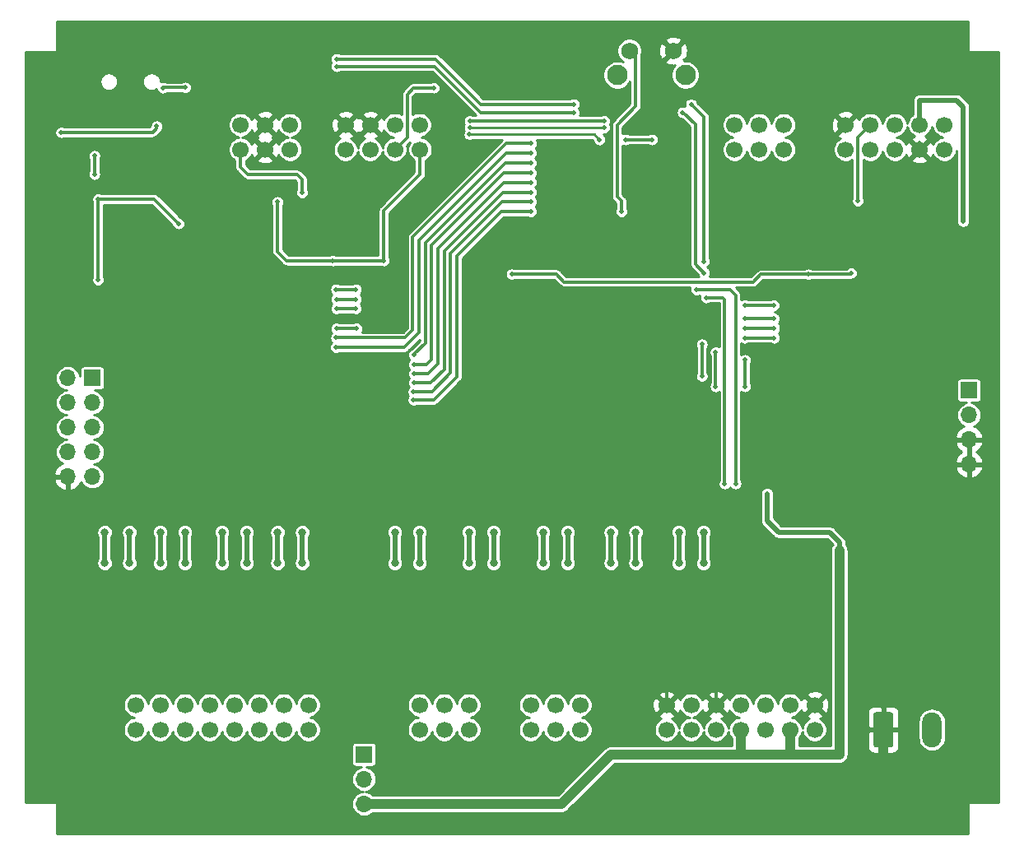
<source format=gbr>
G04 #@! TF.GenerationSoftware,KiCad,Pcbnew,(5.1.4)-1*
G04 #@! TF.CreationDate,2020-07-10T21:54:52+02:00*
G04 #@! TF.ProjectId,SBIO3,5342494f-332e-46b6-9963-61645f706362,rev?*
G04 #@! TF.SameCoordinates,Original*
G04 #@! TF.FileFunction,Copper,L2,Bot*
G04 #@! TF.FilePolarity,Positive*
%FSLAX46Y46*%
G04 Gerber Fmt 4.6, Leading zero omitted, Abs format (unit mm)*
G04 Created by KiCad (PCBNEW (5.1.4)-1) date 2020-07-10 21:54:52*
%MOMM*%
%LPD*%
G04 APERTURE LIST*
%ADD10C,1.700000*%
%ADD11O,1.700000X1.700000*%
%ADD12R,1.700000X1.700000*%
%ADD13C,2.100000*%
%ADD14C,1.750000*%
%ADD15O,2.000000X3.600000*%
%ADD16C,0.100000*%
%ADD17C,2.000000*%
%ADD18C,0.500000*%
%ADD19C,0.800000*%
%ADD20C,0.300000*%
%ADD21C,1.000000*%
%ADD22C,0.500000*%
%ADD23C,0.250000*%
%ADD24C,0.254000*%
G04 APERTURE END LIST*
D10*
X102235000Y-118110000D03*
X99695000Y-118110000D03*
X97155000Y-118110000D03*
X94615000Y-118110000D03*
X92075000Y-118110000D03*
X89535000Y-118110000D03*
X86995000Y-118110000D03*
X84455000Y-118110000D03*
X102235000Y-120650000D03*
X99695000Y-120650000D03*
X97155000Y-120650000D03*
X94615000Y-120650000D03*
X92075000Y-120650000D03*
X89535000Y-120650000D03*
X86995000Y-120650000D03*
X84455000Y-120650000D03*
X146050000Y-58420000D03*
X148590000Y-58420000D03*
X151130000Y-58420000D03*
X146050000Y-60960000D03*
X148590000Y-60960000D03*
X151130000Y-60960000D03*
D11*
X77470000Y-94615000D03*
X80010000Y-94615000D03*
X77470000Y-92075000D03*
X80010000Y-92075000D03*
X77470000Y-89535000D03*
X80010000Y-89535000D03*
X77470000Y-86995000D03*
X80010000Y-86995000D03*
X77470000Y-84455000D03*
D12*
X80010000Y-84455000D03*
D10*
X100330000Y-60960000D03*
X97790000Y-60960000D03*
X95250000Y-60960000D03*
X100330000Y-58420000D03*
X97790000Y-58420000D03*
X95250000Y-58420000D03*
D13*
X134005000Y-53290000D03*
D14*
X135255000Y-50800000D03*
X139755000Y-50800000D03*
D13*
X141015000Y-53290000D03*
D11*
X170180000Y-93345000D03*
X170180000Y-90805000D03*
X170180000Y-88265000D03*
D12*
X170180000Y-85725000D03*
D10*
X130175000Y-120650000D03*
X127635000Y-120650000D03*
X125095000Y-120650000D03*
X130175000Y-118110000D03*
X127635000Y-118110000D03*
X125095000Y-118110000D03*
X167640000Y-60960000D03*
X165100000Y-60960000D03*
X162560000Y-60960000D03*
X160020000Y-60960000D03*
X157480000Y-60960000D03*
X167640000Y-58420000D03*
X165100000Y-58420000D03*
X162560000Y-58420000D03*
X160020000Y-58420000D03*
X157480000Y-58420000D03*
X118745000Y-120650000D03*
X116205000Y-120650000D03*
X113665000Y-120650000D03*
X118745000Y-118110000D03*
X116205000Y-118110000D03*
X113665000Y-118110000D03*
X113715800Y-60960000D03*
X111125000Y-60960000D03*
X108585000Y-60960000D03*
X106045000Y-60960000D03*
X113665000Y-58420000D03*
X111125000Y-58420000D03*
X108585000Y-58420000D03*
X106045000Y-58420000D03*
X139065000Y-120650000D03*
X141605000Y-120650000D03*
X144145000Y-120650000D03*
X146685000Y-120650000D03*
X149225000Y-120650000D03*
X151765000Y-120650000D03*
X154305000Y-120650000D03*
X154305000Y-118110000D03*
X151765000Y-118110000D03*
X149225000Y-118110000D03*
X146685000Y-118110000D03*
X144145000Y-118110000D03*
X141605000Y-118110000D03*
X139065000Y-118110000D03*
D15*
X166370000Y-120650000D03*
D16*
G36*
X162144504Y-118851204D02*
G01*
X162168773Y-118854804D01*
X162192571Y-118860765D01*
X162215671Y-118869030D01*
X162237849Y-118879520D01*
X162258893Y-118892133D01*
X162278598Y-118906747D01*
X162296777Y-118923223D01*
X162313253Y-118941402D01*
X162327867Y-118961107D01*
X162340480Y-118982151D01*
X162350970Y-119004329D01*
X162359235Y-119027429D01*
X162365196Y-119051227D01*
X162368796Y-119075496D01*
X162370000Y-119100000D01*
X162370000Y-122200000D01*
X162368796Y-122224504D01*
X162365196Y-122248773D01*
X162359235Y-122272571D01*
X162350970Y-122295671D01*
X162340480Y-122317849D01*
X162327867Y-122338893D01*
X162313253Y-122358598D01*
X162296777Y-122376777D01*
X162278598Y-122393253D01*
X162258893Y-122407867D01*
X162237849Y-122420480D01*
X162215671Y-122430970D01*
X162192571Y-122439235D01*
X162168773Y-122445196D01*
X162144504Y-122448796D01*
X162120000Y-122450000D01*
X160620000Y-122450000D01*
X160595496Y-122448796D01*
X160571227Y-122445196D01*
X160547429Y-122439235D01*
X160524329Y-122430970D01*
X160502151Y-122420480D01*
X160481107Y-122407867D01*
X160461402Y-122393253D01*
X160443223Y-122376777D01*
X160426747Y-122358598D01*
X160412133Y-122338893D01*
X160399520Y-122317849D01*
X160389030Y-122295671D01*
X160380765Y-122272571D01*
X160374804Y-122248773D01*
X160371204Y-122224504D01*
X160370000Y-122200000D01*
X160370000Y-119100000D01*
X160371204Y-119075496D01*
X160374804Y-119051227D01*
X160380765Y-119027429D01*
X160389030Y-119004329D01*
X160399520Y-118982151D01*
X160412133Y-118961107D01*
X160426747Y-118941402D01*
X160443223Y-118923223D01*
X160461402Y-118906747D01*
X160481107Y-118892133D01*
X160502151Y-118879520D01*
X160524329Y-118869030D01*
X160547429Y-118860765D01*
X160571227Y-118854804D01*
X160595496Y-118851204D01*
X160620000Y-118850000D01*
X162120000Y-118850000D01*
X162144504Y-118851204D01*
X162144504Y-118851204D01*
G37*
D17*
X161370000Y-120650000D03*
D12*
X107950000Y-123190000D03*
D11*
X107950000Y-125730000D03*
X107950000Y-128270000D03*
D18*
X123140000Y-73790000D03*
X158070000Y-73660000D03*
X105110000Y-79370000D03*
X153670000Y-73800000D03*
X107170000Y-79370000D03*
X76810000Y-54810000D03*
X151130000Y-71755000D03*
D19*
X137105000Y-126325000D03*
D18*
X163830000Y-91620000D03*
X80190000Y-54470000D03*
X156210000Y-98425000D03*
D19*
X146950000Y-111910000D03*
D18*
X121920000Y-69500000D03*
X152400000Y-95250000D03*
X152930000Y-92580000D03*
X145415000Y-66040000D03*
X120740000Y-71470000D03*
X88165000Y-62545000D03*
X165100000Y-55880000D03*
X169590000Y-68340000D03*
X142710000Y-80990000D03*
X149410000Y-96360000D03*
X142710000Y-84280000D03*
X104740000Y-72390000D03*
X109990000Y-72390000D03*
X99060000Y-66340000D03*
D19*
X156845000Y-102235000D03*
X113665000Y-100330000D03*
X113665000Y-103505000D03*
X111125000Y-100330000D03*
X111125000Y-103505000D03*
X121285000Y-103505000D03*
X121285000Y-100330000D03*
X118745000Y-100330000D03*
X118745000Y-103505000D03*
X128905000Y-103505000D03*
X128905000Y-100330000D03*
X126365000Y-100330000D03*
X126365000Y-103505000D03*
X135890000Y-100330000D03*
X135890000Y-103505000D03*
X133350000Y-103505000D03*
X133350000Y-100330000D03*
X142875000Y-100330000D03*
X142875000Y-103505000D03*
X140335000Y-103505000D03*
X140335000Y-100330000D03*
X83820000Y-100330000D03*
X83820000Y-103505000D03*
X81280000Y-103505000D03*
X81280000Y-100330000D03*
X89535000Y-103505000D03*
X89535000Y-100330000D03*
X86995000Y-103505000D03*
X86995000Y-100330000D03*
X95885000Y-100330000D03*
X95885000Y-103505000D03*
X93345000Y-103505000D03*
X93345000Y-100330000D03*
X101600000Y-100330000D03*
X101600000Y-103505000D03*
X99060000Y-100330000D03*
X99060000Y-103505000D03*
D18*
X137560000Y-59930000D03*
X107120000Y-77330000D03*
X105110000Y-77330000D03*
X134870000Y-59930000D03*
X118810000Y-59400000D03*
X132170000Y-59930000D03*
X105080000Y-75340000D03*
X107120000Y-75340000D03*
X118820000Y-58010000D03*
X132650000Y-58010000D03*
X107120000Y-76370000D03*
X105110000Y-76370000D03*
X118820000Y-58700000D03*
X132660000Y-58700000D03*
X158760000Y-66250000D03*
X150130000Y-80340000D03*
X147110000Y-80340000D03*
X150140000Y-79320000D03*
X147130000Y-79320000D03*
X150130000Y-78330000D03*
X147130000Y-78330000D03*
X147130000Y-76990000D03*
X150120000Y-76990000D03*
X146170000Y-95320000D03*
X142130000Y-75380000D03*
X143140000Y-76180000D03*
X145060000Y-95340000D03*
X76810000Y-59180000D03*
X87260000Y-54590000D03*
X89570000Y-54580000D03*
X86630000Y-58560000D03*
X80235000Y-61595000D03*
X80235000Y-63485000D03*
X115140000Y-54610000D03*
X142930000Y-72460000D03*
X129540000Y-56290000D03*
X141600000Y-56300000D03*
X105150000Y-51630000D03*
X140730000Y-57130000D03*
X142940000Y-73640000D03*
X105140000Y-52390000D03*
X129530000Y-57130000D03*
X144130000Y-85330000D03*
X144130000Y-81790000D03*
X147130000Y-82590000D03*
X147130000Y-85330000D03*
X101600000Y-65405000D03*
X105090000Y-80320000D03*
X125130000Y-60340000D03*
X105060000Y-81290000D03*
X125130000Y-61330000D03*
X113090000Y-82090000D03*
X125120000Y-62330000D03*
X113090000Y-83070000D03*
X125120000Y-63360000D03*
X113080000Y-84040000D03*
X125120000Y-64330000D03*
X113070000Y-84940000D03*
X125150000Y-65350000D03*
X113060000Y-85860000D03*
X125140000Y-66320000D03*
X113050000Y-86710000D03*
X125150000Y-67340000D03*
X88900000Y-68580000D03*
X80610000Y-66040000D03*
X80610000Y-74360000D03*
X134430000Y-67355000D03*
D20*
X157930000Y-73800000D02*
X158070000Y-73660000D01*
X148780000Y-73800000D02*
X148000000Y-74580000D01*
X148000000Y-74580000D02*
X128550000Y-74580000D01*
X153670000Y-73800000D02*
X157930000Y-73800000D01*
X153670000Y-73800000D02*
X148780000Y-73800000D01*
X128550000Y-74580000D02*
X127760000Y-73790000D01*
X107170000Y-79370000D02*
X105110000Y-79370000D01*
X157940000Y-73790000D02*
X158070000Y-73660000D01*
X127760000Y-73790000D02*
X123140000Y-73790000D01*
X144145000Y-114715000D02*
X146950000Y-111910000D01*
X153670000Y-93330000D02*
X152930000Y-92590000D01*
X140120000Y-113540000D02*
X139065000Y-114595000D01*
X144145000Y-114845000D02*
X142840000Y-113540000D01*
D21*
X161370000Y-125650000D02*
X161370000Y-120650000D01*
D20*
X156210000Y-93345000D02*
X153670000Y-93345000D01*
X156210000Y-98425000D02*
X156210000Y-93345000D01*
X144145000Y-115570000D02*
X144145000Y-114845000D01*
X142840000Y-113540000D02*
X140120000Y-113540000D01*
X139065000Y-114595000D02*
X139065000Y-115570000D01*
X144145000Y-115570000D02*
X144145000Y-114715000D01*
X152930000Y-92590000D02*
X152930000Y-92580000D01*
X153670000Y-93345000D02*
X153670000Y-93330000D01*
X153670000Y-93330000D02*
X153670000Y-93340000D01*
D21*
X137105000Y-126325000D02*
X160695000Y-126325000D01*
X160695000Y-126325000D02*
X161370000Y-125650000D01*
D20*
X144145000Y-115570000D02*
X144145000Y-118110000D01*
X139065000Y-115570000D02*
X139065000Y-118110000D01*
X77130000Y-54470000D02*
X76810000Y-54790000D01*
X76810000Y-54790000D02*
X76810000Y-54810000D01*
X80190000Y-54470000D02*
X77130000Y-54470000D01*
X165100000Y-60960000D02*
X165030000Y-60960000D01*
D22*
X165100000Y-60325000D02*
X165100000Y-60960000D01*
D20*
X109990000Y-72390000D02*
X109990000Y-67225800D01*
D22*
X156845000Y-102235000D02*
X156845000Y-101335000D01*
D20*
X109990000Y-72390000D02*
X104740000Y-72390000D01*
D22*
X156845000Y-101335000D02*
X155860000Y-100350000D01*
D20*
X142710000Y-80990000D02*
X142710000Y-84030000D01*
X142710000Y-84030000D02*
X142710000Y-84280000D01*
X113715800Y-63500000D02*
X113715800Y-60960000D01*
D22*
X169590000Y-56560000D02*
X168910000Y-55880000D01*
X155860000Y-100350000D02*
X150620000Y-100350000D01*
X169590000Y-68340000D02*
X169590000Y-56560000D01*
D20*
X104740000Y-72390000D02*
X100000000Y-72390000D01*
D22*
X150620000Y-100350000D02*
X149410000Y-99140000D01*
X165100000Y-58420000D02*
X165100000Y-55880000D01*
D20*
X100000000Y-72390000D02*
X99060000Y-71450000D01*
X109990000Y-67225800D02*
X113715800Y-63500000D01*
D22*
X168910000Y-55880000D02*
X165100000Y-55880000D01*
D20*
X99060000Y-71450000D02*
X99060000Y-66340000D01*
D22*
X149410000Y-99140000D02*
X149410000Y-96360000D01*
D21*
X156845000Y-102235000D02*
X156845000Y-123190000D01*
X156845000Y-123190000D02*
X151765000Y-123190000D01*
X151765000Y-123190000D02*
X151765000Y-120650000D01*
X146685000Y-120650000D02*
X146685000Y-123190000D01*
X146685000Y-123190000D02*
X151765000Y-123190000D01*
X146685000Y-123190000D02*
X133350000Y-123190000D01*
X128270000Y-128270000D02*
X107950000Y-128270000D01*
X133350000Y-123190000D02*
X128270000Y-128270000D01*
D22*
X113665000Y-103505000D02*
X113665000Y-100330000D01*
X111125000Y-103505000D02*
X111125000Y-100330000D01*
X121285000Y-103505000D02*
X121285000Y-100330000D01*
X118745000Y-103505000D02*
X118745000Y-100330000D01*
X128905000Y-103505000D02*
X128905000Y-100330000D01*
X126365000Y-103505000D02*
X126365000Y-100330000D01*
X135890000Y-103505000D02*
X135890000Y-100330000D01*
X133350000Y-103505000D02*
X133350000Y-100330000D01*
X142875000Y-103505000D02*
X142875000Y-100330000D01*
X140335000Y-103505000D02*
X140335000Y-100330000D01*
X83820000Y-103505000D02*
X83820000Y-100330000D01*
X81280000Y-103505000D02*
X81280000Y-100330000D01*
X89535000Y-103505000D02*
X89535000Y-100330000D01*
X86995000Y-103505000D02*
X86995000Y-100330000D01*
X95885000Y-103505000D02*
X95885000Y-100330000D01*
X93345000Y-103505000D02*
X93345000Y-100330000D01*
X101600000Y-103505000D02*
X101600000Y-100330000D01*
X99060000Y-103505000D02*
X99060000Y-100330000D01*
D20*
X105110000Y-77330000D02*
X107120000Y-77330000D01*
X134870000Y-59930000D02*
X137560000Y-59930000D01*
D23*
X118810000Y-59400000D02*
X131640000Y-59400000D01*
X131640000Y-59400000D02*
X132170000Y-59930000D01*
D20*
X105080000Y-75340000D02*
X107120000Y-75340000D01*
X118820000Y-58010000D02*
X132650000Y-58010000D01*
X105110000Y-76370000D02*
X107120000Y-76370000D01*
D23*
X118820000Y-58700000D02*
X132660000Y-58700000D01*
D20*
X158760000Y-66250000D02*
X158760000Y-59680000D01*
X158760000Y-59680000D02*
X160020000Y-58420000D01*
X147110000Y-80340000D02*
X150130000Y-80340000D01*
X147130000Y-79320000D02*
X150140000Y-79320000D01*
X148460000Y-78330000D02*
X150130000Y-78330000D01*
X147130000Y-78330000D02*
X148460000Y-78330000D01*
X147130000Y-76990000D02*
X150120000Y-76990000D01*
X146170000Y-94140000D02*
X146170000Y-77540000D01*
X146170000Y-95320000D02*
X146170000Y-94140000D01*
X146170000Y-77540000D02*
X146170000Y-75930000D01*
X146170000Y-75930000D02*
X145620000Y-75380000D01*
X145620000Y-75380000D02*
X142130000Y-75380000D01*
X145060000Y-77690000D02*
X145060000Y-76640000D01*
X145060000Y-86230000D02*
X145060000Y-77690000D01*
X144850000Y-76180000D02*
X143140000Y-76180000D01*
X145060000Y-76390000D02*
X144850000Y-76180000D01*
X145060000Y-76640000D02*
X145060000Y-76390000D01*
X145060000Y-95340000D02*
X145060000Y-86230000D01*
X86630000Y-58785000D02*
X86630000Y-58560000D01*
X87260000Y-54590000D02*
X87270000Y-54580000D01*
X76810000Y-59180000D02*
X86235000Y-59180000D01*
X86235000Y-59180000D02*
X86630000Y-58785000D01*
X87270000Y-54580000D02*
X89570000Y-54580000D01*
X80235000Y-61595000D02*
X80235000Y-63485000D01*
X113060000Y-54610000D02*
X112390000Y-55280000D01*
X115140000Y-54610000D02*
X113060000Y-54610000D01*
X112390000Y-55280000D02*
X112390000Y-59695000D01*
X112390000Y-59695000D02*
X111125000Y-60960000D01*
X142930000Y-70790000D02*
X142930000Y-72460000D01*
X115310000Y-51630000D02*
X105150000Y-51630000D01*
X129540000Y-56290000D02*
X119970000Y-56290000D01*
X142930000Y-70670000D02*
X142930000Y-70790000D01*
X119970000Y-56290000D02*
X115310000Y-51630000D01*
X142930000Y-57630000D02*
X141600000Y-56300000D01*
X142930000Y-70670000D02*
X142930000Y-57630000D01*
X142060000Y-58380000D02*
X142060000Y-69380000D01*
X140810000Y-57130000D02*
X142060000Y-58380000D01*
D23*
X140730000Y-57130000D02*
X140810000Y-57130000D01*
D20*
X119930000Y-57130000D02*
X129530000Y-57130000D01*
X142060000Y-72760000D02*
X142940000Y-73640000D01*
X115190000Y-52390000D02*
X119930000Y-57130000D01*
X105140000Y-52390000D02*
X115190000Y-52390000D01*
X142060000Y-69380000D02*
X142060000Y-72760000D01*
X144130000Y-85330000D02*
X144130000Y-81790000D01*
X147130000Y-85330000D02*
X147130000Y-82590000D01*
X101090000Y-63540000D02*
X96040000Y-63540000D01*
X96040000Y-63540000D02*
X95250000Y-62750000D01*
X101600000Y-65405000D02*
X101600000Y-64050000D01*
X101600000Y-64050000D02*
X101090000Y-63540000D01*
X95250000Y-62750000D02*
X95250000Y-60960000D01*
X122600000Y-60340000D02*
X112970000Y-69970000D01*
X112970000Y-69970000D02*
X112970000Y-79550000D01*
X112200000Y-80320000D02*
X105090000Y-80320000D01*
X112970000Y-79550000D02*
X112200000Y-80320000D01*
X125130000Y-60340000D02*
X122600000Y-60340000D01*
X125130000Y-61330000D02*
X122600000Y-61330000D01*
X113620000Y-70310000D02*
X113620000Y-79780000D01*
X112110000Y-81290000D02*
X105060000Y-81290000D01*
X113620000Y-79780000D02*
X112110000Y-81290000D01*
X122600000Y-61330000D02*
X113620000Y-70310000D01*
X114250000Y-80860000D02*
X113090000Y-82020000D01*
X114250000Y-70560000D02*
X114250000Y-80860000D01*
X122480000Y-62330000D02*
X114250000Y-70560000D01*
X125120000Y-62330000D02*
X122480000Y-62330000D01*
X113090000Y-82020000D02*
X113090000Y-82090000D01*
X114360000Y-83070000D02*
X113090000Y-83070000D01*
X122320000Y-63360000D02*
X114870000Y-70810000D01*
X114870000Y-82560000D02*
X114360000Y-83070000D01*
X114870000Y-70810000D02*
X114870000Y-82560000D01*
X125120000Y-63360000D02*
X122320000Y-63360000D01*
X125120000Y-64330000D02*
X122350000Y-64330000D01*
X114510000Y-84040000D02*
X113080000Y-84040000D01*
X122350000Y-64330000D02*
X115570000Y-71110000D01*
X115570000Y-71110000D02*
X115570000Y-82980000D01*
X115570000Y-82980000D02*
X114510000Y-84040000D01*
X113080000Y-84930000D02*
X113070000Y-84940000D01*
X125150000Y-65350000D02*
X122230000Y-65350000D01*
X122230000Y-65350000D02*
X116200000Y-71380000D01*
X116200000Y-71380000D02*
X116200000Y-83560000D01*
X114830000Y-84930000D02*
X113080000Y-84930000D01*
X116200000Y-83560000D02*
X114830000Y-84930000D01*
X125140000Y-66320000D02*
X122170000Y-66320000D01*
X116850000Y-71640000D02*
X116850000Y-83950000D01*
X114940000Y-85860000D02*
X113060000Y-85860000D01*
X116850000Y-83950000D02*
X114940000Y-85860000D01*
X122170000Y-66320000D02*
X116850000Y-71640000D01*
X117490000Y-71940000D02*
X117490000Y-84350000D01*
X122090000Y-67340000D02*
X117490000Y-71940000D01*
X117490000Y-84350000D02*
X115100000Y-86740000D01*
X113080000Y-86740000D02*
X113050000Y-86710000D01*
X125150000Y-67340000D02*
X122090000Y-67340000D01*
X115100000Y-86740000D02*
X113080000Y-86740000D01*
X86360000Y-66040000D02*
X88900000Y-68580000D01*
X80610000Y-66040000D02*
X80610000Y-74360000D01*
X80610000Y-66040000D02*
X86360000Y-66040000D01*
X133985000Y-65810000D02*
X134430000Y-66255000D01*
X135255000Y-50800000D02*
X135890000Y-51435000D01*
X135890000Y-55880000D02*
X135890000Y-56515000D01*
X133985000Y-65405000D02*
X133985000Y-65810000D01*
X134430000Y-66255000D02*
X134430000Y-67355000D01*
X133985000Y-58420000D02*
X133985000Y-65405000D01*
X135890000Y-56515000D02*
X133985000Y-58420000D01*
X135890000Y-51435000D02*
X135890000Y-55880000D01*
D24*
G36*
X170053000Y-50800000D02*
G01*
X170055440Y-50824776D01*
X170062667Y-50848601D01*
X170074403Y-50870557D01*
X170090197Y-50889803D01*
X170109443Y-50905597D01*
X170131399Y-50917333D01*
X170155224Y-50924560D01*
X170180000Y-50927000D01*
X173228000Y-50927000D01*
X173228000Y-128143000D01*
X170180000Y-128143000D01*
X170155224Y-128145440D01*
X170131399Y-128152667D01*
X170109443Y-128164403D01*
X170090197Y-128180197D01*
X170074403Y-128199443D01*
X170062667Y-128221399D01*
X170055440Y-128245224D01*
X170053000Y-128270000D01*
X170053000Y-131318000D01*
X76327000Y-131318000D01*
X76327000Y-128270000D01*
X76324560Y-128245224D01*
X76317333Y-128221399D01*
X76305597Y-128199443D01*
X76289803Y-128180197D01*
X76270557Y-128164403D01*
X76248601Y-128152667D01*
X76224776Y-128145440D01*
X76200000Y-128143000D01*
X73152000Y-128143000D01*
X73152000Y-125730000D01*
X106666822Y-125730000D01*
X106691478Y-125980336D01*
X106764498Y-126221051D01*
X106883076Y-126442896D01*
X107042656Y-126637344D01*
X107237104Y-126796924D01*
X107458949Y-126915502D01*
X107699664Y-126988522D01*
X107816202Y-127000000D01*
X107699664Y-127011478D01*
X107458949Y-127084498D01*
X107237104Y-127203076D01*
X107042656Y-127362656D01*
X106883076Y-127557104D01*
X106764498Y-127778949D01*
X106691478Y-128019664D01*
X106666822Y-128270000D01*
X106691478Y-128520336D01*
X106764498Y-128761051D01*
X106883076Y-128982896D01*
X107042656Y-129177344D01*
X107237104Y-129336924D01*
X107458949Y-129455502D01*
X107699664Y-129528522D01*
X107887274Y-129547000D01*
X108012726Y-129547000D01*
X108200336Y-129528522D01*
X108441051Y-129455502D01*
X108662896Y-129336924D01*
X108833393Y-129197000D01*
X128224473Y-129197000D01*
X128270000Y-129201484D01*
X128315527Y-129197000D01*
X128315538Y-129197000D01*
X128451724Y-129183587D01*
X128626464Y-129130580D01*
X128787505Y-129044501D01*
X128928659Y-128928659D01*
X128957688Y-128893287D01*
X133733976Y-124117000D01*
X146639463Y-124117000D01*
X146685000Y-124121485D01*
X146730538Y-124117000D01*
X151719462Y-124117000D01*
X151765000Y-124121485D01*
X151810537Y-124117000D01*
X156799463Y-124117000D01*
X156845000Y-124121485D01*
X157026724Y-124103587D01*
X157201464Y-124050580D01*
X157362505Y-123964501D01*
X157503659Y-123848659D01*
X157619501Y-123707505D01*
X157705580Y-123546464D01*
X157758587Y-123371724D01*
X157772000Y-123235538D01*
X157772000Y-123235537D01*
X157776485Y-123190000D01*
X157772000Y-123144462D01*
X157772000Y-122450000D01*
X159731928Y-122450000D01*
X159744188Y-122574482D01*
X159780498Y-122694180D01*
X159839463Y-122804494D01*
X159918815Y-122901185D01*
X160015506Y-122980537D01*
X160125820Y-123039502D01*
X160245518Y-123075812D01*
X160370000Y-123088072D01*
X161084250Y-123085000D01*
X161243000Y-122926250D01*
X161243000Y-120777000D01*
X161497000Y-120777000D01*
X161497000Y-122926250D01*
X161655750Y-123085000D01*
X162370000Y-123088072D01*
X162494482Y-123075812D01*
X162614180Y-123039502D01*
X162724494Y-122980537D01*
X162821185Y-122901185D01*
X162900537Y-122804494D01*
X162959502Y-122694180D01*
X162995812Y-122574482D01*
X163008072Y-122450000D01*
X163005000Y-120935750D01*
X162846250Y-120777000D01*
X161497000Y-120777000D01*
X161243000Y-120777000D01*
X159893750Y-120777000D01*
X159735000Y-120935750D01*
X159731928Y-122450000D01*
X157772000Y-122450000D01*
X157772000Y-118850000D01*
X159731928Y-118850000D01*
X159735000Y-120364250D01*
X159893750Y-120523000D01*
X161243000Y-120523000D01*
X161243000Y-118373750D01*
X161497000Y-118373750D01*
X161497000Y-120523000D01*
X162846250Y-120523000D01*
X163005000Y-120364250D01*
X163006185Y-119779903D01*
X164943000Y-119779903D01*
X164943000Y-121520098D01*
X164963648Y-121729741D01*
X165045246Y-121998731D01*
X165177753Y-122246634D01*
X165356078Y-122463923D01*
X165573367Y-122642248D01*
X165821270Y-122774755D01*
X166090260Y-122856352D01*
X166370000Y-122883904D01*
X166649741Y-122856352D01*
X166918731Y-122774755D01*
X167166634Y-122642248D01*
X167383923Y-122463923D01*
X167562248Y-122246634D01*
X167694755Y-121998731D01*
X167776352Y-121729741D01*
X167797000Y-121520098D01*
X167797000Y-119779902D01*
X167776352Y-119570259D01*
X167694755Y-119301269D01*
X167562248Y-119053366D01*
X167383922Y-118836077D01*
X167166633Y-118657752D01*
X166918730Y-118525245D01*
X166649740Y-118443648D01*
X166370000Y-118416096D01*
X166090259Y-118443648D01*
X165821269Y-118525245D01*
X165573366Y-118657752D01*
X165356077Y-118836078D01*
X165177752Y-119053367D01*
X165045245Y-119301270D01*
X164963648Y-119570260D01*
X164943000Y-119779903D01*
X163006185Y-119779903D01*
X163008072Y-118850000D01*
X162995812Y-118725518D01*
X162959502Y-118605820D01*
X162900537Y-118495506D01*
X162821185Y-118398815D01*
X162724494Y-118319463D01*
X162614180Y-118260498D01*
X162494482Y-118224188D01*
X162370000Y-118211928D01*
X161655750Y-118215000D01*
X161497000Y-118373750D01*
X161243000Y-118373750D01*
X161084250Y-118215000D01*
X160370000Y-118211928D01*
X160245518Y-118224188D01*
X160125820Y-118260498D01*
X160015506Y-118319463D01*
X159918815Y-118398815D01*
X159839463Y-118495506D01*
X159780498Y-118605820D01*
X159744188Y-118725518D01*
X159731928Y-118850000D01*
X157772000Y-118850000D01*
X157772000Y-102189462D01*
X157758587Y-102053276D01*
X157705580Y-101878536D01*
X157619501Y-101717495D01*
X157522000Y-101598690D01*
X157522000Y-101368241D01*
X157525274Y-101334999D01*
X157522000Y-101301757D01*
X157522000Y-101301748D01*
X157512204Y-101202285D01*
X157473492Y-101074670D01*
X157410628Y-100957059D01*
X157326027Y-100853973D01*
X157300196Y-100832774D01*
X156362226Y-99894804D01*
X156341027Y-99868973D01*
X156237941Y-99784372D01*
X156120330Y-99721508D01*
X155992715Y-99682796D01*
X155893252Y-99673000D01*
X155893245Y-99673000D01*
X155860000Y-99669726D01*
X155826755Y-99673000D01*
X150900422Y-99673000D01*
X150087000Y-98859578D01*
X150087000Y-96293321D01*
X150080479Y-96260536D01*
X150077204Y-96227285D01*
X150067506Y-96195315D01*
X150060984Y-96162526D01*
X150048189Y-96131636D01*
X150038492Y-96099670D01*
X150022744Y-96070208D01*
X150009950Y-96039320D01*
X149991377Y-96011524D01*
X149975628Y-95982059D01*
X149954432Y-95956231D01*
X149935860Y-95928437D01*
X149912222Y-95904799D01*
X149891027Y-95878973D01*
X149865201Y-95857778D01*
X149841563Y-95834140D01*
X149813769Y-95815568D01*
X149787941Y-95794372D01*
X149758476Y-95778623D01*
X149730680Y-95760050D01*
X149699792Y-95747256D01*
X149670330Y-95731508D01*
X149638364Y-95721811D01*
X149607474Y-95709016D01*
X149574685Y-95702494D01*
X149542715Y-95692796D01*
X149509464Y-95689521D01*
X149476679Y-95683000D01*
X149443252Y-95683000D01*
X149410000Y-95679725D01*
X149376748Y-95683000D01*
X149343321Y-95683000D01*
X149310535Y-95689521D01*
X149277286Y-95692796D01*
X149245318Y-95702493D01*
X149212526Y-95709016D01*
X149181634Y-95721812D01*
X149149671Y-95731508D01*
X149120212Y-95747254D01*
X149089320Y-95760050D01*
X149061520Y-95778625D01*
X149032060Y-95794372D01*
X149006237Y-95815565D01*
X148978437Y-95834140D01*
X148954794Y-95857783D01*
X148928974Y-95878973D01*
X148907784Y-95904793D01*
X148884140Y-95928437D01*
X148865564Y-95956238D01*
X148844373Y-95982059D01*
X148828628Y-96011517D01*
X148810050Y-96039320D01*
X148797252Y-96070216D01*
X148781509Y-96099670D01*
X148771815Y-96131627D01*
X148759016Y-96162526D01*
X148752492Y-96195325D01*
X148742797Y-96227285D01*
X148739523Y-96260526D01*
X148733000Y-96293321D01*
X148733000Y-96426679D01*
X148733001Y-96426684D01*
X148733000Y-99106755D01*
X148729726Y-99140000D01*
X148733000Y-99173245D01*
X148733000Y-99173251D01*
X148742796Y-99272714D01*
X148781508Y-99400329D01*
X148844372Y-99517940D01*
X148928973Y-99621026D01*
X148954800Y-99642222D01*
X150117774Y-100805196D01*
X150138973Y-100831027D01*
X150242059Y-100915628D01*
X150359670Y-100978492D01*
X150487285Y-101017204D01*
X150586748Y-101027000D01*
X150586757Y-101027000D01*
X150619999Y-101030274D01*
X150653241Y-101027000D01*
X155579578Y-101027000D01*
X156160458Y-101607880D01*
X156070499Y-101717496D01*
X155984420Y-101878537D01*
X155931413Y-102053277D01*
X155918000Y-102189463D01*
X155918001Y-122263000D01*
X152692000Y-122263000D01*
X152692000Y-121528951D01*
X152756911Y-121464040D01*
X152896663Y-121254886D01*
X152992926Y-121022487D01*
X153035000Y-120810966D01*
X153077074Y-121022487D01*
X153173337Y-121254886D01*
X153313089Y-121464040D01*
X153490960Y-121641911D01*
X153700114Y-121781663D01*
X153932513Y-121877926D01*
X154179226Y-121927000D01*
X154430774Y-121927000D01*
X154677487Y-121877926D01*
X154909886Y-121781663D01*
X155119040Y-121641911D01*
X155296911Y-121464040D01*
X155436663Y-121254886D01*
X155532926Y-121022487D01*
X155582000Y-120775774D01*
X155582000Y-120524226D01*
X155532926Y-120277513D01*
X155436663Y-120045114D01*
X155296911Y-119835960D01*
X155119040Y-119658089D01*
X154909886Y-119518337D01*
X154848474Y-119492899D01*
X154938747Y-119460919D01*
X155076157Y-119387472D01*
X155153792Y-119138397D01*
X154305000Y-118289605D01*
X153456208Y-119138397D01*
X153533843Y-119387472D01*
X153758006Y-119494357D01*
X153700114Y-119518337D01*
X153490960Y-119658089D01*
X153313089Y-119835960D01*
X153173337Y-120045114D01*
X153077074Y-120277513D01*
X153035000Y-120489034D01*
X152992926Y-120277513D01*
X152896663Y-120045114D01*
X152756911Y-119835960D01*
X152579040Y-119658089D01*
X152369886Y-119518337D01*
X152137487Y-119422074D01*
X151925966Y-119380000D01*
X152137487Y-119337926D01*
X152369886Y-119241663D01*
X152579040Y-119101911D01*
X152756911Y-118924040D01*
X152896663Y-118714886D01*
X152922101Y-118653474D01*
X152954081Y-118743747D01*
X153027528Y-118881157D01*
X153276603Y-118958792D01*
X154125395Y-118110000D01*
X154484605Y-118110000D01*
X155333397Y-118958792D01*
X155582472Y-118881157D01*
X155708371Y-118617117D01*
X155780339Y-118333589D01*
X155795611Y-118041469D01*
X155753599Y-117751981D01*
X155655919Y-117476253D01*
X155582472Y-117338843D01*
X155333397Y-117261208D01*
X154484605Y-118110000D01*
X154125395Y-118110000D01*
X153276603Y-117261208D01*
X153027528Y-117338843D01*
X152920643Y-117563006D01*
X152896663Y-117505114D01*
X152756911Y-117295960D01*
X152579040Y-117118089D01*
X152524435Y-117081603D01*
X153456208Y-117081603D01*
X154305000Y-117930395D01*
X155153792Y-117081603D01*
X155076157Y-116832528D01*
X154812117Y-116706629D01*
X154528589Y-116634661D01*
X154236469Y-116619389D01*
X153946981Y-116661401D01*
X153671253Y-116759081D01*
X153533843Y-116832528D01*
X153456208Y-117081603D01*
X152524435Y-117081603D01*
X152369886Y-116978337D01*
X152137487Y-116882074D01*
X151890774Y-116833000D01*
X151639226Y-116833000D01*
X151392513Y-116882074D01*
X151160114Y-116978337D01*
X150950960Y-117118089D01*
X150773089Y-117295960D01*
X150633337Y-117505114D01*
X150537074Y-117737513D01*
X150495000Y-117949034D01*
X150452926Y-117737513D01*
X150356663Y-117505114D01*
X150216911Y-117295960D01*
X150039040Y-117118089D01*
X149829886Y-116978337D01*
X149597487Y-116882074D01*
X149350774Y-116833000D01*
X149099226Y-116833000D01*
X148852513Y-116882074D01*
X148620114Y-116978337D01*
X148410960Y-117118089D01*
X148233089Y-117295960D01*
X148093337Y-117505114D01*
X147997074Y-117737513D01*
X147955000Y-117949034D01*
X147912926Y-117737513D01*
X147816663Y-117505114D01*
X147676911Y-117295960D01*
X147499040Y-117118089D01*
X147289886Y-116978337D01*
X147057487Y-116882074D01*
X146810774Y-116833000D01*
X146559226Y-116833000D01*
X146312513Y-116882074D01*
X146080114Y-116978337D01*
X145870960Y-117118089D01*
X145693089Y-117295960D01*
X145553337Y-117505114D01*
X145527899Y-117566526D01*
X145495919Y-117476253D01*
X145422472Y-117338843D01*
X145173397Y-117261208D01*
X144324605Y-118110000D01*
X145173397Y-118958792D01*
X145422472Y-118881157D01*
X145529357Y-118656994D01*
X145553337Y-118714886D01*
X145693089Y-118924040D01*
X145870960Y-119101911D01*
X146080114Y-119241663D01*
X146312513Y-119337926D01*
X146524034Y-119380000D01*
X146312513Y-119422074D01*
X146080114Y-119518337D01*
X145870960Y-119658089D01*
X145693089Y-119835960D01*
X145553337Y-120045114D01*
X145457074Y-120277513D01*
X145415000Y-120489034D01*
X145372926Y-120277513D01*
X145276663Y-120045114D01*
X145136911Y-119835960D01*
X144959040Y-119658089D01*
X144749886Y-119518337D01*
X144688474Y-119492899D01*
X144778747Y-119460919D01*
X144916157Y-119387472D01*
X144993792Y-119138397D01*
X144145000Y-118289605D01*
X143296208Y-119138397D01*
X143373843Y-119387472D01*
X143598006Y-119494357D01*
X143540114Y-119518337D01*
X143330960Y-119658089D01*
X143153089Y-119835960D01*
X143013337Y-120045114D01*
X142917074Y-120277513D01*
X142875000Y-120489034D01*
X142832926Y-120277513D01*
X142736663Y-120045114D01*
X142596911Y-119835960D01*
X142419040Y-119658089D01*
X142209886Y-119518337D01*
X141977487Y-119422074D01*
X141765966Y-119380000D01*
X141977487Y-119337926D01*
X142209886Y-119241663D01*
X142419040Y-119101911D01*
X142596911Y-118924040D01*
X142736663Y-118714886D01*
X142762101Y-118653474D01*
X142794081Y-118743747D01*
X142867528Y-118881157D01*
X143116603Y-118958792D01*
X143965395Y-118110000D01*
X143116603Y-117261208D01*
X142867528Y-117338843D01*
X142760643Y-117563006D01*
X142736663Y-117505114D01*
X142596911Y-117295960D01*
X142419040Y-117118089D01*
X142364435Y-117081603D01*
X143296208Y-117081603D01*
X144145000Y-117930395D01*
X144993792Y-117081603D01*
X144916157Y-116832528D01*
X144652117Y-116706629D01*
X144368589Y-116634661D01*
X144076469Y-116619389D01*
X143786981Y-116661401D01*
X143511253Y-116759081D01*
X143373843Y-116832528D01*
X143296208Y-117081603D01*
X142364435Y-117081603D01*
X142209886Y-116978337D01*
X141977487Y-116882074D01*
X141730774Y-116833000D01*
X141479226Y-116833000D01*
X141232513Y-116882074D01*
X141000114Y-116978337D01*
X140790960Y-117118089D01*
X140613089Y-117295960D01*
X140473337Y-117505114D01*
X140447899Y-117566526D01*
X140415919Y-117476253D01*
X140342472Y-117338843D01*
X140093397Y-117261208D01*
X139244605Y-118110000D01*
X140093397Y-118958792D01*
X140342472Y-118881157D01*
X140449357Y-118656994D01*
X140473337Y-118714886D01*
X140613089Y-118924040D01*
X140790960Y-119101911D01*
X141000114Y-119241663D01*
X141232513Y-119337926D01*
X141444034Y-119380000D01*
X141232513Y-119422074D01*
X141000114Y-119518337D01*
X140790960Y-119658089D01*
X140613089Y-119835960D01*
X140473337Y-120045114D01*
X140377074Y-120277513D01*
X140335000Y-120489034D01*
X140292926Y-120277513D01*
X140196663Y-120045114D01*
X140056911Y-119835960D01*
X139879040Y-119658089D01*
X139669886Y-119518337D01*
X139608474Y-119492899D01*
X139698747Y-119460919D01*
X139836157Y-119387472D01*
X139913792Y-119138397D01*
X139065000Y-118289605D01*
X138216208Y-119138397D01*
X138293843Y-119387472D01*
X138518006Y-119494357D01*
X138460114Y-119518337D01*
X138250960Y-119658089D01*
X138073089Y-119835960D01*
X137933337Y-120045114D01*
X137837074Y-120277513D01*
X137788000Y-120524226D01*
X137788000Y-120775774D01*
X137837074Y-121022487D01*
X137933337Y-121254886D01*
X138073089Y-121464040D01*
X138250960Y-121641911D01*
X138460114Y-121781663D01*
X138692513Y-121877926D01*
X138939226Y-121927000D01*
X139190774Y-121927000D01*
X139437487Y-121877926D01*
X139669886Y-121781663D01*
X139879040Y-121641911D01*
X140056911Y-121464040D01*
X140196663Y-121254886D01*
X140292926Y-121022487D01*
X140335000Y-120810966D01*
X140377074Y-121022487D01*
X140473337Y-121254886D01*
X140613089Y-121464040D01*
X140790960Y-121641911D01*
X141000114Y-121781663D01*
X141232513Y-121877926D01*
X141479226Y-121927000D01*
X141730774Y-121927000D01*
X141977487Y-121877926D01*
X142209886Y-121781663D01*
X142419040Y-121641911D01*
X142596911Y-121464040D01*
X142736663Y-121254886D01*
X142832926Y-121022487D01*
X142875000Y-120810966D01*
X142917074Y-121022487D01*
X143013337Y-121254886D01*
X143153089Y-121464040D01*
X143330960Y-121641911D01*
X143540114Y-121781663D01*
X143772513Y-121877926D01*
X144019226Y-121927000D01*
X144270774Y-121927000D01*
X144517487Y-121877926D01*
X144749886Y-121781663D01*
X144959040Y-121641911D01*
X145136911Y-121464040D01*
X145276663Y-121254886D01*
X145372926Y-121022487D01*
X145415000Y-120810966D01*
X145457074Y-121022487D01*
X145553337Y-121254886D01*
X145693089Y-121464040D01*
X145758000Y-121528951D01*
X145758001Y-122263000D01*
X133395527Y-122263000D01*
X133350000Y-122258516D01*
X133304473Y-122263000D01*
X133304462Y-122263000D01*
X133168276Y-122276413D01*
X132993536Y-122329420D01*
X132832494Y-122415499D01*
X132726712Y-122502312D01*
X132726708Y-122502316D01*
X132691341Y-122531341D01*
X132662316Y-122566708D01*
X127886025Y-127343000D01*
X108833393Y-127343000D01*
X108662896Y-127203076D01*
X108441051Y-127084498D01*
X108200336Y-127011478D01*
X108083798Y-127000000D01*
X108200336Y-126988522D01*
X108441051Y-126915502D01*
X108662896Y-126796924D01*
X108857344Y-126637344D01*
X109016924Y-126442896D01*
X109135502Y-126221051D01*
X109208522Y-125980336D01*
X109233178Y-125730000D01*
X109208522Y-125479664D01*
X109135502Y-125238949D01*
X109016924Y-125017104D01*
X108857344Y-124822656D01*
X108662896Y-124663076D01*
X108441051Y-124544498D01*
X108200336Y-124471478D01*
X108175847Y-124469066D01*
X108800000Y-124469066D01*
X108883707Y-124460822D01*
X108964196Y-124436405D01*
X109038376Y-124396755D01*
X109103395Y-124343395D01*
X109156755Y-124278376D01*
X109196405Y-124204196D01*
X109220822Y-124123707D01*
X109229066Y-124040000D01*
X109229066Y-122340000D01*
X109220822Y-122256293D01*
X109196405Y-122175804D01*
X109156755Y-122101624D01*
X109103395Y-122036605D01*
X109038376Y-121983245D01*
X108964196Y-121943595D01*
X108883707Y-121919178D01*
X108800000Y-121910934D01*
X107100000Y-121910934D01*
X107016293Y-121919178D01*
X106935804Y-121943595D01*
X106861624Y-121983245D01*
X106796605Y-122036605D01*
X106743245Y-122101624D01*
X106703595Y-122175804D01*
X106679178Y-122256293D01*
X106670934Y-122340000D01*
X106670934Y-124040000D01*
X106679178Y-124123707D01*
X106703595Y-124204196D01*
X106743245Y-124278376D01*
X106796605Y-124343395D01*
X106861624Y-124396755D01*
X106935804Y-124436405D01*
X107016293Y-124460822D01*
X107100000Y-124469066D01*
X107724153Y-124469066D01*
X107699664Y-124471478D01*
X107458949Y-124544498D01*
X107237104Y-124663076D01*
X107042656Y-124822656D01*
X106883076Y-125017104D01*
X106764498Y-125238949D01*
X106691478Y-125479664D01*
X106666822Y-125730000D01*
X73152000Y-125730000D01*
X73152000Y-117984226D01*
X83178000Y-117984226D01*
X83178000Y-118235774D01*
X83227074Y-118482487D01*
X83323337Y-118714886D01*
X83463089Y-118924040D01*
X83640960Y-119101911D01*
X83850114Y-119241663D01*
X84082513Y-119337926D01*
X84294034Y-119380000D01*
X84082513Y-119422074D01*
X83850114Y-119518337D01*
X83640960Y-119658089D01*
X83463089Y-119835960D01*
X83323337Y-120045114D01*
X83227074Y-120277513D01*
X83178000Y-120524226D01*
X83178000Y-120775774D01*
X83227074Y-121022487D01*
X83323337Y-121254886D01*
X83463089Y-121464040D01*
X83640960Y-121641911D01*
X83850114Y-121781663D01*
X84082513Y-121877926D01*
X84329226Y-121927000D01*
X84580774Y-121927000D01*
X84827487Y-121877926D01*
X85059886Y-121781663D01*
X85269040Y-121641911D01*
X85446911Y-121464040D01*
X85586663Y-121254886D01*
X85682926Y-121022487D01*
X85725000Y-120810966D01*
X85767074Y-121022487D01*
X85863337Y-121254886D01*
X86003089Y-121464040D01*
X86180960Y-121641911D01*
X86390114Y-121781663D01*
X86622513Y-121877926D01*
X86869226Y-121927000D01*
X87120774Y-121927000D01*
X87367487Y-121877926D01*
X87599886Y-121781663D01*
X87809040Y-121641911D01*
X87986911Y-121464040D01*
X88126663Y-121254886D01*
X88222926Y-121022487D01*
X88265000Y-120810966D01*
X88307074Y-121022487D01*
X88403337Y-121254886D01*
X88543089Y-121464040D01*
X88720960Y-121641911D01*
X88930114Y-121781663D01*
X89162513Y-121877926D01*
X89409226Y-121927000D01*
X89660774Y-121927000D01*
X89907487Y-121877926D01*
X90139886Y-121781663D01*
X90349040Y-121641911D01*
X90526911Y-121464040D01*
X90666663Y-121254886D01*
X90762926Y-121022487D01*
X90805000Y-120810966D01*
X90847074Y-121022487D01*
X90943337Y-121254886D01*
X91083089Y-121464040D01*
X91260960Y-121641911D01*
X91470114Y-121781663D01*
X91702513Y-121877926D01*
X91949226Y-121927000D01*
X92200774Y-121927000D01*
X92447487Y-121877926D01*
X92679886Y-121781663D01*
X92889040Y-121641911D01*
X93066911Y-121464040D01*
X93206663Y-121254886D01*
X93302926Y-121022487D01*
X93345000Y-120810966D01*
X93387074Y-121022487D01*
X93483337Y-121254886D01*
X93623089Y-121464040D01*
X93800960Y-121641911D01*
X94010114Y-121781663D01*
X94242513Y-121877926D01*
X94489226Y-121927000D01*
X94740774Y-121927000D01*
X94987487Y-121877926D01*
X95219886Y-121781663D01*
X95429040Y-121641911D01*
X95606911Y-121464040D01*
X95746663Y-121254886D01*
X95842926Y-121022487D01*
X95885000Y-120810966D01*
X95927074Y-121022487D01*
X96023337Y-121254886D01*
X96163089Y-121464040D01*
X96340960Y-121641911D01*
X96550114Y-121781663D01*
X96782513Y-121877926D01*
X97029226Y-121927000D01*
X97280774Y-121927000D01*
X97527487Y-121877926D01*
X97759886Y-121781663D01*
X97969040Y-121641911D01*
X98146911Y-121464040D01*
X98286663Y-121254886D01*
X98382926Y-121022487D01*
X98425000Y-120810966D01*
X98467074Y-121022487D01*
X98563337Y-121254886D01*
X98703089Y-121464040D01*
X98880960Y-121641911D01*
X99090114Y-121781663D01*
X99322513Y-121877926D01*
X99569226Y-121927000D01*
X99820774Y-121927000D01*
X100067487Y-121877926D01*
X100299886Y-121781663D01*
X100509040Y-121641911D01*
X100686911Y-121464040D01*
X100826663Y-121254886D01*
X100922926Y-121022487D01*
X100965000Y-120810966D01*
X101007074Y-121022487D01*
X101103337Y-121254886D01*
X101243089Y-121464040D01*
X101420960Y-121641911D01*
X101630114Y-121781663D01*
X101862513Y-121877926D01*
X102109226Y-121927000D01*
X102360774Y-121927000D01*
X102607487Y-121877926D01*
X102839886Y-121781663D01*
X103049040Y-121641911D01*
X103226911Y-121464040D01*
X103366663Y-121254886D01*
X103462926Y-121022487D01*
X103512000Y-120775774D01*
X103512000Y-120524226D01*
X103462926Y-120277513D01*
X103366663Y-120045114D01*
X103226911Y-119835960D01*
X103049040Y-119658089D01*
X102839886Y-119518337D01*
X102607487Y-119422074D01*
X102395966Y-119380000D01*
X102607487Y-119337926D01*
X102839886Y-119241663D01*
X103049040Y-119101911D01*
X103226911Y-118924040D01*
X103366663Y-118714886D01*
X103462926Y-118482487D01*
X103512000Y-118235774D01*
X103512000Y-117984226D01*
X112388000Y-117984226D01*
X112388000Y-118235774D01*
X112437074Y-118482487D01*
X112533337Y-118714886D01*
X112673089Y-118924040D01*
X112850960Y-119101911D01*
X113060114Y-119241663D01*
X113292513Y-119337926D01*
X113504034Y-119380000D01*
X113292513Y-119422074D01*
X113060114Y-119518337D01*
X112850960Y-119658089D01*
X112673089Y-119835960D01*
X112533337Y-120045114D01*
X112437074Y-120277513D01*
X112388000Y-120524226D01*
X112388000Y-120775774D01*
X112437074Y-121022487D01*
X112533337Y-121254886D01*
X112673089Y-121464040D01*
X112850960Y-121641911D01*
X113060114Y-121781663D01*
X113292513Y-121877926D01*
X113539226Y-121927000D01*
X113790774Y-121927000D01*
X114037487Y-121877926D01*
X114269886Y-121781663D01*
X114479040Y-121641911D01*
X114656911Y-121464040D01*
X114796663Y-121254886D01*
X114892926Y-121022487D01*
X114935000Y-120810966D01*
X114977074Y-121022487D01*
X115073337Y-121254886D01*
X115213089Y-121464040D01*
X115390960Y-121641911D01*
X115600114Y-121781663D01*
X115832513Y-121877926D01*
X116079226Y-121927000D01*
X116330774Y-121927000D01*
X116577487Y-121877926D01*
X116809886Y-121781663D01*
X117019040Y-121641911D01*
X117196911Y-121464040D01*
X117336663Y-121254886D01*
X117432926Y-121022487D01*
X117475000Y-120810966D01*
X117517074Y-121022487D01*
X117613337Y-121254886D01*
X117753089Y-121464040D01*
X117930960Y-121641911D01*
X118140114Y-121781663D01*
X118372513Y-121877926D01*
X118619226Y-121927000D01*
X118870774Y-121927000D01*
X119117487Y-121877926D01*
X119349886Y-121781663D01*
X119559040Y-121641911D01*
X119736911Y-121464040D01*
X119876663Y-121254886D01*
X119972926Y-121022487D01*
X120022000Y-120775774D01*
X120022000Y-120524226D01*
X119972926Y-120277513D01*
X119876663Y-120045114D01*
X119736911Y-119835960D01*
X119559040Y-119658089D01*
X119349886Y-119518337D01*
X119117487Y-119422074D01*
X118905966Y-119380000D01*
X119117487Y-119337926D01*
X119349886Y-119241663D01*
X119559040Y-119101911D01*
X119736911Y-118924040D01*
X119876663Y-118714886D01*
X119972926Y-118482487D01*
X120022000Y-118235774D01*
X120022000Y-117984226D01*
X123818000Y-117984226D01*
X123818000Y-118235774D01*
X123867074Y-118482487D01*
X123963337Y-118714886D01*
X124103089Y-118924040D01*
X124280960Y-119101911D01*
X124490114Y-119241663D01*
X124722513Y-119337926D01*
X124934034Y-119380000D01*
X124722513Y-119422074D01*
X124490114Y-119518337D01*
X124280960Y-119658089D01*
X124103089Y-119835960D01*
X123963337Y-120045114D01*
X123867074Y-120277513D01*
X123818000Y-120524226D01*
X123818000Y-120775774D01*
X123867074Y-121022487D01*
X123963337Y-121254886D01*
X124103089Y-121464040D01*
X124280960Y-121641911D01*
X124490114Y-121781663D01*
X124722513Y-121877926D01*
X124969226Y-121927000D01*
X125220774Y-121927000D01*
X125467487Y-121877926D01*
X125699886Y-121781663D01*
X125909040Y-121641911D01*
X126086911Y-121464040D01*
X126226663Y-121254886D01*
X126322926Y-121022487D01*
X126365000Y-120810966D01*
X126407074Y-121022487D01*
X126503337Y-121254886D01*
X126643089Y-121464040D01*
X126820960Y-121641911D01*
X127030114Y-121781663D01*
X127262513Y-121877926D01*
X127509226Y-121927000D01*
X127760774Y-121927000D01*
X128007487Y-121877926D01*
X128239886Y-121781663D01*
X128449040Y-121641911D01*
X128626911Y-121464040D01*
X128766663Y-121254886D01*
X128862926Y-121022487D01*
X128905000Y-120810966D01*
X128947074Y-121022487D01*
X129043337Y-121254886D01*
X129183089Y-121464040D01*
X129360960Y-121641911D01*
X129570114Y-121781663D01*
X129802513Y-121877926D01*
X130049226Y-121927000D01*
X130300774Y-121927000D01*
X130547487Y-121877926D01*
X130779886Y-121781663D01*
X130989040Y-121641911D01*
X131166911Y-121464040D01*
X131306663Y-121254886D01*
X131402926Y-121022487D01*
X131452000Y-120775774D01*
X131452000Y-120524226D01*
X131402926Y-120277513D01*
X131306663Y-120045114D01*
X131166911Y-119835960D01*
X130989040Y-119658089D01*
X130779886Y-119518337D01*
X130547487Y-119422074D01*
X130335966Y-119380000D01*
X130547487Y-119337926D01*
X130779886Y-119241663D01*
X130989040Y-119101911D01*
X131166911Y-118924040D01*
X131306663Y-118714886D01*
X131402926Y-118482487D01*
X131452000Y-118235774D01*
X131452000Y-118178531D01*
X137574389Y-118178531D01*
X137616401Y-118468019D01*
X137714081Y-118743747D01*
X137787528Y-118881157D01*
X138036603Y-118958792D01*
X138885395Y-118110000D01*
X138036603Y-117261208D01*
X137787528Y-117338843D01*
X137661629Y-117602883D01*
X137589661Y-117886411D01*
X137574389Y-118178531D01*
X131452000Y-118178531D01*
X131452000Y-117984226D01*
X131402926Y-117737513D01*
X131306663Y-117505114D01*
X131166911Y-117295960D01*
X130989040Y-117118089D01*
X130934435Y-117081603D01*
X138216208Y-117081603D01*
X139065000Y-117930395D01*
X139913792Y-117081603D01*
X139836157Y-116832528D01*
X139572117Y-116706629D01*
X139288589Y-116634661D01*
X138996469Y-116619389D01*
X138706981Y-116661401D01*
X138431253Y-116759081D01*
X138293843Y-116832528D01*
X138216208Y-117081603D01*
X130934435Y-117081603D01*
X130779886Y-116978337D01*
X130547487Y-116882074D01*
X130300774Y-116833000D01*
X130049226Y-116833000D01*
X129802513Y-116882074D01*
X129570114Y-116978337D01*
X129360960Y-117118089D01*
X129183089Y-117295960D01*
X129043337Y-117505114D01*
X128947074Y-117737513D01*
X128905000Y-117949034D01*
X128862926Y-117737513D01*
X128766663Y-117505114D01*
X128626911Y-117295960D01*
X128449040Y-117118089D01*
X128239886Y-116978337D01*
X128007487Y-116882074D01*
X127760774Y-116833000D01*
X127509226Y-116833000D01*
X127262513Y-116882074D01*
X127030114Y-116978337D01*
X126820960Y-117118089D01*
X126643089Y-117295960D01*
X126503337Y-117505114D01*
X126407074Y-117737513D01*
X126365000Y-117949034D01*
X126322926Y-117737513D01*
X126226663Y-117505114D01*
X126086911Y-117295960D01*
X125909040Y-117118089D01*
X125699886Y-116978337D01*
X125467487Y-116882074D01*
X125220774Y-116833000D01*
X124969226Y-116833000D01*
X124722513Y-116882074D01*
X124490114Y-116978337D01*
X124280960Y-117118089D01*
X124103089Y-117295960D01*
X123963337Y-117505114D01*
X123867074Y-117737513D01*
X123818000Y-117984226D01*
X120022000Y-117984226D01*
X119972926Y-117737513D01*
X119876663Y-117505114D01*
X119736911Y-117295960D01*
X119559040Y-117118089D01*
X119349886Y-116978337D01*
X119117487Y-116882074D01*
X118870774Y-116833000D01*
X118619226Y-116833000D01*
X118372513Y-116882074D01*
X118140114Y-116978337D01*
X117930960Y-117118089D01*
X117753089Y-117295960D01*
X117613337Y-117505114D01*
X117517074Y-117737513D01*
X117475000Y-117949034D01*
X117432926Y-117737513D01*
X117336663Y-117505114D01*
X117196911Y-117295960D01*
X117019040Y-117118089D01*
X116809886Y-116978337D01*
X116577487Y-116882074D01*
X116330774Y-116833000D01*
X116079226Y-116833000D01*
X115832513Y-116882074D01*
X115600114Y-116978337D01*
X115390960Y-117118089D01*
X115213089Y-117295960D01*
X115073337Y-117505114D01*
X114977074Y-117737513D01*
X114935000Y-117949034D01*
X114892926Y-117737513D01*
X114796663Y-117505114D01*
X114656911Y-117295960D01*
X114479040Y-117118089D01*
X114269886Y-116978337D01*
X114037487Y-116882074D01*
X113790774Y-116833000D01*
X113539226Y-116833000D01*
X113292513Y-116882074D01*
X113060114Y-116978337D01*
X112850960Y-117118089D01*
X112673089Y-117295960D01*
X112533337Y-117505114D01*
X112437074Y-117737513D01*
X112388000Y-117984226D01*
X103512000Y-117984226D01*
X103462926Y-117737513D01*
X103366663Y-117505114D01*
X103226911Y-117295960D01*
X103049040Y-117118089D01*
X102839886Y-116978337D01*
X102607487Y-116882074D01*
X102360774Y-116833000D01*
X102109226Y-116833000D01*
X101862513Y-116882074D01*
X101630114Y-116978337D01*
X101420960Y-117118089D01*
X101243089Y-117295960D01*
X101103337Y-117505114D01*
X101007074Y-117737513D01*
X100965000Y-117949034D01*
X100922926Y-117737513D01*
X100826663Y-117505114D01*
X100686911Y-117295960D01*
X100509040Y-117118089D01*
X100299886Y-116978337D01*
X100067487Y-116882074D01*
X99820774Y-116833000D01*
X99569226Y-116833000D01*
X99322513Y-116882074D01*
X99090114Y-116978337D01*
X98880960Y-117118089D01*
X98703089Y-117295960D01*
X98563337Y-117505114D01*
X98467074Y-117737513D01*
X98425000Y-117949034D01*
X98382926Y-117737513D01*
X98286663Y-117505114D01*
X98146911Y-117295960D01*
X97969040Y-117118089D01*
X97759886Y-116978337D01*
X97527487Y-116882074D01*
X97280774Y-116833000D01*
X97029226Y-116833000D01*
X96782513Y-116882074D01*
X96550114Y-116978337D01*
X96340960Y-117118089D01*
X96163089Y-117295960D01*
X96023337Y-117505114D01*
X95927074Y-117737513D01*
X95885000Y-117949034D01*
X95842926Y-117737513D01*
X95746663Y-117505114D01*
X95606911Y-117295960D01*
X95429040Y-117118089D01*
X95219886Y-116978337D01*
X94987487Y-116882074D01*
X94740774Y-116833000D01*
X94489226Y-116833000D01*
X94242513Y-116882074D01*
X94010114Y-116978337D01*
X93800960Y-117118089D01*
X93623089Y-117295960D01*
X93483337Y-117505114D01*
X93387074Y-117737513D01*
X93345000Y-117949034D01*
X93302926Y-117737513D01*
X93206663Y-117505114D01*
X93066911Y-117295960D01*
X92889040Y-117118089D01*
X92679886Y-116978337D01*
X92447487Y-116882074D01*
X92200774Y-116833000D01*
X91949226Y-116833000D01*
X91702513Y-116882074D01*
X91470114Y-116978337D01*
X91260960Y-117118089D01*
X91083089Y-117295960D01*
X90943337Y-117505114D01*
X90847074Y-117737513D01*
X90805000Y-117949034D01*
X90762926Y-117737513D01*
X90666663Y-117505114D01*
X90526911Y-117295960D01*
X90349040Y-117118089D01*
X90139886Y-116978337D01*
X89907487Y-116882074D01*
X89660774Y-116833000D01*
X89409226Y-116833000D01*
X89162513Y-116882074D01*
X88930114Y-116978337D01*
X88720960Y-117118089D01*
X88543089Y-117295960D01*
X88403337Y-117505114D01*
X88307074Y-117737513D01*
X88265000Y-117949034D01*
X88222926Y-117737513D01*
X88126663Y-117505114D01*
X87986911Y-117295960D01*
X87809040Y-117118089D01*
X87599886Y-116978337D01*
X87367487Y-116882074D01*
X87120774Y-116833000D01*
X86869226Y-116833000D01*
X86622513Y-116882074D01*
X86390114Y-116978337D01*
X86180960Y-117118089D01*
X86003089Y-117295960D01*
X85863337Y-117505114D01*
X85767074Y-117737513D01*
X85725000Y-117949034D01*
X85682926Y-117737513D01*
X85586663Y-117505114D01*
X85446911Y-117295960D01*
X85269040Y-117118089D01*
X85059886Y-116978337D01*
X84827487Y-116882074D01*
X84580774Y-116833000D01*
X84329226Y-116833000D01*
X84082513Y-116882074D01*
X83850114Y-116978337D01*
X83640960Y-117118089D01*
X83463089Y-117295960D01*
X83323337Y-117505114D01*
X83227074Y-117737513D01*
X83178000Y-117984226D01*
X73152000Y-117984226D01*
X73152000Y-100248548D01*
X80453000Y-100248548D01*
X80453000Y-100411452D01*
X80484782Y-100571227D01*
X80547123Y-100721731D01*
X80603001Y-100805358D01*
X80603000Y-103029643D01*
X80547123Y-103113269D01*
X80484782Y-103263773D01*
X80453000Y-103423548D01*
X80453000Y-103586452D01*
X80484782Y-103746227D01*
X80547123Y-103896731D01*
X80637628Y-104032181D01*
X80752819Y-104147372D01*
X80888269Y-104237877D01*
X81038773Y-104300218D01*
X81198548Y-104332000D01*
X81361452Y-104332000D01*
X81521227Y-104300218D01*
X81671731Y-104237877D01*
X81807181Y-104147372D01*
X81922372Y-104032181D01*
X82012877Y-103896731D01*
X82075218Y-103746227D01*
X82107000Y-103586452D01*
X82107000Y-103423548D01*
X82075218Y-103263773D01*
X82012877Y-103113269D01*
X81957000Y-103029643D01*
X81957000Y-100805357D01*
X82012877Y-100721731D01*
X82075218Y-100571227D01*
X82107000Y-100411452D01*
X82107000Y-100248548D01*
X82993000Y-100248548D01*
X82993000Y-100411452D01*
X83024782Y-100571227D01*
X83087123Y-100721731D01*
X83143001Y-100805358D01*
X83143000Y-103029643D01*
X83087123Y-103113269D01*
X83024782Y-103263773D01*
X82993000Y-103423548D01*
X82993000Y-103586452D01*
X83024782Y-103746227D01*
X83087123Y-103896731D01*
X83177628Y-104032181D01*
X83292819Y-104147372D01*
X83428269Y-104237877D01*
X83578773Y-104300218D01*
X83738548Y-104332000D01*
X83901452Y-104332000D01*
X84061227Y-104300218D01*
X84211731Y-104237877D01*
X84347181Y-104147372D01*
X84462372Y-104032181D01*
X84552877Y-103896731D01*
X84615218Y-103746227D01*
X84647000Y-103586452D01*
X84647000Y-103423548D01*
X84615218Y-103263773D01*
X84552877Y-103113269D01*
X84497000Y-103029643D01*
X84497000Y-100805357D01*
X84552877Y-100721731D01*
X84615218Y-100571227D01*
X84647000Y-100411452D01*
X84647000Y-100248548D01*
X86168000Y-100248548D01*
X86168000Y-100411452D01*
X86199782Y-100571227D01*
X86262123Y-100721731D01*
X86318001Y-100805358D01*
X86318000Y-103029643D01*
X86262123Y-103113269D01*
X86199782Y-103263773D01*
X86168000Y-103423548D01*
X86168000Y-103586452D01*
X86199782Y-103746227D01*
X86262123Y-103896731D01*
X86352628Y-104032181D01*
X86467819Y-104147372D01*
X86603269Y-104237877D01*
X86753773Y-104300218D01*
X86913548Y-104332000D01*
X87076452Y-104332000D01*
X87236227Y-104300218D01*
X87386731Y-104237877D01*
X87522181Y-104147372D01*
X87637372Y-104032181D01*
X87727877Y-103896731D01*
X87790218Y-103746227D01*
X87822000Y-103586452D01*
X87822000Y-103423548D01*
X87790218Y-103263773D01*
X87727877Y-103113269D01*
X87672000Y-103029643D01*
X87672000Y-100805357D01*
X87727877Y-100721731D01*
X87790218Y-100571227D01*
X87822000Y-100411452D01*
X87822000Y-100248548D01*
X88708000Y-100248548D01*
X88708000Y-100411452D01*
X88739782Y-100571227D01*
X88802123Y-100721731D01*
X88858001Y-100805358D01*
X88858000Y-103029643D01*
X88802123Y-103113269D01*
X88739782Y-103263773D01*
X88708000Y-103423548D01*
X88708000Y-103586452D01*
X88739782Y-103746227D01*
X88802123Y-103896731D01*
X88892628Y-104032181D01*
X89007819Y-104147372D01*
X89143269Y-104237877D01*
X89293773Y-104300218D01*
X89453548Y-104332000D01*
X89616452Y-104332000D01*
X89776227Y-104300218D01*
X89926731Y-104237877D01*
X90062181Y-104147372D01*
X90177372Y-104032181D01*
X90267877Y-103896731D01*
X90330218Y-103746227D01*
X90362000Y-103586452D01*
X90362000Y-103423548D01*
X90330218Y-103263773D01*
X90267877Y-103113269D01*
X90212000Y-103029643D01*
X90212000Y-100805357D01*
X90267877Y-100721731D01*
X90330218Y-100571227D01*
X90362000Y-100411452D01*
X90362000Y-100248548D01*
X92518000Y-100248548D01*
X92518000Y-100411452D01*
X92549782Y-100571227D01*
X92612123Y-100721731D01*
X92668001Y-100805358D01*
X92668000Y-103029643D01*
X92612123Y-103113269D01*
X92549782Y-103263773D01*
X92518000Y-103423548D01*
X92518000Y-103586452D01*
X92549782Y-103746227D01*
X92612123Y-103896731D01*
X92702628Y-104032181D01*
X92817819Y-104147372D01*
X92953269Y-104237877D01*
X93103773Y-104300218D01*
X93263548Y-104332000D01*
X93426452Y-104332000D01*
X93586227Y-104300218D01*
X93736731Y-104237877D01*
X93872181Y-104147372D01*
X93987372Y-104032181D01*
X94077877Y-103896731D01*
X94140218Y-103746227D01*
X94172000Y-103586452D01*
X94172000Y-103423548D01*
X94140218Y-103263773D01*
X94077877Y-103113269D01*
X94022000Y-103029643D01*
X94022000Y-100805357D01*
X94077877Y-100721731D01*
X94140218Y-100571227D01*
X94172000Y-100411452D01*
X94172000Y-100248548D01*
X95058000Y-100248548D01*
X95058000Y-100411452D01*
X95089782Y-100571227D01*
X95152123Y-100721731D01*
X95208001Y-100805358D01*
X95208000Y-103029643D01*
X95152123Y-103113269D01*
X95089782Y-103263773D01*
X95058000Y-103423548D01*
X95058000Y-103586452D01*
X95089782Y-103746227D01*
X95152123Y-103896731D01*
X95242628Y-104032181D01*
X95357819Y-104147372D01*
X95493269Y-104237877D01*
X95643773Y-104300218D01*
X95803548Y-104332000D01*
X95966452Y-104332000D01*
X96126227Y-104300218D01*
X96276731Y-104237877D01*
X96412181Y-104147372D01*
X96527372Y-104032181D01*
X96617877Y-103896731D01*
X96680218Y-103746227D01*
X96712000Y-103586452D01*
X96712000Y-103423548D01*
X96680218Y-103263773D01*
X96617877Y-103113269D01*
X96562000Y-103029643D01*
X96562000Y-100805357D01*
X96617877Y-100721731D01*
X96680218Y-100571227D01*
X96712000Y-100411452D01*
X96712000Y-100248548D01*
X98233000Y-100248548D01*
X98233000Y-100411452D01*
X98264782Y-100571227D01*
X98327123Y-100721731D01*
X98383001Y-100805358D01*
X98383000Y-103029643D01*
X98327123Y-103113269D01*
X98264782Y-103263773D01*
X98233000Y-103423548D01*
X98233000Y-103586452D01*
X98264782Y-103746227D01*
X98327123Y-103896731D01*
X98417628Y-104032181D01*
X98532819Y-104147372D01*
X98668269Y-104237877D01*
X98818773Y-104300218D01*
X98978548Y-104332000D01*
X99141452Y-104332000D01*
X99301227Y-104300218D01*
X99451731Y-104237877D01*
X99587181Y-104147372D01*
X99702372Y-104032181D01*
X99792877Y-103896731D01*
X99855218Y-103746227D01*
X99887000Y-103586452D01*
X99887000Y-103423548D01*
X99855218Y-103263773D01*
X99792877Y-103113269D01*
X99737000Y-103029643D01*
X99737000Y-100805357D01*
X99792877Y-100721731D01*
X99855218Y-100571227D01*
X99887000Y-100411452D01*
X99887000Y-100248548D01*
X100773000Y-100248548D01*
X100773000Y-100411452D01*
X100804782Y-100571227D01*
X100867123Y-100721731D01*
X100923001Y-100805358D01*
X100923000Y-103029643D01*
X100867123Y-103113269D01*
X100804782Y-103263773D01*
X100773000Y-103423548D01*
X100773000Y-103586452D01*
X100804782Y-103746227D01*
X100867123Y-103896731D01*
X100957628Y-104032181D01*
X101072819Y-104147372D01*
X101208269Y-104237877D01*
X101358773Y-104300218D01*
X101518548Y-104332000D01*
X101681452Y-104332000D01*
X101841227Y-104300218D01*
X101991731Y-104237877D01*
X102127181Y-104147372D01*
X102242372Y-104032181D01*
X102332877Y-103896731D01*
X102395218Y-103746227D01*
X102427000Y-103586452D01*
X102427000Y-103423548D01*
X102395218Y-103263773D01*
X102332877Y-103113269D01*
X102277000Y-103029643D01*
X102277000Y-100805357D01*
X102332877Y-100721731D01*
X102395218Y-100571227D01*
X102427000Y-100411452D01*
X102427000Y-100248548D01*
X110298000Y-100248548D01*
X110298000Y-100411452D01*
X110329782Y-100571227D01*
X110392123Y-100721731D01*
X110448001Y-100805358D01*
X110448000Y-103029643D01*
X110392123Y-103113269D01*
X110329782Y-103263773D01*
X110298000Y-103423548D01*
X110298000Y-103586452D01*
X110329782Y-103746227D01*
X110392123Y-103896731D01*
X110482628Y-104032181D01*
X110597819Y-104147372D01*
X110733269Y-104237877D01*
X110883773Y-104300218D01*
X111043548Y-104332000D01*
X111206452Y-104332000D01*
X111366227Y-104300218D01*
X111516731Y-104237877D01*
X111652181Y-104147372D01*
X111767372Y-104032181D01*
X111857877Y-103896731D01*
X111920218Y-103746227D01*
X111952000Y-103586452D01*
X111952000Y-103423548D01*
X111920218Y-103263773D01*
X111857877Y-103113269D01*
X111802000Y-103029643D01*
X111802000Y-100805357D01*
X111857877Y-100721731D01*
X111920218Y-100571227D01*
X111952000Y-100411452D01*
X111952000Y-100248548D01*
X112838000Y-100248548D01*
X112838000Y-100411452D01*
X112869782Y-100571227D01*
X112932123Y-100721731D01*
X112988001Y-100805358D01*
X112988000Y-103029643D01*
X112932123Y-103113269D01*
X112869782Y-103263773D01*
X112838000Y-103423548D01*
X112838000Y-103586452D01*
X112869782Y-103746227D01*
X112932123Y-103896731D01*
X113022628Y-104032181D01*
X113137819Y-104147372D01*
X113273269Y-104237877D01*
X113423773Y-104300218D01*
X113583548Y-104332000D01*
X113746452Y-104332000D01*
X113906227Y-104300218D01*
X114056731Y-104237877D01*
X114192181Y-104147372D01*
X114307372Y-104032181D01*
X114397877Y-103896731D01*
X114460218Y-103746227D01*
X114492000Y-103586452D01*
X114492000Y-103423548D01*
X114460218Y-103263773D01*
X114397877Y-103113269D01*
X114342000Y-103029643D01*
X114342000Y-100805357D01*
X114397877Y-100721731D01*
X114460218Y-100571227D01*
X114492000Y-100411452D01*
X114492000Y-100248548D01*
X117918000Y-100248548D01*
X117918000Y-100411452D01*
X117949782Y-100571227D01*
X118012123Y-100721731D01*
X118068001Y-100805358D01*
X118068000Y-103029643D01*
X118012123Y-103113269D01*
X117949782Y-103263773D01*
X117918000Y-103423548D01*
X117918000Y-103586452D01*
X117949782Y-103746227D01*
X118012123Y-103896731D01*
X118102628Y-104032181D01*
X118217819Y-104147372D01*
X118353269Y-104237877D01*
X118503773Y-104300218D01*
X118663548Y-104332000D01*
X118826452Y-104332000D01*
X118986227Y-104300218D01*
X119136731Y-104237877D01*
X119272181Y-104147372D01*
X119387372Y-104032181D01*
X119477877Y-103896731D01*
X119540218Y-103746227D01*
X119572000Y-103586452D01*
X119572000Y-103423548D01*
X119540218Y-103263773D01*
X119477877Y-103113269D01*
X119422000Y-103029643D01*
X119422000Y-100805357D01*
X119477877Y-100721731D01*
X119540218Y-100571227D01*
X119572000Y-100411452D01*
X119572000Y-100248548D01*
X120458000Y-100248548D01*
X120458000Y-100411452D01*
X120489782Y-100571227D01*
X120552123Y-100721731D01*
X120608001Y-100805358D01*
X120608000Y-103029643D01*
X120552123Y-103113269D01*
X120489782Y-103263773D01*
X120458000Y-103423548D01*
X120458000Y-103586452D01*
X120489782Y-103746227D01*
X120552123Y-103896731D01*
X120642628Y-104032181D01*
X120757819Y-104147372D01*
X120893269Y-104237877D01*
X121043773Y-104300218D01*
X121203548Y-104332000D01*
X121366452Y-104332000D01*
X121526227Y-104300218D01*
X121676731Y-104237877D01*
X121812181Y-104147372D01*
X121927372Y-104032181D01*
X122017877Y-103896731D01*
X122080218Y-103746227D01*
X122112000Y-103586452D01*
X122112000Y-103423548D01*
X122080218Y-103263773D01*
X122017877Y-103113269D01*
X121962000Y-103029643D01*
X121962000Y-100805357D01*
X122017877Y-100721731D01*
X122080218Y-100571227D01*
X122112000Y-100411452D01*
X122112000Y-100248548D01*
X125538000Y-100248548D01*
X125538000Y-100411452D01*
X125569782Y-100571227D01*
X125632123Y-100721731D01*
X125688001Y-100805358D01*
X125688000Y-103029643D01*
X125632123Y-103113269D01*
X125569782Y-103263773D01*
X125538000Y-103423548D01*
X125538000Y-103586452D01*
X125569782Y-103746227D01*
X125632123Y-103896731D01*
X125722628Y-104032181D01*
X125837819Y-104147372D01*
X125973269Y-104237877D01*
X126123773Y-104300218D01*
X126283548Y-104332000D01*
X126446452Y-104332000D01*
X126606227Y-104300218D01*
X126756731Y-104237877D01*
X126892181Y-104147372D01*
X127007372Y-104032181D01*
X127097877Y-103896731D01*
X127160218Y-103746227D01*
X127192000Y-103586452D01*
X127192000Y-103423548D01*
X127160218Y-103263773D01*
X127097877Y-103113269D01*
X127042000Y-103029643D01*
X127042000Y-100805357D01*
X127097877Y-100721731D01*
X127160218Y-100571227D01*
X127192000Y-100411452D01*
X127192000Y-100248548D01*
X128078000Y-100248548D01*
X128078000Y-100411452D01*
X128109782Y-100571227D01*
X128172123Y-100721731D01*
X128228001Y-100805358D01*
X128228000Y-103029643D01*
X128172123Y-103113269D01*
X128109782Y-103263773D01*
X128078000Y-103423548D01*
X128078000Y-103586452D01*
X128109782Y-103746227D01*
X128172123Y-103896731D01*
X128262628Y-104032181D01*
X128377819Y-104147372D01*
X128513269Y-104237877D01*
X128663773Y-104300218D01*
X128823548Y-104332000D01*
X128986452Y-104332000D01*
X129146227Y-104300218D01*
X129296731Y-104237877D01*
X129432181Y-104147372D01*
X129547372Y-104032181D01*
X129637877Y-103896731D01*
X129700218Y-103746227D01*
X129732000Y-103586452D01*
X129732000Y-103423548D01*
X129700218Y-103263773D01*
X129637877Y-103113269D01*
X129582000Y-103029643D01*
X129582000Y-100805357D01*
X129637877Y-100721731D01*
X129700218Y-100571227D01*
X129732000Y-100411452D01*
X129732000Y-100248548D01*
X132523000Y-100248548D01*
X132523000Y-100411452D01*
X132554782Y-100571227D01*
X132617123Y-100721731D01*
X132673001Y-100805358D01*
X132673000Y-103029643D01*
X132617123Y-103113269D01*
X132554782Y-103263773D01*
X132523000Y-103423548D01*
X132523000Y-103586452D01*
X132554782Y-103746227D01*
X132617123Y-103896731D01*
X132707628Y-104032181D01*
X132822819Y-104147372D01*
X132958269Y-104237877D01*
X133108773Y-104300218D01*
X133268548Y-104332000D01*
X133431452Y-104332000D01*
X133591227Y-104300218D01*
X133741731Y-104237877D01*
X133877181Y-104147372D01*
X133992372Y-104032181D01*
X134082877Y-103896731D01*
X134145218Y-103746227D01*
X134177000Y-103586452D01*
X134177000Y-103423548D01*
X134145218Y-103263773D01*
X134082877Y-103113269D01*
X134027000Y-103029643D01*
X134027000Y-100805357D01*
X134082877Y-100721731D01*
X134145218Y-100571227D01*
X134177000Y-100411452D01*
X134177000Y-100248548D01*
X135063000Y-100248548D01*
X135063000Y-100411452D01*
X135094782Y-100571227D01*
X135157123Y-100721731D01*
X135213001Y-100805358D01*
X135213000Y-103029643D01*
X135157123Y-103113269D01*
X135094782Y-103263773D01*
X135063000Y-103423548D01*
X135063000Y-103586452D01*
X135094782Y-103746227D01*
X135157123Y-103896731D01*
X135247628Y-104032181D01*
X135362819Y-104147372D01*
X135498269Y-104237877D01*
X135648773Y-104300218D01*
X135808548Y-104332000D01*
X135971452Y-104332000D01*
X136131227Y-104300218D01*
X136281731Y-104237877D01*
X136417181Y-104147372D01*
X136532372Y-104032181D01*
X136622877Y-103896731D01*
X136685218Y-103746227D01*
X136717000Y-103586452D01*
X136717000Y-103423548D01*
X136685218Y-103263773D01*
X136622877Y-103113269D01*
X136567000Y-103029643D01*
X136567000Y-100805357D01*
X136622877Y-100721731D01*
X136685218Y-100571227D01*
X136717000Y-100411452D01*
X136717000Y-100248548D01*
X139508000Y-100248548D01*
X139508000Y-100411452D01*
X139539782Y-100571227D01*
X139602123Y-100721731D01*
X139658001Y-100805358D01*
X139658000Y-103029643D01*
X139602123Y-103113269D01*
X139539782Y-103263773D01*
X139508000Y-103423548D01*
X139508000Y-103586452D01*
X139539782Y-103746227D01*
X139602123Y-103896731D01*
X139692628Y-104032181D01*
X139807819Y-104147372D01*
X139943269Y-104237877D01*
X140093773Y-104300218D01*
X140253548Y-104332000D01*
X140416452Y-104332000D01*
X140576227Y-104300218D01*
X140726731Y-104237877D01*
X140862181Y-104147372D01*
X140977372Y-104032181D01*
X141067877Y-103896731D01*
X141130218Y-103746227D01*
X141162000Y-103586452D01*
X141162000Y-103423548D01*
X141130218Y-103263773D01*
X141067877Y-103113269D01*
X141012000Y-103029643D01*
X141012000Y-100805357D01*
X141067877Y-100721731D01*
X141130218Y-100571227D01*
X141162000Y-100411452D01*
X141162000Y-100248548D01*
X142048000Y-100248548D01*
X142048000Y-100411452D01*
X142079782Y-100571227D01*
X142142123Y-100721731D01*
X142198001Y-100805358D01*
X142198000Y-103029643D01*
X142142123Y-103113269D01*
X142079782Y-103263773D01*
X142048000Y-103423548D01*
X142048000Y-103586452D01*
X142079782Y-103746227D01*
X142142123Y-103896731D01*
X142232628Y-104032181D01*
X142347819Y-104147372D01*
X142483269Y-104237877D01*
X142633773Y-104300218D01*
X142793548Y-104332000D01*
X142956452Y-104332000D01*
X143116227Y-104300218D01*
X143266731Y-104237877D01*
X143402181Y-104147372D01*
X143517372Y-104032181D01*
X143607877Y-103896731D01*
X143670218Y-103746227D01*
X143702000Y-103586452D01*
X143702000Y-103423548D01*
X143670218Y-103263773D01*
X143607877Y-103113269D01*
X143552000Y-103029643D01*
X143552000Y-100805357D01*
X143607877Y-100721731D01*
X143670218Y-100571227D01*
X143702000Y-100411452D01*
X143702000Y-100248548D01*
X143670218Y-100088773D01*
X143607877Y-99938269D01*
X143517372Y-99802819D01*
X143402181Y-99687628D01*
X143266731Y-99597123D01*
X143116227Y-99534782D01*
X142956452Y-99503000D01*
X142793548Y-99503000D01*
X142633773Y-99534782D01*
X142483269Y-99597123D01*
X142347819Y-99687628D01*
X142232628Y-99802819D01*
X142142123Y-99938269D01*
X142079782Y-100088773D01*
X142048000Y-100248548D01*
X141162000Y-100248548D01*
X141130218Y-100088773D01*
X141067877Y-99938269D01*
X140977372Y-99802819D01*
X140862181Y-99687628D01*
X140726731Y-99597123D01*
X140576227Y-99534782D01*
X140416452Y-99503000D01*
X140253548Y-99503000D01*
X140093773Y-99534782D01*
X139943269Y-99597123D01*
X139807819Y-99687628D01*
X139692628Y-99802819D01*
X139602123Y-99938269D01*
X139539782Y-100088773D01*
X139508000Y-100248548D01*
X136717000Y-100248548D01*
X136685218Y-100088773D01*
X136622877Y-99938269D01*
X136532372Y-99802819D01*
X136417181Y-99687628D01*
X136281731Y-99597123D01*
X136131227Y-99534782D01*
X135971452Y-99503000D01*
X135808548Y-99503000D01*
X135648773Y-99534782D01*
X135498269Y-99597123D01*
X135362819Y-99687628D01*
X135247628Y-99802819D01*
X135157123Y-99938269D01*
X135094782Y-100088773D01*
X135063000Y-100248548D01*
X134177000Y-100248548D01*
X134145218Y-100088773D01*
X134082877Y-99938269D01*
X133992372Y-99802819D01*
X133877181Y-99687628D01*
X133741731Y-99597123D01*
X133591227Y-99534782D01*
X133431452Y-99503000D01*
X133268548Y-99503000D01*
X133108773Y-99534782D01*
X132958269Y-99597123D01*
X132822819Y-99687628D01*
X132707628Y-99802819D01*
X132617123Y-99938269D01*
X132554782Y-100088773D01*
X132523000Y-100248548D01*
X129732000Y-100248548D01*
X129700218Y-100088773D01*
X129637877Y-99938269D01*
X129547372Y-99802819D01*
X129432181Y-99687628D01*
X129296731Y-99597123D01*
X129146227Y-99534782D01*
X128986452Y-99503000D01*
X128823548Y-99503000D01*
X128663773Y-99534782D01*
X128513269Y-99597123D01*
X128377819Y-99687628D01*
X128262628Y-99802819D01*
X128172123Y-99938269D01*
X128109782Y-100088773D01*
X128078000Y-100248548D01*
X127192000Y-100248548D01*
X127160218Y-100088773D01*
X127097877Y-99938269D01*
X127007372Y-99802819D01*
X126892181Y-99687628D01*
X126756731Y-99597123D01*
X126606227Y-99534782D01*
X126446452Y-99503000D01*
X126283548Y-99503000D01*
X126123773Y-99534782D01*
X125973269Y-99597123D01*
X125837819Y-99687628D01*
X125722628Y-99802819D01*
X125632123Y-99938269D01*
X125569782Y-100088773D01*
X125538000Y-100248548D01*
X122112000Y-100248548D01*
X122080218Y-100088773D01*
X122017877Y-99938269D01*
X121927372Y-99802819D01*
X121812181Y-99687628D01*
X121676731Y-99597123D01*
X121526227Y-99534782D01*
X121366452Y-99503000D01*
X121203548Y-99503000D01*
X121043773Y-99534782D01*
X120893269Y-99597123D01*
X120757819Y-99687628D01*
X120642628Y-99802819D01*
X120552123Y-99938269D01*
X120489782Y-100088773D01*
X120458000Y-100248548D01*
X119572000Y-100248548D01*
X119540218Y-100088773D01*
X119477877Y-99938269D01*
X119387372Y-99802819D01*
X119272181Y-99687628D01*
X119136731Y-99597123D01*
X118986227Y-99534782D01*
X118826452Y-99503000D01*
X118663548Y-99503000D01*
X118503773Y-99534782D01*
X118353269Y-99597123D01*
X118217819Y-99687628D01*
X118102628Y-99802819D01*
X118012123Y-99938269D01*
X117949782Y-100088773D01*
X117918000Y-100248548D01*
X114492000Y-100248548D01*
X114460218Y-100088773D01*
X114397877Y-99938269D01*
X114307372Y-99802819D01*
X114192181Y-99687628D01*
X114056731Y-99597123D01*
X113906227Y-99534782D01*
X113746452Y-99503000D01*
X113583548Y-99503000D01*
X113423773Y-99534782D01*
X113273269Y-99597123D01*
X113137819Y-99687628D01*
X113022628Y-99802819D01*
X112932123Y-99938269D01*
X112869782Y-100088773D01*
X112838000Y-100248548D01*
X111952000Y-100248548D01*
X111920218Y-100088773D01*
X111857877Y-99938269D01*
X111767372Y-99802819D01*
X111652181Y-99687628D01*
X111516731Y-99597123D01*
X111366227Y-99534782D01*
X111206452Y-99503000D01*
X111043548Y-99503000D01*
X110883773Y-99534782D01*
X110733269Y-99597123D01*
X110597819Y-99687628D01*
X110482628Y-99802819D01*
X110392123Y-99938269D01*
X110329782Y-100088773D01*
X110298000Y-100248548D01*
X102427000Y-100248548D01*
X102395218Y-100088773D01*
X102332877Y-99938269D01*
X102242372Y-99802819D01*
X102127181Y-99687628D01*
X101991731Y-99597123D01*
X101841227Y-99534782D01*
X101681452Y-99503000D01*
X101518548Y-99503000D01*
X101358773Y-99534782D01*
X101208269Y-99597123D01*
X101072819Y-99687628D01*
X100957628Y-99802819D01*
X100867123Y-99938269D01*
X100804782Y-100088773D01*
X100773000Y-100248548D01*
X99887000Y-100248548D01*
X99855218Y-100088773D01*
X99792877Y-99938269D01*
X99702372Y-99802819D01*
X99587181Y-99687628D01*
X99451731Y-99597123D01*
X99301227Y-99534782D01*
X99141452Y-99503000D01*
X98978548Y-99503000D01*
X98818773Y-99534782D01*
X98668269Y-99597123D01*
X98532819Y-99687628D01*
X98417628Y-99802819D01*
X98327123Y-99938269D01*
X98264782Y-100088773D01*
X98233000Y-100248548D01*
X96712000Y-100248548D01*
X96680218Y-100088773D01*
X96617877Y-99938269D01*
X96527372Y-99802819D01*
X96412181Y-99687628D01*
X96276731Y-99597123D01*
X96126227Y-99534782D01*
X95966452Y-99503000D01*
X95803548Y-99503000D01*
X95643773Y-99534782D01*
X95493269Y-99597123D01*
X95357819Y-99687628D01*
X95242628Y-99802819D01*
X95152123Y-99938269D01*
X95089782Y-100088773D01*
X95058000Y-100248548D01*
X94172000Y-100248548D01*
X94140218Y-100088773D01*
X94077877Y-99938269D01*
X93987372Y-99802819D01*
X93872181Y-99687628D01*
X93736731Y-99597123D01*
X93586227Y-99534782D01*
X93426452Y-99503000D01*
X93263548Y-99503000D01*
X93103773Y-99534782D01*
X92953269Y-99597123D01*
X92817819Y-99687628D01*
X92702628Y-99802819D01*
X92612123Y-99938269D01*
X92549782Y-100088773D01*
X92518000Y-100248548D01*
X90362000Y-100248548D01*
X90330218Y-100088773D01*
X90267877Y-99938269D01*
X90177372Y-99802819D01*
X90062181Y-99687628D01*
X89926731Y-99597123D01*
X89776227Y-99534782D01*
X89616452Y-99503000D01*
X89453548Y-99503000D01*
X89293773Y-99534782D01*
X89143269Y-99597123D01*
X89007819Y-99687628D01*
X88892628Y-99802819D01*
X88802123Y-99938269D01*
X88739782Y-100088773D01*
X88708000Y-100248548D01*
X87822000Y-100248548D01*
X87790218Y-100088773D01*
X87727877Y-99938269D01*
X87637372Y-99802819D01*
X87522181Y-99687628D01*
X87386731Y-99597123D01*
X87236227Y-99534782D01*
X87076452Y-99503000D01*
X86913548Y-99503000D01*
X86753773Y-99534782D01*
X86603269Y-99597123D01*
X86467819Y-99687628D01*
X86352628Y-99802819D01*
X86262123Y-99938269D01*
X86199782Y-100088773D01*
X86168000Y-100248548D01*
X84647000Y-100248548D01*
X84615218Y-100088773D01*
X84552877Y-99938269D01*
X84462372Y-99802819D01*
X84347181Y-99687628D01*
X84211731Y-99597123D01*
X84061227Y-99534782D01*
X83901452Y-99503000D01*
X83738548Y-99503000D01*
X83578773Y-99534782D01*
X83428269Y-99597123D01*
X83292819Y-99687628D01*
X83177628Y-99802819D01*
X83087123Y-99938269D01*
X83024782Y-100088773D01*
X82993000Y-100248548D01*
X82107000Y-100248548D01*
X82075218Y-100088773D01*
X82012877Y-99938269D01*
X81922372Y-99802819D01*
X81807181Y-99687628D01*
X81671731Y-99597123D01*
X81521227Y-99534782D01*
X81361452Y-99503000D01*
X81198548Y-99503000D01*
X81038773Y-99534782D01*
X80888269Y-99597123D01*
X80752819Y-99687628D01*
X80637628Y-99802819D01*
X80547123Y-99938269D01*
X80484782Y-100088773D01*
X80453000Y-100248548D01*
X73152000Y-100248548D01*
X73152000Y-94971890D01*
X76028524Y-94971890D01*
X76073175Y-95119099D01*
X76198359Y-95381920D01*
X76372412Y-95615269D01*
X76588645Y-95810178D01*
X76838748Y-95959157D01*
X77113109Y-96056481D01*
X77343000Y-95935814D01*
X77343000Y-94742000D01*
X76149845Y-94742000D01*
X76028524Y-94971890D01*
X73152000Y-94971890D01*
X73152000Y-94258110D01*
X76028524Y-94258110D01*
X76149845Y-94488000D01*
X77343000Y-94488000D01*
X77343000Y-94468000D01*
X77597000Y-94468000D01*
X77597000Y-94488000D01*
X77617000Y-94488000D01*
X77617000Y-94742000D01*
X77597000Y-94742000D01*
X77597000Y-95935814D01*
X77826891Y-96056481D01*
X78101252Y-95959157D01*
X78351355Y-95810178D01*
X78567588Y-95615269D01*
X78741641Y-95381920D01*
X78850166Y-95154073D01*
X78943076Y-95327896D01*
X79102656Y-95522344D01*
X79297104Y-95681924D01*
X79518949Y-95800502D01*
X79759664Y-95873522D01*
X79947274Y-95892000D01*
X80072726Y-95892000D01*
X80260336Y-95873522D01*
X80501051Y-95800502D01*
X80722896Y-95681924D01*
X80917344Y-95522344D01*
X81076924Y-95327896D01*
X81195502Y-95106051D01*
X81268522Y-94865336D01*
X81293178Y-94615000D01*
X81268522Y-94364664D01*
X81195502Y-94123949D01*
X81076924Y-93902104D01*
X80917344Y-93707656D01*
X80722896Y-93548076D01*
X80501051Y-93429498D01*
X80260336Y-93356478D01*
X80143798Y-93345000D01*
X80260336Y-93333522D01*
X80501051Y-93260502D01*
X80722896Y-93141924D01*
X80917344Y-92982344D01*
X81076924Y-92787896D01*
X81195502Y-92566051D01*
X81268522Y-92325336D01*
X81293178Y-92075000D01*
X81268522Y-91824664D01*
X81195502Y-91583949D01*
X81076924Y-91362104D01*
X80917344Y-91167656D01*
X80722896Y-91008076D01*
X80501051Y-90889498D01*
X80260336Y-90816478D01*
X80143798Y-90805000D01*
X80260336Y-90793522D01*
X80501051Y-90720502D01*
X80722896Y-90601924D01*
X80917344Y-90442344D01*
X81076924Y-90247896D01*
X81195502Y-90026051D01*
X81268522Y-89785336D01*
X81293178Y-89535000D01*
X81268522Y-89284664D01*
X81195502Y-89043949D01*
X81076924Y-88822104D01*
X80917344Y-88627656D01*
X80722896Y-88468076D01*
X80501051Y-88349498D01*
X80260336Y-88276478D01*
X80143798Y-88265000D01*
X80260336Y-88253522D01*
X80501051Y-88180502D01*
X80722896Y-88061924D01*
X80917344Y-87902344D01*
X81076924Y-87707896D01*
X81195502Y-87486051D01*
X81268522Y-87245336D01*
X81293178Y-86995000D01*
X81268522Y-86744664D01*
X81195502Y-86503949D01*
X81076924Y-86282104D01*
X80917344Y-86087656D01*
X80722896Y-85928076D01*
X80501051Y-85809498D01*
X80260336Y-85736478D01*
X80235847Y-85734066D01*
X80860000Y-85734066D01*
X80943707Y-85725822D01*
X81024196Y-85701405D01*
X81098376Y-85661755D01*
X81163395Y-85608395D01*
X81216755Y-85543376D01*
X81256405Y-85469196D01*
X81280822Y-85388707D01*
X81289066Y-85305000D01*
X81289066Y-83605000D01*
X81280822Y-83521293D01*
X81256405Y-83440804D01*
X81216755Y-83366624D01*
X81163395Y-83301605D01*
X81098376Y-83248245D01*
X81024196Y-83208595D01*
X80943707Y-83184178D01*
X80860000Y-83175934D01*
X79160000Y-83175934D01*
X79076293Y-83184178D01*
X78995804Y-83208595D01*
X78921624Y-83248245D01*
X78856605Y-83301605D01*
X78803245Y-83366624D01*
X78763595Y-83440804D01*
X78739178Y-83521293D01*
X78730934Y-83605000D01*
X78730934Y-84229153D01*
X78728522Y-84204664D01*
X78655502Y-83963949D01*
X78536924Y-83742104D01*
X78377344Y-83547656D01*
X78182896Y-83388076D01*
X77961051Y-83269498D01*
X77720336Y-83196478D01*
X77532726Y-83178000D01*
X77407274Y-83178000D01*
X77219664Y-83196478D01*
X76978949Y-83269498D01*
X76757104Y-83388076D01*
X76562656Y-83547656D01*
X76403076Y-83742104D01*
X76284498Y-83963949D01*
X76211478Y-84204664D01*
X76186822Y-84455000D01*
X76211478Y-84705336D01*
X76284498Y-84946051D01*
X76403076Y-85167896D01*
X76562656Y-85362344D01*
X76757104Y-85521924D01*
X76978949Y-85640502D01*
X77219664Y-85713522D01*
X77336202Y-85725000D01*
X77219664Y-85736478D01*
X76978949Y-85809498D01*
X76757104Y-85928076D01*
X76562656Y-86087656D01*
X76403076Y-86282104D01*
X76284498Y-86503949D01*
X76211478Y-86744664D01*
X76186822Y-86995000D01*
X76211478Y-87245336D01*
X76284498Y-87486051D01*
X76403076Y-87707896D01*
X76562656Y-87902344D01*
X76757104Y-88061924D01*
X76978949Y-88180502D01*
X77219664Y-88253522D01*
X77336202Y-88265000D01*
X77219664Y-88276478D01*
X76978949Y-88349498D01*
X76757104Y-88468076D01*
X76562656Y-88627656D01*
X76403076Y-88822104D01*
X76284498Y-89043949D01*
X76211478Y-89284664D01*
X76186822Y-89535000D01*
X76211478Y-89785336D01*
X76284498Y-90026051D01*
X76403076Y-90247896D01*
X76562656Y-90442344D01*
X76757104Y-90601924D01*
X76978949Y-90720502D01*
X77219664Y-90793522D01*
X77336202Y-90805000D01*
X77219664Y-90816478D01*
X76978949Y-90889498D01*
X76757104Y-91008076D01*
X76562656Y-91167656D01*
X76403076Y-91362104D01*
X76284498Y-91583949D01*
X76211478Y-91824664D01*
X76186822Y-92075000D01*
X76211478Y-92325336D01*
X76284498Y-92566051D01*
X76403076Y-92787896D01*
X76562656Y-92982344D01*
X76757104Y-93141924D01*
X76934650Y-93236824D01*
X76838748Y-93270843D01*
X76588645Y-93419822D01*
X76372412Y-93614731D01*
X76198359Y-93848080D01*
X76073175Y-94110901D01*
X76028524Y-94258110D01*
X73152000Y-94258110D01*
X73152000Y-81223321D01*
X104383000Y-81223321D01*
X104383000Y-81356679D01*
X104409016Y-81487474D01*
X104460050Y-81610680D01*
X104534140Y-81721563D01*
X104628437Y-81815860D01*
X104739320Y-81889950D01*
X104862526Y-81940984D01*
X104993321Y-81967000D01*
X105126679Y-81967000D01*
X105257474Y-81940984D01*
X105380680Y-81889950D01*
X105415027Y-81867000D01*
X112081669Y-81867000D01*
X112110000Y-81869790D01*
X112138331Y-81867000D01*
X112138336Y-81867000D01*
X112168045Y-81864074D01*
X112223111Y-81858651D01*
X112267770Y-81845103D01*
X112331876Y-81825657D01*
X112432115Y-81772079D01*
X112519974Y-81699974D01*
X112538039Y-81677962D01*
X113673001Y-80543000D01*
X113673001Y-80620998D01*
X112828436Y-81465563D01*
X112769320Y-81490050D01*
X112658437Y-81564140D01*
X112564140Y-81658437D01*
X112490050Y-81769320D01*
X112439016Y-81892526D01*
X112413000Y-82023321D01*
X112413000Y-82156679D01*
X112439016Y-82287474D01*
X112490050Y-82410680D01*
X112564140Y-82521563D01*
X112622577Y-82580000D01*
X112564140Y-82638437D01*
X112490050Y-82749320D01*
X112439016Y-82872526D01*
X112413000Y-83003321D01*
X112413000Y-83136679D01*
X112439016Y-83267474D01*
X112490050Y-83390680D01*
X112564140Y-83501563D01*
X112612577Y-83550000D01*
X112554140Y-83608437D01*
X112480050Y-83719320D01*
X112429016Y-83842526D01*
X112403000Y-83973321D01*
X112403000Y-84106679D01*
X112429016Y-84237474D01*
X112480050Y-84360680D01*
X112554140Y-84471563D01*
X112567577Y-84485000D01*
X112544140Y-84508437D01*
X112470050Y-84619320D01*
X112419016Y-84742526D01*
X112393000Y-84873321D01*
X112393000Y-85006679D01*
X112419016Y-85137474D01*
X112470050Y-85260680D01*
X112544140Y-85371563D01*
X112567577Y-85395000D01*
X112534140Y-85428437D01*
X112460050Y-85539320D01*
X112409016Y-85662526D01*
X112383000Y-85793321D01*
X112383000Y-85926679D01*
X112409016Y-86057474D01*
X112460050Y-86180680D01*
X112524877Y-86277700D01*
X112524140Y-86278437D01*
X112450050Y-86389320D01*
X112399016Y-86512526D01*
X112373000Y-86643321D01*
X112373000Y-86776679D01*
X112399016Y-86907474D01*
X112450050Y-87030680D01*
X112524140Y-87141563D01*
X112618437Y-87235860D01*
X112729320Y-87309950D01*
X112852526Y-87360984D01*
X112983321Y-87387000D01*
X113116679Y-87387000D01*
X113247474Y-87360984D01*
X113353660Y-87317000D01*
X115071669Y-87317000D01*
X115100000Y-87319790D01*
X115128331Y-87317000D01*
X115128336Y-87317000D01*
X115158045Y-87314074D01*
X115213111Y-87308651D01*
X115257770Y-87295103D01*
X115321876Y-87275657D01*
X115422115Y-87222079D01*
X115509974Y-87149974D01*
X115528039Y-87127962D01*
X117877962Y-84778039D01*
X117899974Y-84759974D01*
X117972079Y-84672115D01*
X118025657Y-84571876D01*
X118058650Y-84463112D01*
X118067000Y-84378336D01*
X118067000Y-84378330D01*
X118069790Y-84350001D01*
X118067000Y-84321672D01*
X118067000Y-80923321D01*
X142033000Y-80923321D01*
X142033000Y-81056679D01*
X142059016Y-81187474D01*
X142110050Y-81310680D01*
X142133000Y-81345027D01*
X142133001Y-83924972D01*
X142110050Y-83959320D01*
X142059016Y-84082526D01*
X142033000Y-84213321D01*
X142033000Y-84346679D01*
X142059016Y-84477474D01*
X142110050Y-84600680D01*
X142184140Y-84711563D01*
X142278437Y-84805860D01*
X142389320Y-84879950D01*
X142512526Y-84930984D01*
X142643321Y-84957000D01*
X142776679Y-84957000D01*
X142907474Y-84930984D01*
X143030680Y-84879950D01*
X143141563Y-84805860D01*
X143235860Y-84711563D01*
X143309950Y-84600680D01*
X143360984Y-84477474D01*
X143387000Y-84346679D01*
X143387000Y-84213321D01*
X143360984Y-84082526D01*
X143309950Y-83959320D01*
X143287000Y-83924973D01*
X143287000Y-81345027D01*
X143309950Y-81310680D01*
X143360984Y-81187474D01*
X143387000Y-81056679D01*
X143387000Y-80923321D01*
X143360984Y-80792526D01*
X143309950Y-80669320D01*
X143235860Y-80558437D01*
X143141563Y-80464140D01*
X143030680Y-80390050D01*
X142907474Y-80339016D01*
X142776679Y-80313000D01*
X142643321Y-80313000D01*
X142512526Y-80339016D01*
X142389320Y-80390050D01*
X142278437Y-80464140D01*
X142184140Y-80558437D01*
X142110050Y-80669320D01*
X142059016Y-80792526D01*
X142033000Y-80923321D01*
X118067000Y-80923321D01*
X118067000Y-73723321D01*
X122463000Y-73723321D01*
X122463000Y-73856679D01*
X122489016Y-73987474D01*
X122540050Y-74110680D01*
X122614140Y-74221563D01*
X122708437Y-74315860D01*
X122819320Y-74389950D01*
X122942526Y-74440984D01*
X123073321Y-74467000D01*
X123206679Y-74467000D01*
X123337474Y-74440984D01*
X123460680Y-74389950D01*
X123495027Y-74367000D01*
X127520999Y-74367000D01*
X128121961Y-74967962D01*
X128140026Y-74989974D01*
X128227885Y-75062079D01*
X128328124Y-75115657D01*
X128372782Y-75129204D01*
X128436888Y-75148651D01*
X128494886Y-75154363D01*
X128521664Y-75157000D01*
X128521669Y-75157000D01*
X128550000Y-75159790D01*
X128578331Y-75157000D01*
X141489589Y-75157000D01*
X141479016Y-75182526D01*
X141453000Y-75313321D01*
X141453000Y-75446679D01*
X141479016Y-75577474D01*
X141530050Y-75700680D01*
X141604140Y-75811563D01*
X141698437Y-75905860D01*
X141809320Y-75979950D01*
X141932526Y-76030984D01*
X142063321Y-76057000D01*
X142196679Y-76057000D01*
X142327474Y-76030984D01*
X142450680Y-75979950D01*
X142485027Y-75957000D01*
X142499589Y-75957000D01*
X142489016Y-75982526D01*
X142463000Y-76113321D01*
X142463000Y-76246679D01*
X142489016Y-76377474D01*
X142540050Y-76500680D01*
X142614140Y-76611563D01*
X142708437Y-76705860D01*
X142819320Y-76779950D01*
X142942526Y-76830984D01*
X143073321Y-76857000D01*
X143206679Y-76857000D01*
X143337474Y-76830984D01*
X143460680Y-76779950D01*
X143495027Y-76757000D01*
X144483001Y-76757000D01*
X144483000Y-77718335D01*
X144483001Y-77718345D01*
X144483001Y-81211646D01*
X144450680Y-81190050D01*
X144327474Y-81139016D01*
X144196679Y-81113000D01*
X144063321Y-81113000D01*
X143932526Y-81139016D01*
X143809320Y-81190050D01*
X143698437Y-81264140D01*
X143604140Y-81358437D01*
X143530050Y-81469320D01*
X143479016Y-81592526D01*
X143453000Y-81723321D01*
X143453000Y-81856679D01*
X143479016Y-81987474D01*
X143530050Y-82110680D01*
X143553001Y-82145028D01*
X143553000Y-84974973D01*
X143530050Y-85009320D01*
X143479016Y-85132526D01*
X143453000Y-85263321D01*
X143453000Y-85396679D01*
X143479016Y-85527474D01*
X143530050Y-85650680D01*
X143604140Y-85761563D01*
X143698437Y-85855860D01*
X143809320Y-85929950D01*
X143932526Y-85980984D01*
X144063321Y-86007000D01*
X144196679Y-86007000D01*
X144327474Y-85980984D01*
X144450680Y-85929950D01*
X144483000Y-85908354D01*
X144483000Y-86258335D01*
X144483001Y-86258345D01*
X144483000Y-94984973D01*
X144460050Y-95019320D01*
X144409016Y-95142526D01*
X144383000Y-95273321D01*
X144383000Y-95406679D01*
X144409016Y-95537474D01*
X144460050Y-95660680D01*
X144534140Y-95771563D01*
X144628437Y-95865860D01*
X144739320Y-95939950D01*
X144862526Y-95990984D01*
X144993321Y-96017000D01*
X145126679Y-96017000D01*
X145257474Y-95990984D01*
X145380680Y-95939950D01*
X145491563Y-95865860D01*
X145585860Y-95771563D01*
X145621682Y-95717952D01*
X145644140Y-95751563D01*
X145738437Y-95845860D01*
X145849320Y-95919950D01*
X145972526Y-95970984D01*
X146103321Y-95997000D01*
X146236679Y-95997000D01*
X146367474Y-95970984D01*
X146490680Y-95919950D01*
X146601563Y-95845860D01*
X146695860Y-95751563D01*
X146769950Y-95640680D01*
X146820984Y-95517474D01*
X146847000Y-95386679D01*
X146847000Y-95253321D01*
X146820984Y-95122526D01*
X146769950Y-94999320D01*
X146747000Y-94964973D01*
X146747000Y-93701890D01*
X168738524Y-93701890D01*
X168783175Y-93849099D01*
X168908359Y-94111920D01*
X169082412Y-94345269D01*
X169298645Y-94540178D01*
X169548748Y-94689157D01*
X169823109Y-94786481D01*
X170053000Y-94665814D01*
X170053000Y-93472000D01*
X170307000Y-93472000D01*
X170307000Y-94665814D01*
X170536891Y-94786481D01*
X170811252Y-94689157D01*
X171061355Y-94540178D01*
X171277588Y-94345269D01*
X171451641Y-94111920D01*
X171576825Y-93849099D01*
X171621476Y-93701890D01*
X171500155Y-93472000D01*
X170307000Y-93472000D01*
X170053000Y-93472000D01*
X168859845Y-93472000D01*
X168738524Y-93701890D01*
X146747000Y-93701890D01*
X146747000Y-91161890D01*
X168738524Y-91161890D01*
X168783175Y-91309099D01*
X168908359Y-91571920D01*
X169082412Y-91805269D01*
X169298645Y-92000178D01*
X169424255Y-92075000D01*
X169298645Y-92149822D01*
X169082412Y-92344731D01*
X168908359Y-92578080D01*
X168783175Y-92840901D01*
X168738524Y-92988110D01*
X168859845Y-93218000D01*
X170053000Y-93218000D01*
X170053000Y-90932000D01*
X170307000Y-90932000D01*
X170307000Y-93218000D01*
X171500155Y-93218000D01*
X171621476Y-92988110D01*
X171576825Y-92840901D01*
X171451641Y-92578080D01*
X171277588Y-92344731D01*
X171061355Y-92149822D01*
X170935745Y-92075000D01*
X171061355Y-92000178D01*
X171277588Y-91805269D01*
X171451641Y-91571920D01*
X171576825Y-91309099D01*
X171621476Y-91161890D01*
X171500155Y-90932000D01*
X170307000Y-90932000D01*
X170053000Y-90932000D01*
X168859845Y-90932000D01*
X168738524Y-91161890D01*
X146747000Y-91161890D01*
X146747000Y-90448110D01*
X168738524Y-90448110D01*
X168859845Y-90678000D01*
X170053000Y-90678000D01*
X170053000Y-90658000D01*
X170307000Y-90658000D01*
X170307000Y-90678000D01*
X171500155Y-90678000D01*
X171621476Y-90448110D01*
X171576825Y-90300901D01*
X171451641Y-90038080D01*
X171277588Y-89804731D01*
X171061355Y-89609822D01*
X170811252Y-89460843D01*
X170715350Y-89426824D01*
X170892896Y-89331924D01*
X171087344Y-89172344D01*
X171246924Y-88977896D01*
X171365502Y-88756051D01*
X171438522Y-88515336D01*
X171463178Y-88265000D01*
X171438522Y-88014664D01*
X171365502Y-87773949D01*
X171246924Y-87552104D01*
X171087344Y-87357656D01*
X170892896Y-87198076D01*
X170671051Y-87079498D01*
X170430336Y-87006478D01*
X170405847Y-87004066D01*
X171030000Y-87004066D01*
X171113707Y-86995822D01*
X171194196Y-86971405D01*
X171268376Y-86931755D01*
X171333395Y-86878395D01*
X171386755Y-86813376D01*
X171426405Y-86739196D01*
X171450822Y-86658707D01*
X171459066Y-86575000D01*
X171459066Y-84875000D01*
X171450822Y-84791293D01*
X171426405Y-84710804D01*
X171386755Y-84636624D01*
X171333395Y-84571605D01*
X171268376Y-84518245D01*
X171194196Y-84478595D01*
X171113707Y-84454178D01*
X171030000Y-84445934D01*
X169330000Y-84445934D01*
X169246293Y-84454178D01*
X169165804Y-84478595D01*
X169091624Y-84518245D01*
X169026605Y-84571605D01*
X168973245Y-84636624D01*
X168933595Y-84710804D01*
X168909178Y-84791293D01*
X168900934Y-84875000D01*
X168900934Y-86575000D01*
X168909178Y-86658707D01*
X168933595Y-86739196D01*
X168973245Y-86813376D01*
X169026605Y-86878395D01*
X169091624Y-86931755D01*
X169165804Y-86971405D01*
X169246293Y-86995822D01*
X169330000Y-87004066D01*
X169954153Y-87004066D01*
X169929664Y-87006478D01*
X169688949Y-87079498D01*
X169467104Y-87198076D01*
X169272656Y-87357656D01*
X169113076Y-87552104D01*
X168994498Y-87773949D01*
X168921478Y-88014664D01*
X168896822Y-88265000D01*
X168921478Y-88515336D01*
X168994498Y-88756051D01*
X169113076Y-88977896D01*
X169272656Y-89172344D01*
X169467104Y-89331924D01*
X169644650Y-89426824D01*
X169548748Y-89460843D01*
X169298645Y-89609822D01*
X169082412Y-89804731D01*
X168908359Y-90038080D01*
X168783175Y-90300901D01*
X168738524Y-90448110D01*
X146747000Y-90448110D01*
X146747000Y-85888309D01*
X146809320Y-85929950D01*
X146932526Y-85980984D01*
X147063321Y-86007000D01*
X147196679Y-86007000D01*
X147327474Y-85980984D01*
X147450680Y-85929950D01*
X147561563Y-85855860D01*
X147655860Y-85761563D01*
X147729950Y-85650680D01*
X147780984Y-85527474D01*
X147807000Y-85396679D01*
X147807000Y-85263321D01*
X147780984Y-85132526D01*
X147729950Y-85009320D01*
X147707000Y-84974973D01*
X147707000Y-82945027D01*
X147729950Y-82910680D01*
X147780984Y-82787474D01*
X147807000Y-82656679D01*
X147807000Y-82523321D01*
X147780984Y-82392526D01*
X147729950Y-82269320D01*
X147655860Y-82158437D01*
X147561563Y-82064140D01*
X147450680Y-81990050D01*
X147327474Y-81939016D01*
X147196679Y-81913000D01*
X147063321Y-81913000D01*
X146932526Y-81939016D01*
X146809320Y-81990050D01*
X146747000Y-82031691D01*
X146747000Y-80911673D01*
X146789320Y-80939950D01*
X146912526Y-80990984D01*
X147043321Y-81017000D01*
X147176679Y-81017000D01*
X147307474Y-80990984D01*
X147430680Y-80939950D01*
X147465027Y-80917000D01*
X149774973Y-80917000D01*
X149809320Y-80939950D01*
X149932526Y-80990984D01*
X150063321Y-81017000D01*
X150196679Y-81017000D01*
X150327474Y-80990984D01*
X150450680Y-80939950D01*
X150561563Y-80865860D01*
X150655860Y-80771563D01*
X150729950Y-80660680D01*
X150780984Y-80537474D01*
X150807000Y-80406679D01*
X150807000Y-80273321D01*
X150780984Y-80142526D01*
X150729950Y-80019320D01*
X150655860Y-79908437D01*
X150582423Y-79835000D01*
X150665860Y-79751563D01*
X150739950Y-79640680D01*
X150790984Y-79517474D01*
X150817000Y-79386679D01*
X150817000Y-79253321D01*
X150790984Y-79122526D01*
X150739950Y-78999320D01*
X150665860Y-78888437D01*
X150597423Y-78820000D01*
X150655860Y-78761563D01*
X150729950Y-78650680D01*
X150780984Y-78527474D01*
X150807000Y-78396679D01*
X150807000Y-78263321D01*
X150780984Y-78132526D01*
X150729950Y-78009320D01*
X150655860Y-77898437D01*
X150561563Y-77804140D01*
X150450680Y-77730050D01*
X150327474Y-77679016D01*
X150226871Y-77659005D01*
X150317474Y-77640984D01*
X150440680Y-77589950D01*
X150551563Y-77515860D01*
X150645860Y-77421563D01*
X150719950Y-77310680D01*
X150770984Y-77187474D01*
X150797000Y-77056679D01*
X150797000Y-76923321D01*
X150770984Y-76792526D01*
X150719950Y-76669320D01*
X150645860Y-76558437D01*
X150551563Y-76464140D01*
X150440680Y-76390050D01*
X150317474Y-76339016D01*
X150186679Y-76313000D01*
X150053321Y-76313000D01*
X149922526Y-76339016D01*
X149799320Y-76390050D01*
X149764973Y-76413000D01*
X147485027Y-76413000D01*
X147450680Y-76390050D01*
X147327474Y-76339016D01*
X147196679Y-76313000D01*
X147063321Y-76313000D01*
X146932526Y-76339016D01*
X146809320Y-76390050D01*
X146747000Y-76431691D01*
X146747000Y-75958328D01*
X146749790Y-75929999D01*
X146747000Y-75901670D01*
X146747000Y-75901664D01*
X146738650Y-75816888D01*
X146705657Y-75708124D01*
X146652079Y-75607885D01*
X146579974Y-75520026D01*
X146557962Y-75501961D01*
X146213001Y-75157000D01*
X147971669Y-75157000D01*
X148000000Y-75159790D01*
X148028331Y-75157000D01*
X148028336Y-75157000D01*
X148058045Y-75154074D01*
X148113111Y-75148651D01*
X148157770Y-75135103D01*
X148221876Y-75115657D01*
X148322115Y-75062079D01*
X148409974Y-74989974D01*
X148428039Y-74967962D01*
X149019001Y-74377000D01*
X153314973Y-74377000D01*
X153349320Y-74399950D01*
X153472526Y-74450984D01*
X153603321Y-74477000D01*
X153736679Y-74477000D01*
X153867474Y-74450984D01*
X153990680Y-74399950D01*
X154025027Y-74377000D01*
X157901669Y-74377000D01*
X157930000Y-74379790D01*
X157958331Y-74377000D01*
X157958336Y-74377000D01*
X157988045Y-74374074D01*
X158043111Y-74368651D01*
X158087770Y-74355103D01*
X158151876Y-74335657D01*
X158156881Y-74332982D01*
X158267474Y-74310984D01*
X158390680Y-74259950D01*
X158501563Y-74185860D01*
X158595860Y-74091563D01*
X158669950Y-73980680D01*
X158720984Y-73857474D01*
X158747000Y-73726679D01*
X158747000Y-73593321D01*
X158720984Y-73462526D01*
X158669950Y-73339320D01*
X158595860Y-73228437D01*
X158501563Y-73134140D01*
X158390680Y-73060050D01*
X158267474Y-73009016D01*
X158136679Y-72983000D01*
X158003321Y-72983000D01*
X157872526Y-73009016D01*
X157749320Y-73060050D01*
X157638437Y-73134140D01*
X157549577Y-73223000D01*
X154025027Y-73223000D01*
X153990680Y-73200050D01*
X153867474Y-73149016D01*
X153736679Y-73123000D01*
X153603321Y-73123000D01*
X153472526Y-73149016D01*
X153349320Y-73200050D01*
X153314973Y-73223000D01*
X148808339Y-73223000D01*
X148780000Y-73220209D01*
X148666888Y-73231349D01*
X148558123Y-73264343D01*
X148539795Y-73274140D01*
X148457885Y-73317921D01*
X148370026Y-73390026D01*
X148351963Y-73412036D01*
X147760999Y-74003000D01*
X143511673Y-74003000D01*
X143539950Y-73960680D01*
X143590984Y-73837474D01*
X143617000Y-73706679D01*
X143617000Y-73573321D01*
X143590984Y-73442526D01*
X143539950Y-73319320D01*
X143465860Y-73208437D01*
X143371563Y-73114140D01*
X143270571Y-73046659D01*
X143361563Y-72985860D01*
X143455860Y-72891563D01*
X143529950Y-72780680D01*
X143580984Y-72657474D01*
X143607000Y-72526679D01*
X143607000Y-72393321D01*
X143580984Y-72262526D01*
X143529950Y-72139320D01*
X143507000Y-72104973D01*
X143507000Y-58294226D01*
X144773000Y-58294226D01*
X144773000Y-58545774D01*
X144822074Y-58792487D01*
X144918337Y-59024886D01*
X145058089Y-59234040D01*
X145235960Y-59411911D01*
X145445114Y-59551663D01*
X145677513Y-59647926D01*
X145889034Y-59690000D01*
X145677513Y-59732074D01*
X145445114Y-59828337D01*
X145235960Y-59968089D01*
X145058089Y-60145960D01*
X144918337Y-60355114D01*
X144822074Y-60587513D01*
X144773000Y-60834226D01*
X144773000Y-61085774D01*
X144822074Y-61332487D01*
X144918337Y-61564886D01*
X145058089Y-61774040D01*
X145235960Y-61951911D01*
X145445114Y-62091663D01*
X145677513Y-62187926D01*
X145924226Y-62237000D01*
X146175774Y-62237000D01*
X146422487Y-62187926D01*
X146654886Y-62091663D01*
X146864040Y-61951911D01*
X147041911Y-61774040D01*
X147181663Y-61564886D01*
X147277926Y-61332487D01*
X147320000Y-61120966D01*
X147362074Y-61332487D01*
X147458337Y-61564886D01*
X147598089Y-61774040D01*
X147775960Y-61951911D01*
X147985114Y-62091663D01*
X148217513Y-62187926D01*
X148464226Y-62237000D01*
X148715774Y-62237000D01*
X148962487Y-62187926D01*
X149194886Y-62091663D01*
X149404040Y-61951911D01*
X149581911Y-61774040D01*
X149721663Y-61564886D01*
X149817926Y-61332487D01*
X149860000Y-61120966D01*
X149902074Y-61332487D01*
X149998337Y-61564886D01*
X150138089Y-61774040D01*
X150315960Y-61951911D01*
X150525114Y-62091663D01*
X150757513Y-62187926D01*
X151004226Y-62237000D01*
X151255774Y-62237000D01*
X151502487Y-62187926D01*
X151734886Y-62091663D01*
X151944040Y-61951911D01*
X152121911Y-61774040D01*
X152261663Y-61564886D01*
X152357926Y-61332487D01*
X152407000Y-61085774D01*
X152407000Y-60834226D01*
X156203000Y-60834226D01*
X156203000Y-61085774D01*
X156252074Y-61332487D01*
X156348337Y-61564886D01*
X156488089Y-61774040D01*
X156665960Y-61951911D01*
X156875114Y-62091663D01*
X157107513Y-62187926D01*
X157354226Y-62237000D01*
X157605774Y-62237000D01*
X157852487Y-62187926D01*
X158084886Y-62091663D01*
X158183001Y-62026105D01*
X158183000Y-65894973D01*
X158160050Y-65929320D01*
X158109016Y-66052526D01*
X158083000Y-66183321D01*
X158083000Y-66316679D01*
X158109016Y-66447474D01*
X158160050Y-66570680D01*
X158234140Y-66681563D01*
X158328437Y-66775860D01*
X158439320Y-66849950D01*
X158562526Y-66900984D01*
X158693321Y-66927000D01*
X158826679Y-66927000D01*
X158957474Y-66900984D01*
X159080680Y-66849950D01*
X159191563Y-66775860D01*
X159285860Y-66681563D01*
X159359950Y-66570680D01*
X159410984Y-66447474D01*
X159437000Y-66316679D01*
X159437000Y-66183321D01*
X159410984Y-66052526D01*
X159359950Y-65929320D01*
X159337000Y-65894973D01*
X159337000Y-62039469D01*
X159415114Y-62091663D01*
X159647513Y-62187926D01*
X159894226Y-62237000D01*
X160145774Y-62237000D01*
X160392487Y-62187926D01*
X160624886Y-62091663D01*
X160834040Y-61951911D01*
X161011911Y-61774040D01*
X161151663Y-61564886D01*
X161247926Y-61332487D01*
X161290000Y-61120966D01*
X161332074Y-61332487D01*
X161428337Y-61564886D01*
X161568089Y-61774040D01*
X161745960Y-61951911D01*
X161955114Y-62091663D01*
X162187513Y-62187926D01*
X162434226Y-62237000D01*
X162685774Y-62237000D01*
X162932487Y-62187926D01*
X163164886Y-62091663D01*
X163319434Y-61988397D01*
X164251208Y-61988397D01*
X164328843Y-62237472D01*
X164592883Y-62363371D01*
X164876411Y-62435339D01*
X165168531Y-62450611D01*
X165458019Y-62408599D01*
X165733747Y-62310919D01*
X165871157Y-62237472D01*
X165948792Y-61988397D01*
X165100000Y-61139605D01*
X164251208Y-61988397D01*
X163319434Y-61988397D01*
X163374040Y-61951911D01*
X163551911Y-61774040D01*
X163691663Y-61564886D01*
X163717101Y-61503474D01*
X163749081Y-61593747D01*
X163822528Y-61731157D01*
X164071603Y-61808792D01*
X164920395Y-60960000D01*
X164071603Y-60111208D01*
X163822528Y-60188843D01*
X163715643Y-60413006D01*
X163691663Y-60355114D01*
X163551911Y-60145960D01*
X163374040Y-59968089D01*
X163164886Y-59828337D01*
X162932487Y-59732074D01*
X162720966Y-59690000D01*
X162932487Y-59647926D01*
X163164886Y-59551663D01*
X163374040Y-59411911D01*
X163551911Y-59234040D01*
X163691663Y-59024886D01*
X163787926Y-58792487D01*
X163830000Y-58580966D01*
X163872074Y-58792487D01*
X163968337Y-59024886D01*
X164108089Y-59234040D01*
X164285960Y-59411911D01*
X164495114Y-59551663D01*
X164556526Y-59577101D01*
X164466253Y-59609081D01*
X164328843Y-59682528D01*
X164251208Y-59931603D01*
X165100000Y-60780395D01*
X165948792Y-59931603D01*
X165871157Y-59682528D01*
X165646994Y-59575643D01*
X165704886Y-59551663D01*
X165914040Y-59411911D01*
X166091911Y-59234040D01*
X166231663Y-59024886D01*
X166327926Y-58792487D01*
X166370000Y-58580966D01*
X166412074Y-58792487D01*
X166508337Y-59024886D01*
X166648089Y-59234040D01*
X166825960Y-59411911D01*
X167035114Y-59551663D01*
X167267513Y-59647926D01*
X167479034Y-59690000D01*
X167267513Y-59732074D01*
X167035114Y-59828337D01*
X166825960Y-59968089D01*
X166648089Y-60145960D01*
X166508337Y-60355114D01*
X166482899Y-60416526D01*
X166450919Y-60326253D01*
X166377472Y-60188843D01*
X166128397Y-60111208D01*
X165279605Y-60960000D01*
X166128397Y-61808792D01*
X166377472Y-61731157D01*
X166484357Y-61506994D01*
X166508337Y-61564886D01*
X166648089Y-61774040D01*
X166825960Y-61951911D01*
X167035114Y-62091663D01*
X167267513Y-62187926D01*
X167514226Y-62237000D01*
X167765774Y-62237000D01*
X168012487Y-62187926D01*
X168244886Y-62091663D01*
X168454040Y-61951911D01*
X168631911Y-61774040D01*
X168771663Y-61564886D01*
X168867926Y-61332487D01*
X168913001Y-61105880D01*
X168913000Y-68273321D01*
X168913000Y-68406679D01*
X168919521Y-68439465D01*
X168922796Y-68472714D01*
X168932493Y-68504682D01*
X168939016Y-68537474D01*
X168951812Y-68568366D01*
X168961508Y-68600329D01*
X168977254Y-68629788D01*
X168990050Y-68660680D01*
X169008625Y-68688480D01*
X169024372Y-68717940D01*
X169045565Y-68743763D01*
X169064140Y-68771563D01*
X169087783Y-68795206D01*
X169108973Y-68821026D01*
X169134795Y-68842218D01*
X169158437Y-68865860D01*
X169186233Y-68884433D01*
X169212059Y-68905628D01*
X169241524Y-68921377D01*
X169269320Y-68939950D01*
X169300208Y-68952744D01*
X169329670Y-68968492D01*
X169361636Y-68978189D01*
X169392526Y-68990984D01*
X169425315Y-68997506D01*
X169457285Y-69007204D01*
X169490536Y-69010479D01*
X169523321Y-69017000D01*
X169556748Y-69017000D01*
X169590000Y-69020275D01*
X169623252Y-69017000D01*
X169656679Y-69017000D01*
X169689465Y-69010479D01*
X169722714Y-69007204D01*
X169754682Y-68997507D01*
X169787474Y-68990984D01*
X169818366Y-68978188D01*
X169850329Y-68968492D01*
X169879788Y-68952746D01*
X169910680Y-68939950D01*
X169938480Y-68921375D01*
X169967940Y-68905628D01*
X169993763Y-68884435D01*
X170021563Y-68865860D01*
X170045206Y-68842217D01*
X170071026Y-68821027D01*
X170092218Y-68795205D01*
X170115860Y-68771563D01*
X170134433Y-68743767D01*
X170155628Y-68717941D01*
X170171377Y-68688476D01*
X170189950Y-68660680D01*
X170202744Y-68629792D01*
X170218492Y-68600330D01*
X170228189Y-68568364D01*
X170240984Y-68537474D01*
X170247506Y-68504685D01*
X170257204Y-68472715D01*
X170260479Y-68439464D01*
X170267000Y-68406679D01*
X170267000Y-56593241D01*
X170270274Y-56559999D01*
X170267000Y-56526757D01*
X170267000Y-56526748D01*
X170257204Y-56427285D01*
X170218492Y-56299670D01*
X170155628Y-56182059D01*
X170071027Y-56078973D01*
X170045196Y-56057774D01*
X169412226Y-55424804D01*
X169391027Y-55398973D01*
X169287941Y-55314372D01*
X169170330Y-55251508D01*
X169042715Y-55212796D01*
X168943252Y-55203000D01*
X168943245Y-55203000D01*
X168910000Y-55199726D01*
X168876755Y-55203000D01*
X165133252Y-55203000D01*
X165100000Y-55199725D01*
X165066748Y-55203000D01*
X165033321Y-55203000D01*
X165000536Y-55209521D01*
X164967285Y-55212796D01*
X164935315Y-55222494D01*
X164902526Y-55229016D01*
X164871636Y-55241811D01*
X164839670Y-55251508D01*
X164810208Y-55267256D01*
X164779320Y-55280050D01*
X164751524Y-55298623D01*
X164722059Y-55314372D01*
X164696231Y-55335568D01*
X164668437Y-55354140D01*
X164644801Y-55377776D01*
X164618973Y-55398973D01*
X164597778Y-55424799D01*
X164574140Y-55448437D01*
X164555568Y-55476231D01*
X164534372Y-55502059D01*
X164518623Y-55531524D01*
X164500050Y-55559320D01*
X164487256Y-55590208D01*
X164471508Y-55619670D01*
X164461811Y-55651636D01*
X164449016Y-55682526D01*
X164442494Y-55715315D01*
X164432796Y-55747285D01*
X164429521Y-55780536D01*
X164423000Y-55813321D01*
X164423000Y-55846748D01*
X164419725Y-55880000D01*
X164423000Y-55913252D01*
X164423000Y-55946679D01*
X164423001Y-55946684D01*
X164423000Y-57336522D01*
X164285960Y-57428089D01*
X164108089Y-57605960D01*
X163968337Y-57815114D01*
X163872074Y-58047513D01*
X163830000Y-58259034D01*
X163787926Y-58047513D01*
X163691663Y-57815114D01*
X163551911Y-57605960D01*
X163374040Y-57428089D01*
X163164886Y-57288337D01*
X162932487Y-57192074D01*
X162685774Y-57143000D01*
X162434226Y-57143000D01*
X162187513Y-57192074D01*
X161955114Y-57288337D01*
X161745960Y-57428089D01*
X161568089Y-57605960D01*
X161428337Y-57815114D01*
X161332074Y-58047513D01*
X161290000Y-58259034D01*
X161247926Y-58047513D01*
X161151663Y-57815114D01*
X161011911Y-57605960D01*
X160834040Y-57428089D01*
X160624886Y-57288337D01*
X160392487Y-57192074D01*
X160145774Y-57143000D01*
X159894226Y-57143000D01*
X159647513Y-57192074D01*
X159415114Y-57288337D01*
X159205960Y-57428089D01*
X159028089Y-57605960D01*
X158888337Y-57815114D01*
X158862899Y-57876526D01*
X158830919Y-57786253D01*
X158757472Y-57648843D01*
X158508397Y-57571208D01*
X157659605Y-58420000D01*
X157673748Y-58434143D01*
X157494143Y-58613748D01*
X157480000Y-58599605D01*
X156631208Y-59448397D01*
X156708843Y-59697472D01*
X156933006Y-59804357D01*
X156875114Y-59828337D01*
X156665960Y-59968089D01*
X156488089Y-60145960D01*
X156348337Y-60355114D01*
X156252074Y-60587513D01*
X156203000Y-60834226D01*
X152407000Y-60834226D01*
X152357926Y-60587513D01*
X152261663Y-60355114D01*
X152121911Y-60145960D01*
X151944040Y-59968089D01*
X151734886Y-59828337D01*
X151502487Y-59732074D01*
X151290966Y-59690000D01*
X151502487Y-59647926D01*
X151734886Y-59551663D01*
X151944040Y-59411911D01*
X152121911Y-59234040D01*
X152261663Y-59024886D01*
X152357926Y-58792487D01*
X152407000Y-58545774D01*
X152407000Y-58488531D01*
X155989389Y-58488531D01*
X156031401Y-58778019D01*
X156129081Y-59053747D01*
X156202528Y-59191157D01*
X156451603Y-59268792D01*
X157300395Y-58420000D01*
X156451603Y-57571208D01*
X156202528Y-57648843D01*
X156076629Y-57912883D01*
X156004661Y-58196411D01*
X155989389Y-58488531D01*
X152407000Y-58488531D01*
X152407000Y-58294226D01*
X152357926Y-58047513D01*
X152261663Y-57815114D01*
X152121911Y-57605960D01*
X151944040Y-57428089D01*
X151889435Y-57391603D01*
X156631208Y-57391603D01*
X157480000Y-58240395D01*
X158328792Y-57391603D01*
X158251157Y-57142528D01*
X157987117Y-57016629D01*
X157703589Y-56944661D01*
X157411469Y-56929389D01*
X157121981Y-56971401D01*
X156846253Y-57069081D01*
X156708843Y-57142528D01*
X156631208Y-57391603D01*
X151889435Y-57391603D01*
X151734886Y-57288337D01*
X151502487Y-57192074D01*
X151255774Y-57143000D01*
X151004226Y-57143000D01*
X150757513Y-57192074D01*
X150525114Y-57288337D01*
X150315960Y-57428089D01*
X150138089Y-57605960D01*
X149998337Y-57815114D01*
X149902074Y-58047513D01*
X149860000Y-58259034D01*
X149817926Y-58047513D01*
X149721663Y-57815114D01*
X149581911Y-57605960D01*
X149404040Y-57428089D01*
X149194886Y-57288337D01*
X148962487Y-57192074D01*
X148715774Y-57143000D01*
X148464226Y-57143000D01*
X148217513Y-57192074D01*
X147985114Y-57288337D01*
X147775960Y-57428089D01*
X147598089Y-57605960D01*
X147458337Y-57815114D01*
X147362074Y-58047513D01*
X147320000Y-58259034D01*
X147277926Y-58047513D01*
X147181663Y-57815114D01*
X147041911Y-57605960D01*
X146864040Y-57428089D01*
X146654886Y-57288337D01*
X146422487Y-57192074D01*
X146175774Y-57143000D01*
X145924226Y-57143000D01*
X145677513Y-57192074D01*
X145445114Y-57288337D01*
X145235960Y-57428089D01*
X145058089Y-57605960D01*
X144918337Y-57815114D01*
X144822074Y-58047513D01*
X144773000Y-58294226D01*
X143507000Y-58294226D01*
X143507000Y-57658330D01*
X143509790Y-57629999D01*
X143506839Y-57600026D01*
X143504000Y-57571208D01*
X143498651Y-57516888D01*
X143475736Y-57441350D01*
X143465657Y-57408124D01*
X143412079Y-57307885D01*
X143374405Y-57261980D01*
X143358037Y-57242035D01*
X143358035Y-57242033D01*
X143339974Y-57220026D01*
X143317967Y-57201965D01*
X142259043Y-56143042D01*
X142250984Y-56102526D01*
X142199950Y-55979320D01*
X142125860Y-55868437D01*
X142031563Y-55774140D01*
X141920680Y-55700050D01*
X141797474Y-55649016D01*
X141666679Y-55623000D01*
X141533321Y-55623000D01*
X141402526Y-55649016D01*
X141279320Y-55700050D01*
X141168437Y-55774140D01*
X141074140Y-55868437D01*
X141000050Y-55979320D01*
X140949016Y-56102526D01*
X140923000Y-56233321D01*
X140923000Y-56366679D01*
X140946949Y-56487083D01*
X140927474Y-56479016D01*
X140796679Y-56453000D01*
X140663321Y-56453000D01*
X140532526Y-56479016D01*
X140409320Y-56530050D01*
X140298437Y-56604140D01*
X140204140Y-56698437D01*
X140130050Y-56809320D01*
X140079016Y-56932526D01*
X140053000Y-57063321D01*
X140053000Y-57196679D01*
X140079016Y-57327474D01*
X140130050Y-57450680D01*
X140204140Y-57561563D01*
X140298437Y-57655860D01*
X140409320Y-57729950D01*
X140532526Y-57780984D01*
X140663321Y-57807000D01*
X140670999Y-57807000D01*
X141483000Y-58619002D01*
X141483001Y-69351655D01*
X141483000Y-69351665D01*
X141483001Y-72731659D01*
X141480210Y-72760000D01*
X141491349Y-72873111D01*
X141518618Y-72963000D01*
X141524344Y-72981876D01*
X141577922Y-73082115D01*
X141603269Y-73113000D01*
X141631963Y-73147964D01*
X141631966Y-73147967D01*
X141650027Y-73169974D01*
X141672034Y-73188035D01*
X142280957Y-73796958D01*
X142289016Y-73837474D01*
X142340050Y-73960680D01*
X142368327Y-74003000D01*
X128789001Y-74003000D01*
X128188037Y-73402036D01*
X128169974Y-73380026D01*
X128082115Y-73307921D01*
X127981876Y-73254343D01*
X127906078Y-73231350D01*
X127873111Y-73221349D01*
X127818045Y-73215926D01*
X127788336Y-73213000D01*
X127788331Y-73213000D01*
X127760000Y-73210210D01*
X127731669Y-73213000D01*
X123495027Y-73213000D01*
X123460680Y-73190050D01*
X123337474Y-73139016D01*
X123206679Y-73113000D01*
X123073321Y-73113000D01*
X122942526Y-73139016D01*
X122819320Y-73190050D01*
X122708437Y-73264140D01*
X122614140Y-73358437D01*
X122540050Y-73469320D01*
X122489016Y-73592526D01*
X122463000Y-73723321D01*
X118067000Y-73723321D01*
X118067000Y-72179001D01*
X122329001Y-67917000D01*
X124794973Y-67917000D01*
X124829320Y-67939950D01*
X124952526Y-67990984D01*
X125083321Y-68017000D01*
X125216679Y-68017000D01*
X125347474Y-67990984D01*
X125470680Y-67939950D01*
X125581563Y-67865860D01*
X125675860Y-67771563D01*
X125749950Y-67660680D01*
X125800984Y-67537474D01*
X125827000Y-67406679D01*
X125827000Y-67273321D01*
X125800984Y-67142526D01*
X125749950Y-67019320D01*
X125675860Y-66908437D01*
X125592423Y-66825000D01*
X125665860Y-66751563D01*
X125739950Y-66640680D01*
X125790984Y-66517474D01*
X125817000Y-66386679D01*
X125817000Y-66253321D01*
X125790984Y-66122526D01*
X125739950Y-65999320D01*
X125665860Y-65888437D01*
X125617423Y-65840000D01*
X125675860Y-65781563D01*
X125749950Y-65670680D01*
X125800984Y-65547474D01*
X125827000Y-65416679D01*
X125827000Y-65283321D01*
X125800984Y-65152526D01*
X125749950Y-65029320D01*
X125675860Y-64918437D01*
X125582423Y-64825000D01*
X125645860Y-64761563D01*
X125719950Y-64650680D01*
X125770984Y-64527474D01*
X125797000Y-64396679D01*
X125797000Y-64263321D01*
X125770984Y-64132526D01*
X125719950Y-64009320D01*
X125645860Y-63898437D01*
X125592423Y-63845000D01*
X125645860Y-63791563D01*
X125719950Y-63680680D01*
X125770984Y-63557474D01*
X125797000Y-63426679D01*
X125797000Y-63293321D01*
X125770984Y-63162526D01*
X125719950Y-63039320D01*
X125645860Y-62928437D01*
X125562423Y-62845000D01*
X125645860Y-62761563D01*
X125719950Y-62650680D01*
X125770984Y-62527474D01*
X125797000Y-62396679D01*
X125797000Y-62263321D01*
X125770984Y-62132526D01*
X125719950Y-62009320D01*
X125645860Y-61898437D01*
X125582423Y-61835000D01*
X125655860Y-61761563D01*
X125729950Y-61650680D01*
X125780984Y-61527474D01*
X125807000Y-61396679D01*
X125807000Y-61263321D01*
X125780984Y-61132526D01*
X125729950Y-61009320D01*
X125655860Y-60898437D01*
X125592423Y-60835000D01*
X125655860Y-60771563D01*
X125729950Y-60660680D01*
X125780984Y-60537474D01*
X125807000Y-60406679D01*
X125807000Y-60273321D01*
X125780984Y-60142526D01*
X125729950Y-60019320D01*
X125684968Y-59952000D01*
X131411355Y-59952000D01*
X131502178Y-60042823D01*
X131519016Y-60127474D01*
X131570050Y-60250680D01*
X131644140Y-60361563D01*
X131738437Y-60455860D01*
X131849320Y-60529950D01*
X131972526Y-60580984D01*
X132103321Y-60607000D01*
X132236679Y-60607000D01*
X132367474Y-60580984D01*
X132490680Y-60529950D01*
X132601563Y-60455860D01*
X132695860Y-60361563D01*
X132769950Y-60250680D01*
X132820984Y-60127474D01*
X132847000Y-59996679D01*
X132847000Y-59863321D01*
X132820984Y-59732526D01*
X132769950Y-59609320D01*
X132695860Y-59498437D01*
X132601563Y-59404140D01*
X132547223Y-59367831D01*
X132593321Y-59377000D01*
X132726679Y-59377000D01*
X132857474Y-59350984D01*
X132980680Y-59299950D01*
X133091563Y-59225860D01*
X133185860Y-59131563D01*
X133259950Y-59020680D01*
X133310984Y-58897474D01*
X133337000Y-58766679D01*
X133337000Y-58633321D01*
X133310984Y-58502526D01*
X133259950Y-58379320D01*
X133238700Y-58347517D01*
X133249950Y-58330680D01*
X133300984Y-58207474D01*
X133327000Y-58076679D01*
X133327000Y-57943321D01*
X133300984Y-57812526D01*
X133249950Y-57689320D01*
X133175860Y-57578437D01*
X133081563Y-57484140D01*
X132970680Y-57410050D01*
X132847474Y-57359016D01*
X132716679Y-57333000D01*
X132583321Y-57333000D01*
X132452526Y-57359016D01*
X132329320Y-57410050D01*
X132294973Y-57433000D01*
X130137273Y-57433000D01*
X130180984Y-57327474D01*
X130207000Y-57196679D01*
X130207000Y-57063321D01*
X130180984Y-56932526D01*
X130129950Y-56809320D01*
X130068586Y-56717483D01*
X130139950Y-56610680D01*
X130190984Y-56487474D01*
X130217000Y-56356679D01*
X130217000Y-56223321D01*
X130190984Y-56092526D01*
X130139950Y-55969320D01*
X130065860Y-55858437D01*
X129971563Y-55764140D01*
X129860680Y-55690050D01*
X129737474Y-55639016D01*
X129606679Y-55613000D01*
X129473321Y-55613000D01*
X129342526Y-55639016D01*
X129219320Y-55690050D01*
X129184973Y-55713000D01*
X120209002Y-55713000D01*
X117640530Y-53144528D01*
X132528000Y-53144528D01*
X132528000Y-53435472D01*
X132584760Y-53720825D01*
X132696099Y-53989622D01*
X132857739Y-54231533D01*
X133063467Y-54437261D01*
X133305378Y-54598901D01*
X133574175Y-54710240D01*
X133859528Y-54767000D01*
X134150472Y-54767000D01*
X134435825Y-54710240D01*
X134704622Y-54598901D01*
X134946533Y-54437261D01*
X135152261Y-54231533D01*
X135313001Y-53990970D01*
X135313001Y-55851655D01*
X135313000Y-55851665D01*
X135313000Y-56275999D01*
X133597038Y-57991961D01*
X133575026Y-58010026D01*
X133502921Y-58097886D01*
X133449343Y-58198125D01*
X133443815Y-58216350D01*
X133416349Y-58306889D01*
X133405210Y-58420000D01*
X133408000Y-58448331D01*
X133408001Y-65376655D01*
X133408000Y-65376665D01*
X133408000Y-65781669D01*
X133405210Y-65810000D01*
X133416349Y-65923111D01*
X133421672Y-65940657D01*
X133449343Y-66031876D01*
X133502922Y-66132115D01*
X133520154Y-66153112D01*
X133556963Y-66197964D01*
X133556966Y-66197967D01*
X133575027Y-66219974D01*
X133597033Y-66238034D01*
X133853000Y-66494002D01*
X133853001Y-66999972D01*
X133830050Y-67034320D01*
X133779016Y-67157526D01*
X133753000Y-67288321D01*
X133753000Y-67421679D01*
X133779016Y-67552474D01*
X133830050Y-67675680D01*
X133904140Y-67786563D01*
X133998437Y-67880860D01*
X134109320Y-67954950D01*
X134232526Y-68005984D01*
X134363321Y-68032000D01*
X134496679Y-68032000D01*
X134627474Y-68005984D01*
X134750680Y-67954950D01*
X134861563Y-67880860D01*
X134955860Y-67786563D01*
X135029950Y-67675680D01*
X135080984Y-67552474D01*
X135107000Y-67421679D01*
X135107000Y-67288321D01*
X135080984Y-67157526D01*
X135029950Y-67034320D01*
X135007000Y-66999973D01*
X135007000Y-66283330D01*
X135009790Y-66254999D01*
X134998651Y-66141888D01*
X134971542Y-66052526D01*
X134965657Y-66033124D01*
X134912079Y-65932885D01*
X134839974Y-65845026D01*
X134817968Y-65826966D01*
X134562000Y-65570999D01*
X134562000Y-60535202D01*
X134672526Y-60580984D01*
X134803321Y-60607000D01*
X134936679Y-60607000D01*
X135067474Y-60580984D01*
X135190680Y-60529950D01*
X135225027Y-60507000D01*
X137204973Y-60507000D01*
X137239320Y-60529950D01*
X137362526Y-60580984D01*
X137493321Y-60607000D01*
X137626679Y-60607000D01*
X137757474Y-60580984D01*
X137880680Y-60529950D01*
X137991563Y-60455860D01*
X138085860Y-60361563D01*
X138159950Y-60250680D01*
X138210984Y-60127474D01*
X138237000Y-59996679D01*
X138237000Y-59863321D01*
X138210984Y-59732526D01*
X138159950Y-59609320D01*
X138085860Y-59498437D01*
X137991563Y-59404140D01*
X137880680Y-59330050D01*
X137757474Y-59279016D01*
X137626679Y-59253000D01*
X137493321Y-59253000D01*
X137362526Y-59279016D01*
X137239320Y-59330050D01*
X137204973Y-59353000D01*
X135225027Y-59353000D01*
X135190680Y-59330050D01*
X135067474Y-59279016D01*
X134936679Y-59253000D01*
X134803321Y-59253000D01*
X134672526Y-59279016D01*
X134562000Y-59324798D01*
X134562000Y-58659001D01*
X136277962Y-56943039D01*
X136299974Y-56924974D01*
X136372079Y-56837115D01*
X136425657Y-56736876D01*
X136452641Y-56647922D01*
X136458651Y-56628112D01*
X136469790Y-56515000D01*
X136467000Y-56486669D01*
X136467000Y-51846240D01*
X138888365Y-51846240D01*
X138969025Y-52097868D01*
X139237329Y-52226267D01*
X139525526Y-52299855D01*
X139822543Y-52315804D01*
X139913466Y-52302740D01*
X139867739Y-52348467D01*
X139706099Y-52590378D01*
X139594760Y-52859175D01*
X139538000Y-53144528D01*
X139538000Y-53435472D01*
X139594760Y-53720825D01*
X139706099Y-53989622D01*
X139867739Y-54231533D01*
X140073467Y-54437261D01*
X140315378Y-54598901D01*
X140584175Y-54710240D01*
X140869528Y-54767000D01*
X141160472Y-54767000D01*
X141445825Y-54710240D01*
X141714622Y-54598901D01*
X141956533Y-54437261D01*
X142162261Y-54231533D01*
X142323901Y-53989622D01*
X142435240Y-53720825D01*
X142492000Y-53435472D01*
X142492000Y-53144528D01*
X142435240Y-52859175D01*
X142323901Y-52590378D01*
X142162261Y-52348467D01*
X141956533Y-52142739D01*
X141714622Y-51981099D01*
X141445825Y-51869760D01*
X141160472Y-51813000D01*
X140886926Y-51813000D01*
X140917267Y-51782659D01*
X140801242Y-51666634D01*
X141052868Y-51585975D01*
X141181267Y-51317671D01*
X141254855Y-51029474D01*
X141270804Y-50732457D01*
X141228501Y-50438037D01*
X141129572Y-50157526D01*
X141052868Y-50014025D01*
X140801240Y-49933365D01*
X139934605Y-50800000D01*
X139948748Y-50814143D01*
X139769143Y-50993748D01*
X139755000Y-50979605D01*
X138888365Y-51846240D01*
X136467000Y-51846240D01*
X136467000Y-51463339D01*
X136469791Y-51435000D01*
X136458651Y-51321888D01*
X136454191Y-51307187D01*
X136506965Y-51179779D01*
X136557000Y-50928236D01*
X136557000Y-50867543D01*
X138239196Y-50867543D01*
X138281499Y-51161963D01*
X138380428Y-51442474D01*
X138457132Y-51585975D01*
X138708760Y-51666635D01*
X139575395Y-50800000D01*
X138708760Y-49933365D01*
X138457132Y-50014025D01*
X138328733Y-50282329D01*
X138255145Y-50570526D01*
X138239196Y-50867543D01*
X136557000Y-50867543D01*
X136557000Y-50671764D01*
X136506965Y-50420221D01*
X136408818Y-50183272D01*
X136266330Y-49970023D01*
X136084977Y-49788670D01*
X136032731Y-49753760D01*
X138888365Y-49753760D01*
X139755000Y-50620395D01*
X140621635Y-49753760D01*
X140540975Y-49502132D01*
X140272671Y-49373733D01*
X139984474Y-49300145D01*
X139687457Y-49284196D01*
X139393037Y-49326499D01*
X139112526Y-49425428D01*
X138969025Y-49502132D01*
X138888365Y-49753760D01*
X136032731Y-49753760D01*
X135871728Y-49646182D01*
X135634779Y-49548035D01*
X135383236Y-49498000D01*
X135126764Y-49498000D01*
X134875221Y-49548035D01*
X134638272Y-49646182D01*
X134425023Y-49788670D01*
X134243670Y-49970023D01*
X134101182Y-50183272D01*
X134003035Y-50420221D01*
X133953000Y-50671764D01*
X133953000Y-50928236D01*
X134003035Y-51179779D01*
X134101182Y-51416728D01*
X134243670Y-51629977D01*
X134425023Y-51811330D01*
X134637477Y-51953287D01*
X134435825Y-51869760D01*
X134150472Y-51813000D01*
X133859528Y-51813000D01*
X133574175Y-51869760D01*
X133305378Y-51981099D01*
X133063467Y-52142739D01*
X132857739Y-52348467D01*
X132696099Y-52590378D01*
X132584760Y-52859175D01*
X132528000Y-53144528D01*
X117640530Y-53144528D01*
X115738039Y-51242038D01*
X115719974Y-51220026D01*
X115632115Y-51147921D01*
X115531876Y-51094343D01*
X115467770Y-51074897D01*
X115423111Y-51061349D01*
X115368045Y-51055926D01*
X115338336Y-51053000D01*
X115338331Y-51053000D01*
X115310000Y-51050210D01*
X115281669Y-51053000D01*
X105505027Y-51053000D01*
X105470680Y-51030050D01*
X105347474Y-50979016D01*
X105216679Y-50953000D01*
X105083321Y-50953000D01*
X104952526Y-50979016D01*
X104829320Y-51030050D01*
X104718437Y-51104140D01*
X104624140Y-51198437D01*
X104550050Y-51309320D01*
X104499016Y-51432526D01*
X104473000Y-51563321D01*
X104473000Y-51696679D01*
X104499016Y-51827474D01*
X104550050Y-51950680D01*
X104584687Y-52002517D01*
X104540050Y-52069320D01*
X104489016Y-52192526D01*
X104463000Y-52323321D01*
X104463000Y-52456679D01*
X104489016Y-52587474D01*
X104540050Y-52710680D01*
X104614140Y-52821563D01*
X104708437Y-52915860D01*
X104819320Y-52989950D01*
X104942526Y-53040984D01*
X105073321Y-53067000D01*
X105206679Y-53067000D01*
X105337474Y-53040984D01*
X105460680Y-52989950D01*
X105495027Y-52967000D01*
X114950999Y-52967000D01*
X119416999Y-57433000D01*
X119175027Y-57433000D01*
X119140680Y-57410050D01*
X119017474Y-57359016D01*
X118886679Y-57333000D01*
X118753321Y-57333000D01*
X118622526Y-57359016D01*
X118499320Y-57410050D01*
X118388437Y-57484140D01*
X118294140Y-57578437D01*
X118220050Y-57689320D01*
X118169016Y-57812526D01*
X118143000Y-57943321D01*
X118143000Y-58076679D01*
X118169016Y-58207474D01*
X118220050Y-58330680D01*
X118236300Y-58355000D01*
X118220050Y-58379320D01*
X118169016Y-58502526D01*
X118143000Y-58633321D01*
X118143000Y-58766679D01*
X118169016Y-58897474D01*
X118220050Y-59020680D01*
X118234641Y-59042517D01*
X118210050Y-59079320D01*
X118159016Y-59202526D01*
X118133000Y-59333321D01*
X118133000Y-59466679D01*
X118159016Y-59597474D01*
X118210050Y-59720680D01*
X118284140Y-59831563D01*
X118378437Y-59925860D01*
X118489320Y-59999950D01*
X118612526Y-60050984D01*
X118743321Y-60077000D01*
X118876679Y-60077000D01*
X119007474Y-60050984D01*
X119130680Y-59999950D01*
X119202442Y-59952000D01*
X122171992Y-59952000D01*
X122171961Y-59952038D01*
X112582038Y-69541961D01*
X112560026Y-69560026D01*
X112487921Y-69647886D01*
X112434343Y-69748125D01*
X112426390Y-69774343D01*
X112401349Y-69856889D01*
X112390210Y-69970000D01*
X112393000Y-69998331D01*
X112393001Y-79310998D01*
X111960999Y-79743000D01*
X107734991Y-79743000D01*
X107769950Y-79690680D01*
X107820984Y-79567474D01*
X107847000Y-79436679D01*
X107847000Y-79303321D01*
X107820984Y-79172526D01*
X107769950Y-79049320D01*
X107695860Y-78938437D01*
X107601563Y-78844140D01*
X107490680Y-78770050D01*
X107367474Y-78719016D01*
X107236679Y-78693000D01*
X107103321Y-78693000D01*
X106972526Y-78719016D01*
X106849320Y-78770050D01*
X106814973Y-78793000D01*
X105465027Y-78793000D01*
X105430680Y-78770050D01*
X105307474Y-78719016D01*
X105176679Y-78693000D01*
X105043321Y-78693000D01*
X104912526Y-78719016D01*
X104789320Y-78770050D01*
X104678437Y-78844140D01*
X104584140Y-78938437D01*
X104510050Y-79049320D01*
X104459016Y-79172526D01*
X104433000Y-79303321D01*
X104433000Y-79436679D01*
X104459016Y-79567474D01*
X104510050Y-79690680D01*
X104584140Y-79801563D01*
X104617577Y-79835000D01*
X104564140Y-79888437D01*
X104490050Y-79999320D01*
X104439016Y-80122526D01*
X104413000Y-80253321D01*
X104413000Y-80386679D01*
X104439016Y-80517474D01*
X104490050Y-80640680D01*
X104564140Y-80751563D01*
X104602577Y-80790000D01*
X104534140Y-80858437D01*
X104460050Y-80969320D01*
X104409016Y-81092526D01*
X104383000Y-81223321D01*
X73152000Y-81223321D01*
X73152000Y-75273321D01*
X104403000Y-75273321D01*
X104403000Y-75406679D01*
X104429016Y-75537474D01*
X104480050Y-75660680D01*
X104554140Y-75771563D01*
X104648437Y-75865860D01*
X104653400Y-75869177D01*
X104584140Y-75938437D01*
X104510050Y-76049320D01*
X104459016Y-76172526D01*
X104433000Y-76303321D01*
X104433000Y-76436679D01*
X104459016Y-76567474D01*
X104510050Y-76690680D01*
X104584140Y-76801563D01*
X104632577Y-76850000D01*
X104584140Y-76898437D01*
X104510050Y-77009320D01*
X104459016Y-77132526D01*
X104433000Y-77263321D01*
X104433000Y-77396679D01*
X104459016Y-77527474D01*
X104510050Y-77650680D01*
X104584140Y-77761563D01*
X104678437Y-77855860D01*
X104789320Y-77929950D01*
X104912526Y-77980984D01*
X105043321Y-78007000D01*
X105176679Y-78007000D01*
X105307474Y-77980984D01*
X105430680Y-77929950D01*
X105465027Y-77907000D01*
X106764973Y-77907000D01*
X106799320Y-77929950D01*
X106922526Y-77980984D01*
X107053321Y-78007000D01*
X107186679Y-78007000D01*
X107317474Y-77980984D01*
X107440680Y-77929950D01*
X107551563Y-77855860D01*
X107645860Y-77761563D01*
X107719950Y-77650680D01*
X107770984Y-77527474D01*
X107797000Y-77396679D01*
X107797000Y-77263321D01*
X107770984Y-77132526D01*
X107719950Y-77009320D01*
X107645860Y-76898437D01*
X107597423Y-76850000D01*
X107645860Y-76801563D01*
X107719950Y-76690680D01*
X107770984Y-76567474D01*
X107797000Y-76436679D01*
X107797000Y-76303321D01*
X107770984Y-76172526D01*
X107719950Y-76049320D01*
X107645860Y-75938437D01*
X107562423Y-75855000D01*
X107645860Y-75771563D01*
X107719950Y-75660680D01*
X107770984Y-75537474D01*
X107797000Y-75406679D01*
X107797000Y-75273321D01*
X107770984Y-75142526D01*
X107719950Y-75019320D01*
X107645860Y-74908437D01*
X107551563Y-74814140D01*
X107440680Y-74740050D01*
X107317474Y-74689016D01*
X107186679Y-74663000D01*
X107053321Y-74663000D01*
X106922526Y-74689016D01*
X106799320Y-74740050D01*
X106764973Y-74763000D01*
X105435027Y-74763000D01*
X105400680Y-74740050D01*
X105277474Y-74689016D01*
X105146679Y-74663000D01*
X105013321Y-74663000D01*
X104882526Y-74689016D01*
X104759320Y-74740050D01*
X104648437Y-74814140D01*
X104554140Y-74908437D01*
X104480050Y-75019320D01*
X104429016Y-75142526D01*
X104403000Y-75273321D01*
X73152000Y-75273321D01*
X73152000Y-65973321D01*
X79933000Y-65973321D01*
X79933000Y-66106679D01*
X79959016Y-66237474D01*
X80010050Y-66360680D01*
X80033000Y-66395027D01*
X80033001Y-74004972D01*
X80010050Y-74039320D01*
X79959016Y-74162526D01*
X79933000Y-74293321D01*
X79933000Y-74426679D01*
X79959016Y-74557474D01*
X80010050Y-74680680D01*
X80084140Y-74791563D01*
X80178437Y-74885860D01*
X80289320Y-74959950D01*
X80412526Y-75010984D01*
X80543321Y-75037000D01*
X80676679Y-75037000D01*
X80807474Y-75010984D01*
X80930680Y-74959950D01*
X81041563Y-74885860D01*
X81135860Y-74791563D01*
X81209950Y-74680680D01*
X81260984Y-74557474D01*
X81287000Y-74426679D01*
X81287000Y-74293321D01*
X81260984Y-74162526D01*
X81209950Y-74039320D01*
X81187000Y-74004973D01*
X81187000Y-66617000D01*
X86120999Y-66617000D01*
X88240957Y-68736958D01*
X88249016Y-68777474D01*
X88300050Y-68900680D01*
X88374140Y-69011563D01*
X88468437Y-69105860D01*
X88579320Y-69179950D01*
X88702526Y-69230984D01*
X88833321Y-69257000D01*
X88966679Y-69257000D01*
X89097474Y-69230984D01*
X89220680Y-69179950D01*
X89331563Y-69105860D01*
X89425860Y-69011563D01*
X89499950Y-68900680D01*
X89550984Y-68777474D01*
X89577000Y-68646679D01*
X89577000Y-68513321D01*
X89550984Y-68382526D01*
X89499950Y-68259320D01*
X89425860Y-68148437D01*
X89331563Y-68054140D01*
X89220680Y-67980050D01*
X89097474Y-67929016D01*
X89056958Y-67920957D01*
X87409322Y-66273321D01*
X98383000Y-66273321D01*
X98383000Y-66406679D01*
X98409016Y-66537474D01*
X98460050Y-66660680D01*
X98483001Y-66695028D01*
X98483000Y-71421669D01*
X98480210Y-71450000D01*
X98483000Y-71478331D01*
X98483000Y-71478335D01*
X98485334Y-71502028D01*
X98491349Y-71563111D01*
X98507965Y-71617885D01*
X98524343Y-71671875D01*
X98577921Y-71772114D01*
X98650026Y-71859974D01*
X98672038Y-71878039D01*
X99571961Y-72777962D01*
X99590026Y-72799974D01*
X99677885Y-72872079D01*
X99778124Y-72925657D01*
X99822782Y-72939204D01*
X99886888Y-72958651D01*
X99944886Y-72964363D01*
X99971664Y-72967000D01*
X99971669Y-72967000D01*
X100000000Y-72969790D01*
X100028331Y-72967000D01*
X104384973Y-72967000D01*
X104419320Y-72989950D01*
X104542526Y-73040984D01*
X104673321Y-73067000D01*
X104806679Y-73067000D01*
X104937474Y-73040984D01*
X105060680Y-72989950D01*
X105095027Y-72967000D01*
X109634973Y-72967000D01*
X109669320Y-72989950D01*
X109792526Y-73040984D01*
X109923321Y-73067000D01*
X110056679Y-73067000D01*
X110187474Y-73040984D01*
X110310680Y-72989950D01*
X110421563Y-72915860D01*
X110515860Y-72821563D01*
X110589950Y-72710680D01*
X110640984Y-72587474D01*
X110667000Y-72456679D01*
X110667000Y-72323321D01*
X110640984Y-72192526D01*
X110589950Y-72069320D01*
X110567000Y-72034973D01*
X110567000Y-67464801D01*
X114103763Y-63928038D01*
X114125774Y-63909974D01*
X114197879Y-63822115D01*
X114251457Y-63721876D01*
X114269609Y-63662036D01*
X114284451Y-63613112D01*
X114295590Y-63500000D01*
X114292800Y-63471669D01*
X114292800Y-62103214D01*
X114320686Y-62091663D01*
X114529840Y-61951911D01*
X114707711Y-61774040D01*
X114847463Y-61564886D01*
X114943726Y-61332487D01*
X114992800Y-61085774D01*
X114992800Y-60834226D01*
X114943726Y-60587513D01*
X114847463Y-60355114D01*
X114707711Y-60145960D01*
X114529840Y-59968089D01*
X114320686Y-59828337D01*
X114088287Y-59732074D01*
X113851366Y-59684948D01*
X114037487Y-59647926D01*
X114269886Y-59551663D01*
X114479040Y-59411911D01*
X114656911Y-59234040D01*
X114796663Y-59024886D01*
X114892926Y-58792487D01*
X114942000Y-58545774D01*
X114942000Y-58294226D01*
X114892926Y-58047513D01*
X114796663Y-57815114D01*
X114656911Y-57605960D01*
X114479040Y-57428089D01*
X114269886Y-57288337D01*
X114037487Y-57192074D01*
X113790774Y-57143000D01*
X113539226Y-57143000D01*
X113292513Y-57192074D01*
X113060114Y-57288337D01*
X112967000Y-57350554D01*
X112967000Y-55519001D01*
X113299002Y-55187000D01*
X114784973Y-55187000D01*
X114819320Y-55209950D01*
X114942526Y-55260984D01*
X115073321Y-55287000D01*
X115206679Y-55287000D01*
X115337474Y-55260984D01*
X115460680Y-55209950D01*
X115571563Y-55135860D01*
X115665860Y-55041563D01*
X115739950Y-54930680D01*
X115790984Y-54807474D01*
X115817000Y-54676679D01*
X115817000Y-54543321D01*
X115790984Y-54412526D01*
X115739950Y-54289320D01*
X115665860Y-54178437D01*
X115571563Y-54084140D01*
X115460680Y-54010050D01*
X115337474Y-53959016D01*
X115206679Y-53933000D01*
X115073321Y-53933000D01*
X114942526Y-53959016D01*
X114819320Y-54010050D01*
X114784973Y-54033000D01*
X113088328Y-54033000D01*
X113059999Y-54030210D01*
X113031670Y-54033000D01*
X113031664Y-54033000D01*
X112946888Y-54041350D01*
X112838124Y-54074343D01*
X112737885Y-54127921D01*
X112700702Y-54158437D01*
X112672035Y-54181963D01*
X112672033Y-54181965D01*
X112650026Y-54200026D01*
X112631965Y-54222033D01*
X112002038Y-54851961D01*
X111980026Y-54870026D01*
X111907921Y-54957886D01*
X111854343Y-55058125D01*
X111844043Y-55092079D01*
X111821349Y-55166889D01*
X111816828Y-55212796D01*
X111813016Y-55251508D01*
X111810210Y-55280000D01*
X111813000Y-55308331D01*
X111813000Y-57343872D01*
X111729886Y-57288337D01*
X111497487Y-57192074D01*
X111250774Y-57143000D01*
X110999226Y-57143000D01*
X110752513Y-57192074D01*
X110520114Y-57288337D01*
X110310960Y-57428089D01*
X110133089Y-57605960D01*
X109993337Y-57815114D01*
X109967899Y-57876526D01*
X109935919Y-57786253D01*
X109862472Y-57648843D01*
X109613397Y-57571208D01*
X108764605Y-58420000D01*
X109613397Y-59268792D01*
X109862472Y-59191157D01*
X109969357Y-58966994D01*
X109993337Y-59024886D01*
X110133089Y-59234040D01*
X110310960Y-59411911D01*
X110520114Y-59551663D01*
X110752513Y-59647926D01*
X110964034Y-59690000D01*
X110752513Y-59732074D01*
X110520114Y-59828337D01*
X110310960Y-59968089D01*
X110133089Y-60145960D01*
X109993337Y-60355114D01*
X109897074Y-60587513D01*
X109855000Y-60799034D01*
X109812926Y-60587513D01*
X109716663Y-60355114D01*
X109576911Y-60145960D01*
X109399040Y-59968089D01*
X109189886Y-59828337D01*
X109128474Y-59802899D01*
X109218747Y-59770919D01*
X109356157Y-59697472D01*
X109433792Y-59448397D01*
X108585000Y-58599605D01*
X107736208Y-59448397D01*
X107813843Y-59697472D01*
X108038006Y-59804357D01*
X107980114Y-59828337D01*
X107770960Y-59968089D01*
X107593089Y-60145960D01*
X107453337Y-60355114D01*
X107357074Y-60587513D01*
X107315000Y-60799034D01*
X107272926Y-60587513D01*
X107176663Y-60355114D01*
X107036911Y-60145960D01*
X106859040Y-59968089D01*
X106649886Y-59828337D01*
X106588474Y-59802899D01*
X106678747Y-59770919D01*
X106816157Y-59697472D01*
X106893792Y-59448397D01*
X106045000Y-58599605D01*
X105196208Y-59448397D01*
X105273843Y-59697472D01*
X105498006Y-59804357D01*
X105440114Y-59828337D01*
X105230960Y-59968089D01*
X105053089Y-60145960D01*
X104913337Y-60355114D01*
X104817074Y-60587513D01*
X104768000Y-60834226D01*
X104768000Y-61085774D01*
X104817074Y-61332487D01*
X104913337Y-61564886D01*
X105053089Y-61774040D01*
X105230960Y-61951911D01*
X105440114Y-62091663D01*
X105672513Y-62187926D01*
X105919226Y-62237000D01*
X106170774Y-62237000D01*
X106417487Y-62187926D01*
X106649886Y-62091663D01*
X106859040Y-61951911D01*
X107036911Y-61774040D01*
X107176663Y-61564886D01*
X107272926Y-61332487D01*
X107315000Y-61120966D01*
X107357074Y-61332487D01*
X107453337Y-61564886D01*
X107593089Y-61774040D01*
X107770960Y-61951911D01*
X107980114Y-62091663D01*
X108212513Y-62187926D01*
X108459226Y-62237000D01*
X108710774Y-62237000D01*
X108957487Y-62187926D01*
X109189886Y-62091663D01*
X109399040Y-61951911D01*
X109576911Y-61774040D01*
X109716663Y-61564886D01*
X109812926Y-61332487D01*
X109855000Y-61120966D01*
X109897074Y-61332487D01*
X109993337Y-61564886D01*
X110133089Y-61774040D01*
X110310960Y-61951911D01*
X110520114Y-62091663D01*
X110752513Y-62187926D01*
X110999226Y-62237000D01*
X111250774Y-62237000D01*
X111497487Y-62187926D01*
X111729886Y-62091663D01*
X111939040Y-61951911D01*
X112116911Y-61774040D01*
X112256663Y-61564886D01*
X112352926Y-61332487D01*
X112402000Y-61085774D01*
X112402000Y-60834226D01*
X112352926Y-60587513D01*
X112341375Y-60559627D01*
X112661158Y-60239844D01*
X112584137Y-60355114D01*
X112487874Y-60587513D01*
X112438800Y-60834226D01*
X112438800Y-61085774D01*
X112487874Y-61332487D01*
X112584137Y-61564886D01*
X112723889Y-61774040D01*
X112901760Y-61951911D01*
X113110914Y-62091663D01*
X113138801Y-62103214D01*
X113138800Y-63260999D01*
X109602034Y-66797765D01*
X109580027Y-66815826D01*
X109561966Y-66837833D01*
X109561963Y-66837836D01*
X109547338Y-66855657D01*
X109507922Y-66903685D01*
X109458045Y-66997000D01*
X109454344Y-67003924D01*
X109421349Y-67112689D01*
X109410210Y-67225800D01*
X109413001Y-67254141D01*
X109413000Y-71813000D01*
X105095027Y-71813000D01*
X105060680Y-71790050D01*
X104937474Y-71739016D01*
X104806679Y-71713000D01*
X104673321Y-71713000D01*
X104542526Y-71739016D01*
X104419320Y-71790050D01*
X104384973Y-71813000D01*
X100239001Y-71813000D01*
X99637000Y-71210999D01*
X99637000Y-66695027D01*
X99659950Y-66660680D01*
X99710984Y-66537474D01*
X99737000Y-66406679D01*
X99737000Y-66273321D01*
X99710984Y-66142526D01*
X99659950Y-66019320D01*
X99585860Y-65908437D01*
X99491563Y-65814140D01*
X99380680Y-65740050D01*
X99257474Y-65689016D01*
X99126679Y-65663000D01*
X98993321Y-65663000D01*
X98862526Y-65689016D01*
X98739320Y-65740050D01*
X98628437Y-65814140D01*
X98534140Y-65908437D01*
X98460050Y-66019320D01*
X98409016Y-66142526D01*
X98383000Y-66273321D01*
X87409322Y-66273321D01*
X86788039Y-65652038D01*
X86769974Y-65630026D01*
X86682115Y-65557921D01*
X86581876Y-65504343D01*
X86517770Y-65484897D01*
X86473111Y-65471349D01*
X86418045Y-65465926D01*
X86388336Y-65463000D01*
X86388331Y-65463000D01*
X86360000Y-65460210D01*
X86331669Y-65463000D01*
X80965027Y-65463000D01*
X80930680Y-65440050D01*
X80807474Y-65389016D01*
X80676679Y-65363000D01*
X80543321Y-65363000D01*
X80412526Y-65389016D01*
X80289320Y-65440050D01*
X80178437Y-65514140D01*
X80084140Y-65608437D01*
X80010050Y-65719320D01*
X79959016Y-65842526D01*
X79933000Y-65973321D01*
X73152000Y-65973321D01*
X73152000Y-61528321D01*
X79558000Y-61528321D01*
X79558000Y-61661679D01*
X79584016Y-61792474D01*
X79635050Y-61915680D01*
X79658000Y-61950027D01*
X79658001Y-63129972D01*
X79635050Y-63164320D01*
X79584016Y-63287526D01*
X79558000Y-63418321D01*
X79558000Y-63551679D01*
X79584016Y-63682474D01*
X79635050Y-63805680D01*
X79709140Y-63916563D01*
X79803437Y-64010860D01*
X79914320Y-64084950D01*
X80037526Y-64135984D01*
X80168321Y-64162000D01*
X80301679Y-64162000D01*
X80432474Y-64135984D01*
X80555680Y-64084950D01*
X80666563Y-64010860D01*
X80760860Y-63916563D01*
X80834950Y-63805680D01*
X80885984Y-63682474D01*
X80912000Y-63551679D01*
X80912000Y-63418321D01*
X80885984Y-63287526D01*
X80834950Y-63164320D01*
X80812000Y-63129973D01*
X80812000Y-61950027D01*
X80834950Y-61915680D01*
X80885984Y-61792474D01*
X80912000Y-61661679D01*
X80912000Y-61528321D01*
X80885984Y-61397526D01*
X80834950Y-61274320D01*
X80760860Y-61163437D01*
X80666563Y-61069140D01*
X80555680Y-60995050D01*
X80432474Y-60944016D01*
X80301679Y-60918000D01*
X80168321Y-60918000D01*
X80037526Y-60944016D01*
X79914320Y-60995050D01*
X79803437Y-61069140D01*
X79709140Y-61163437D01*
X79635050Y-61274320D01*
X79584016Y-61397526D01*
X79558000Y-61528321D01*
X73152000Y-61528321D01*
X73152000Y-59113321D01*
X76133000Y-59113321D01*
X76133000Y-59246679D01*
X76159016Y-59377474D01*
X76210050Y-59500680D01*
X76284140Y-59611563D01*
X76378437Y-59705860D01*
X76489320Y-59779950D01*
X76612526Y-59830984D01*
X76743321Y-59857000D01*
X76876679Y-59857000D01*
X77007474Y-59830984D01*
X77130680Y-59779950D01*
X77165027Y-59757000D01*
X86206669Y-59757000D01*
X86235000Y-59759790D01*
X86263331Y-59757000D01*
X86263336Y-59757000D01*
X86293045Y-59754074D01*
X86348111Y-59748651D01*
X86402756Y-59732074D01*
X86456876Y-59715657D01*
X86557115Y-59662079D01*
X86644974Y-59589974D01*
X86663039Y-59567962D01*
X87017963Y-59213038D01*
X87039974Y-59194974D01*
X87112079Y-59107115D01*
X87165657Y-59006876D01*
X87182310Y-58951978D01*
X87229950Y-58880680D01*
X87280984Y-58757474D01*
X87307000Y-58626679D01*
X87307000Y-58493321D01*
X87280984Y-58362526D01*
X87252693Y-58294226D01*
X93973000Y-58294226D01*
X93973000Y-58545774D01*
X94022074Y-58792487D01*
X94118337Y-59024886D01*
X94258089Y-59234040D01*
X94435960Y-59411911D01*
X94645114Y-59551663D01*
X94877513Y-59647926D01*
X95089034Y-59690000D01*
X94877513Y-59732074D01*
X94645114Y-59828337D01*
X94435960Y-59968089D01*
X94258089Y-60145960D01*
X94118337Y-60355114D01*
X94022074Y-60587513D01*
X93973000Y-60834226D01*
X93973000Y-61085774D01*
X94022074Y-61332487D01*
X94118337Y-61564886D01*
X94258089Y-61774040D01*
X94435960Y-61951911D01*
X94645114Y-62091663D01*
X94673000Y-62103214D01*
X94673000Y-62721669D01*
X94670210Y-62750000D01*
X94673000Y-62778331D01*
X94673000Y-62778335D01*
X94674282Y-62791349D01*
X94681349Y-62863111D01*
X94698671Y-62920210D01*
X94714343Y-62971875D01*
X94767921Y-63072114D01*
X94840026Y-63159974D01*
X94862038Y-63178039D01*
X95611961Y-63927962D01*
X95630026Y-63949974D01*
X95717885Y-64022079D01*
X95818124Y-64075657D01*
X95862782Y-64089204D01*
X95926888Y-64108651D01*
X95984886Y-64114363D01*
X96011664Y-64117000D01*
X96011669Y-64117000D01*
X96040000Y-64119790D01*
X96068331Y-64117000D01*
X100850999Y-64117000D01*
X101023001Y-64289002D01*
X101023000Y-65049973D01*
X101000050Y-65084320D01*
X100949016Y-65207526D01*
X100923000Y-65338321D01*
X100923000Y-65471679D01*
X100949016Y-65602474D01*
X101000050Y-65725680D01*
X101074140Y-65836563D01*
X101168437Y-65930860D01*
X101279320Y-66004950D01*
X101402526Y-66055984D01*
X101533321Y-66082000D01*
X101666679Y-66082000D01*
X101797474Y-66055984D01*
X101920680Y-66004950D01*
X102031563Y-65930860D01*
X102125860Y-65836563D01*
X102199950Y-65725680D01*
X102250984Y-65602474D01*
X102277000Y-65471679D01*
X102277000Y-65338321D01*
X102250984Y-65207526D01*
X102199950Y-65084320D01*
X102177000Y-65049973D01*
X102177000Y-64078331D01*
X102179790Y-64050000D01*
X102176901Y-64020657D01*
X102171624Y-63967079D01*
X102168651Y-63936888D01*
X102145968Y-63862114D01*
X102135657Y-63828124D01*
X102082079Y-63727885D01*
X102009974Y-63640026D01*
X101987962Y-63621961D01*
X101518037Y-63152036D01*
X101499974Y-63130026D01*
X101412115Y-63057921D01*
X101311876Y-63004343D01*
X101247770Y-62984897D01*
X101203111Y-62971349D01*
X101148045Y-62965926D01*
X101118336Y-62963000D01*
X101118331Y-62963000D01*
X101090000Y-62960210D01*
X101061669Y-62963000D01*
X96279001Y-62963000D01*
X95827000Y-62510999D01*
X95827000Y-62103214D01*
X95854886Y-62091663D01*
X96009434Y-61988397D01*
X96941208Y-61988397D01*
X97018843Y-62237472D01*
X97282883Y-62363371D01*
X97566411Y-62435339D01*
X97858531Y-62450611D01*
X98148019Y-62408599D01*
X98423747Y-62310919D01*
X98561157Y-62237472D01*
X98638792Y-61988397D01*
X97790000Y-61139605D01*
X96941208Y-61988397D01*
X96009434Y-61988397D01*
X96064040Y-61951911D01*
X96241911Y-61774040D01*
X96381663Y-61564886D01*
X96407101Y-61503474D01*
X96439081Y-61593747D01*
X96512528Y-61731157D01*
X96761603Y-61808792D01*
X97610395Y-60960000D01*
X96761603Y-60111208D01*
X96512528Y-60188843D01*
X96405643Y-60413006D01*
X96381663Y-60355114D01*
X96241911Y-60145960D01*
X96064040Y-59968089D01*
X95854886Y-59828337D01*
X95622487Y-59732074D01*
X95410966Y-59690000D01*
X95622487Y-59647926D01*
X95854886Y-59551663D01*
X96009434Y-59448397D01*
X96941208Y-59448397D01*
X97016514Y-59690000D01*
X96941208Y-59931603D01*
X97790000Y-60780395D01*
X98638792Y-59931603D01*
X98563486Y-59690000D01*
X98638792Y-59448397D01*
X97790000Y-58599605D01*
X96941208Y-59448397D01*
X96009434Y-59448397D01*
X96064040Y-59411911D01*
X96241911Y-59234040D01*
X96381663Y-59024886D01*
X96407101Y-58963474D01*
X96439081Y-59053747D01*
X96512528Y-59191157D01*
X96761603Y-59268792D01*
X97610395Y-58420000D01*
X97969605Y-58420000D01*
X98818397Y-59268792D01*
X99067472Y-59191157D01*
X99174357Y-58966994D01*
X99198337Y-59024886D01*
X99338089Y-59234040D01*
X99515960Y-59411911D01*
X99725114Y-59551663D01*
X99957513Y-59647926D01*
X100169034Y-59690000D01*
X99957513Y-59732074D01*
X99725114Y-59828337D01*
X99515960Y-59968089D01*
X99338089Y-60145960D01*
X99198337Y-60355114D01*
X99172899Y-60416526D01*
X99140919Y-60326253D01*
X99067472Y-60188843D01*
X98818397Y-60111208D01*
X97969605Y-60960000D01*
X98818397Y-61808792D01*
X99067472Y-61731157D01*
X99174357Y-61506994D01*
X99198337Y-61564886D01*
X99338089Y-61774040D01*
X99515960Y-61951911D01*
X99725114Y-62091663D01*
X99957513Y-62187926D01*
X100204226Y-62237000D01*
X100455774Y-62237000D01*
X100702487Y-62187926D01*
X100934886Y-62091663D01*
X101144040Y-61951911D01*
X101321911Y-61774040D01*
X101461663Y-61564886D01*
X101557926Y-61332487D01*
X101607000Y-61085774D01*
X101607000Y-60834226D01*
X101557926Y-60587513D01*
X101461663Y-60355114D01*
X101321911Y-60145960D01*
X101144040Y-59968089D01*
X100934886Y-59828337D01*
X100702487Y-59732074D01*
X100490966Y-59690000D01*
X100702487Y-59647926D01*
X100934886Y-59551663D01*
X101144040Y-59411911D01*
X101321911Y-59234040D01*
X101461663Y-59024886D01*
X101557926Y-58792487D01*
X101607000Y-58545774D01*
X101607000Y-58488531D01*
X104554389Y-58488531D01*
X104596401Y-58778019D01*
X104694081Y-59053747D01*
X104767528Y-59191157D01*
X105016603Y-59268792D01*
X105865395Y-58420000D01*
X106224605Y-58420000D01*
X107073397Y-59268792D01*
X107315000Y-59193486D01*
X107556603Y-59268792D01*
X108405395Y-58420000D01*
X107556603Y-57571208D01*
X107315000Y-57646514D01*
X107073397Y-57571208D01*
X106224605Y-58420000D01*
X105865395Y-58420000D01*
X105016603Y-57571208D01*
X104767528Y-57648843D01*
X104641629Y-57912883D01*
X104569661Y-58196411D01*
X104554389Y-58488531D01*
X101607000Y-58488531D01*
X101607000Y-58294226D01*
X101557926Y-58047513D01*
X101461663Y-57815114D01*
X101321911Y-57605960D01*
X101144040Y-57428089D01*
X101089435Y-57391603D01*
X105196208Y-57391603D01*
X106045000Y-58240395D01*
X106893792Y-57391603D01*
X107736208Y-57391603D01*
X108585000Y-58240395D01*
X109433792Y-57391603D01*
X109356157Y-57142528D01*
X109092117Y-57016629D01*
X108808589Y-56944661D01*
X108516469Y-56929389D01*
X108226981Y-56971401D01*
X107951253Y-57069081D01*
X107813843Y-57142528D01*
X107736208Y-57391603D01*
X106893792Y-57391603D01*
X106816157Y-57142528D01*
X106552117Y-57016629D01*
X106268589Y-56944661D01*
X105976469Y-56929389D01*
X105686981Y-56971401D01*
X105411253Y-57069081D01*
X105273843Y-57142528D01*
X105196208Y-57391603D01*
X101089435Y-57391603D01*
X100934886Y-57288337D01*
X100702487Y-57192074D01*
X100455774Y-57143000D01*
X100204226Y-57143000D01*
X99957513Y-57192074D01*
X99725114Y-57288337D01*
X99515960Y-57428089D01*
X99338089Y-57605960D01*
X99198337Y-57815114D01*
X99172899Y-57876526D01*
X99140919Y-57786253D01*
X99067472Y-57648843D01*
X98818397Y-57571208D01*
X97969605Y-58420000D01*
X97610395Y-58420000D01*
X96761603Y-57571208D01*
X96512528Y-57648843D01*
X96405643Y-57873006D01*
X96381663Y-57815114D01*
X96241911Y-57605960D01*
X96064040Y-57428089D01*
X96009435Y-57391603D01*
X96941208Y-57391603D01*
X97790000Y-58240395D01*
X98638792Y-57391603D01*
X98561157Y-57142528D01*
X98297117Y-57016629D01*
X98013589Y-56944661D01*
X97721469Y-56929389D01*
X97431981Y-56971401D01*
X97156253Y-57069081D01*
X97018843Y-57142528D01*
X96941208Y-57391603D01*
X96009435Y-57391603D01*
X95854886Y-57288337D01*
X95622487Y-57192074D01*
X95375774Y-57143000D01*
X95124226Y-57143000D01*
X94877513Y-57192074D01*
X94645114Y-57288337D01*
X94435960Y-57428089D01*
X94258089Y-57605960D01*
X94118337Y-57815114D01*
X94022074Y-58047513D01*
X93973000Y-58294226D01*
X87252693Y-58294226D01*
X87229950Y-58239320D01*
X87155860Y-58128437D01*
X87061563Y-58034140D01*
X86950680Y-57960050D01*
X86827474Y-57909016D01*
X86696679Y-57883000D01*
X86563321Y-57883000D01*
X86432526Y-57909016D01*
X86309320Y-57960050D01*
X86198437Y-58034140D01*
X86104140Y-58128437D01*
X86030050Y-58239320D01*
X85979016Y-58362526D01*
X85953000Y-58493321D01*
X85953000Y-58603000D01*
X77165027Y-58603000D01*
X77130680Y-58580050D01*
X77007474Y-58529016D01*
X76876679Y-58503000D01*
X76743321Y-58503000D01*
X76612526Y-58529016D01*
X76489320Y-58580050D01*
X76378437Y-58654140D01*
X76284140Y-58748437D01*
X76210050Y-58859320D01*
X76159016Y-58982526D01*
X76133000Y-59113321D01*
X73152000Y-59113321D01*
X73152000Y-53873699D01*
X80768000Y-53873699D01*
X80768000Y-54056301D01*
X80803624Y-54235396D01*
X80873504Y-54404099D01*
X80974952Y-54555928D01*
X81104072Y-54685048D01*
X81255901Y-54786496D01*
X81424604Y-54856376D01*
X81603699Y-54892000D01*
X81786301Y-54892000D01*
X81965396Y-54856376D01*
X82134099Y-54786496D01*
X82285928Y-54685048D01*
X82415048Y-54555928D01*
X82516496Y-54404099D01*
X82586376Y-54235396D01*
X82622000Y-54056301D01*
X82622000Y-53873699D01*
X85168000Y-53873699D01*
X85168000Y-54056301D01*
X85203624Y-54235396D01*
X85273504Y-54404099D01*
X85374952Y-54555928D01*
X85504072Y-54685048D01*
X85655901Y-54786496D01*
X85824604Y-54856376D01*
X86003699Y-54892000D01*
X86186301Y-54892000D01*
X86365396Y-54856376D01*
X86534099Y-54786496D01*
X86600056Y-54742426D01*
X86609016Y-54787474D01*
X86660050Y-54910680D01*
X86734140Y-55021563D01*
X86828437Y-55115860D01*
X86939320Y-55189950D01*
X87062526Y-55240984D01*
X87193321Y-55267000D01*
X87326679Y-55267000D01*
X87457474Y-55240984D01*
X87580680Y-55189950D01*
X87629993Y-55157000D01*
X89214973Y-55157000D01*
X89249320Y-55179950D01*
X89372526Y-55230984D01*
X89503321Y-55257000D01*
X89636679Y-55257000D01*
X89767474Y-55230984D01*
X89890680Y-55179950D01*
X90001563Y-55105860D01*
X90095860Y-55011563D01*
X90169950Y-54900680D01*
X90220984Y-54777474D01*
X90247000Y-54646679D01*
X90247000Y-54513321D01*
X90220984Y-54382526D01*
X90169950Y-54259320D01*
X90095860Y-54148437D01*
X90001563Y-54054140D01*
X89890680Y-53980050D01*
X89767474Y-53929016D01*
X89636679Y-53903000D01*
X89503321Y-53903000D01*
X89372526Y-53929016D01*
X89249320Y-53980050D01*
X89214973Y-54003000D01*
X87600061Y-54003000D01*
X87580680Y-53990050D01*
X87457474Y-53939016D01*
X87326679Y-53913000D01*
X87193321Y-53913000D01*
X87062526Y-53939016D01*
X87022000Y-53955803D01*
X87022000Y-53873699D01*
X86986376Y-53694604D01*
X86916496Y-53525901D01*
X86815048Y-53374072D01*
X86685928Y-53244952D01*
X86534099Y-53143504D01*
X86365396Y-53073624D01*
X86186301Y-53038000D01*
X86003699Y-53038000D01*
X85824604Y-53073624D01*
X85655901Y-53143504D01*
X85504072Y-53244952D01*
X85374952Y-53374072D01*
X85273504Y-53525901D01*
X85203624Y-53694604D01*
X85168000Y-53873699D01*
X82622000Y-53873699D01*
X82586376Y-53694604D01*
X82516496Y-53525901D01*
X82415048Y-53374072D01*
X82285928Y-53244952D01*
X82134099Y-53143504D01*
X81965396Y-53073624D01*
X81786301Y-53038000D01*
X81603699Y-53038000D01*
X81424604Y-53073624D01*
X81255901Y-53143504D01*
X81104072Y-53244952D01*
X80974952Y-53374072D01*
X80873504Y-53525901D01*
X80803624Y-53694604D01*
X80768000Y-53873699D01*
X73152000Y-53873699D01*
X73152000Y-50927000D01*
X76200000Y-50927000D01*
X76224776Y-50924560D01*
X76248601Y-50917333D01*
X76270557Y-50905597D01*
X76289803Y-50889803D01*
X76305597Y-50870557D01*
X76317333Y-50848601D01*
X76324560Y-50824776D01*
X76327000Y-50800000D01*
X76327000Y-47752000D01*
X170053000Y-47752000D01*
X170053000Y-50800000D01*
X170053000Y-50800000D01*
G37*
X170053000Y-50800000D02*
X170055440Y-50824776D01*
X170062667Y-50848601D01*
X170074403Y-50870557D01*
X170090197Y-50889803D01*
X170109443Y-50905597D01*
X170131399Y-50917333D01*
X170155224Y-50924560D01*
X170180000Y-50927000D01*
X173228000Y-50927000D01*
X173228000Y-128143000D01*
X170180000Y-128143000D01*
X170155224Y-128145440D01*
X170131399Y-128152667D01*
X170109443Y-128164403D01*
X170090197Y-128180197D01*
X170074403Y-128199443D01*
X170062667Y-128221399D01*
X170055440Y-128245224D01*
X170053000Y-128270000D01*
X170053000Y-131318000D01*
X76327000Y-131318000D01*
X76327000Y-128270000D01*
X76324560Y-128245224D01*
X76317333Y-128221399D01*
X76305597Y-128199443D01*
X76289803Y-128180197D01*
X76270557Y-128164403D01*
X76248601Y-128152667D01*
X76224776Y-128145440D01*
X76200000Y-128143000D01*
X73152000Y-128143000D01*
X73152000Y-125730000D01*
X106666822Y-125730000D01*
X106691478Y-125980336D01*
X106764498Y-126221051D01*
X106883076Y-126442896D01*
X107042656Y-126637344D01*
X107237104Y-126796924D01*
X107458949Y-126915502D01*
X107699664Y-126988522D01*
X107816202Y-127000000D01*
X107699664Y-127011478D01*
X107458949Y-127084498D01*
X107237104Y-127203076D01*
X107042656Y-127362656D01*
X106883076Y-127557104D01*
X106764498Y-127778949D01*
X106691478Y-128019664D01*
X106666822Y-128270000D01*
X106691478Y-128520336D01*
X106764498Y-128761051D01*
X106883076Y-128982896D01*
X107042656Y-129177344D01*
X107237104Y-129336924D01*
X107458949Y-129455502D01*
X107699664Y-129528522D01*
X107887274Y-129547000D01*
X108012726Y-129547000D01*
X108200336Y-129528522D01*
X108441051Y-129455502D01*
X108662896Y-129336924D01*
X108833393Y-129197000D01*
X128224473Y-129197000D01*
X128270000Y-129201484D01*
X128315527Y-129197000D01*
X128315538Y-129197000D01*
X128451724Y-129183587D01*
X128626464Y-129130580D01*
X128787505Y-129044501D01*
X128928659Y-128928659D01*
X128957688Y-128893287D01*
X133733976Y-124117000D01*
X146639463Y-124117000D01*
X146685000Y-124121485D01*
X146730538Y-124117000D01*
X151719462Y-124117000D01*
X151765000Y-124121485D01*
X151810537Y-124117000D01*
X156799463Y-124117000D01*
X156845000Y-124121485D01*
X157026724Y-124103587D01*
X157201464Y-124050580D01*
X157362505Y-123964501D01*
X157503659Y-123848659D01*
X157619501Y-123707505D01*
X157705580Y-123546464D01*
X157758587Y-123371724D01*
X157772000Y-123235538D01*
X157772000Y-123235537D01*
X157776485Y-123190000D01*
X157772000Y-123144462D01*
X157772000Y-122450000D01*
X159731928Y-122450000D01*
X159744188Y-122574482D01*
X159780498Y-122694180D01*
X159839463Y-122804494D01*
X159918815Y-122901185D01*
X160015506Y-122980537D01*
X160125820Y-123039502D01*
X160245518Y-123075812D01*
X160370000Y-123088072D01*
X161084250Y-123085000D01*
X161243000Y-122926250D01*
X161243000Y-120777000D01*
X161497000Y-120777000D01*
X161497000Y-122926250D01*
X161655750Y-123085000D01*
X162370000Y-123088072D01*
X162494482Y-123075812D01*
X162614180Y-123039502D01*
X162724494Y-122980537D01*
X162821185Y-122901185D01*
X162900537Y-122804494D01*
X162959502Y-122694180D01*
X162995812Y-122574482D01*
X163008072Y-122450000D01*
X163005000Y-120935750D01*
X162846250Y-120777000D01*
X161497000Y-120777000D01*
X161243000Y-120777000D01*
X159893750Y-120777000D01*
X159735000Y-120935750D01*
X159731928Y-122450000D01*
X157772000Y-122450000D01*
X157772000Y-118850000D01*
X159731928Y-118850000D01*
X159735000Y-120364250D01*
X159893750Y-120523000D01*
X161243000Y-120523000D01*
X161243000Y-118373750D01*
X161497000Y-118373750D01*
X161497000Y-120523000D01*
X162846250Y-120523000D01*
X163005000Y-120364250D01*
X163006185Y-119779903D01*
X164943000Y-119779903D01*
X164943000Y-121520098D01*
X164963648Y-121729741D01*
X165045246Y-121998731D01*
X165177753Y-122246634D01*
X165356078Y-122463923D01*
X165573367Y-122642248D01*
X165821270Y-122774755D01*
X166090260Y-122856352D01*
X166370000Y-122883904D01*
X166649741Y-122856352D01*
X166918731Y-122774755D01*
X167166634Y-122642248D01*
X167383923Y-122463923D01*
X167562248Y-122246634D01*
X167694755Y-121998731D01*
X167776352Y-121729741D01*
X167797000Y-121520098D01*
X167797000Y-119779902D01*
X167776352Y-119570259D01*
X167694755Y-119301269D01*
X167562248Y-119053366D01*
X167383922Y-118836077D01*
X167166633Y-118657752D01*
X166918730Y-118525245D01*
X166649740Y-118443648D01*
X166370000Y-118416096D01*
X166090259Y-118443648D01*
X165821269Y-118525245D01*
X165573366Y-118657752D01*
X165356077Y-118836078D01*
X165177752Y-119053367D01*
X165045245Y-119301270D01*
X164963648Y-119570260D01*
X164943000Y-119779903D01*
X163006185Y-119779903D01*
X163008072Y-118850000D01*
X162995812Y-118725518D01*
X162959502Y-118605820D01*
X162900537Y-118495506D01*
X162821185Y-118398815D01*
X162724494Y-118319463D01*
X162614180Y-118260498D01*
X162494482Y-118224188D01*
X162370000Y-118211928D01*
X161655750Y-118215000D01*
X161497000Y-118373750D01*
X161243000Y-118373750D01*
X161084250Y-118215000D01*
X160370000Y-118211928D01*
X160245518Y-118224188D01*
X160125820Y-118260498D01*
X160015506Y-118319463D01*
X159918815Y-118398815D01*
X159839463Y-118495506D01*
X159780498Y-118605820D01*
X159744188Y-118725518D01*
X159731928Y-118850000D01*
X157772000Y-118850000D01*
X157772000Y-102189462D01*
X157758587Y-102053276D01*
X157705580Y-101878536D01*
X157619501Y-101717495D01*
X157522000Y-101598690D01*
X157522000Y-101368241D01*
X157525274Y-101334999D01*
X157522000Y-101301757D01*
X157522000Y-101301748D01*
X157512204Y-101202285D01*
X157473492Y-101074670D01*
X157410628Y-100957059D01*
X157326027Y-100853973D01*
X157300196Y-100832774D01*
X156362226Y-99894804D01*
X156341027Y-99868973D01*
X156237941Y-99784372D01*
X156120330Y-99721508D01*
X155992715Y-99682796D01*
X155893252Y-99673000D01*
X155893245Y-99673000D01*
X155860000Y-99669726D01*
X155826755Y-99673000D01*
X150900422Y-99673000D01*
X150087000Y-98859578D01*
X150087000Y-96293321D01*
X150080479Y-96260536D01*
X150077204Y-96227285D01*
X150067506Y-96195315D01*
X150060984Y-96162526D01*
X150048189Y-96131636D01*
X150038492Y-96099670D01*
X150022744Y-96070208D01*
X150009950Y-96039320D01*
X149991377Y-96011524D01*
X149975628Y-95982059D01*
X149954432Y-95956231D01*
X149935860Y-95928437D01*
X149912222Y-95904799D01*
X149891027Y-95878973D01*
X149865201Y-95857778D01*
X149841563Y-95834140D01*
X149813769Y-95815568D01*
X149787941Y-95794372D01*
X149758476Y-95778623D01*
X149730680Y-95760050D01*
X149699792Y-95747256D01*
X149670330Y-95731508D01*
X149638364Y-95721811D01*
X149607474Y-95709016D01*
X149574685Y-95702494D01*
X149542715Y-95692796D01*
X149509464Y-95689521D01*
X149476679Y-95683000D01*
X149443252Y-95683000D01*
X149410000Y-95679725D01*
X149376748Y-95683000D01*
X149343321Y-95683000D01*
X149310535Y-95689521D01*
X149277286Y-95692796D01*
X149245318Y-95702493D01*
X149212526Y-95709016D01*
X149181634Y-95721812D01*
X149149671Y-95731508D01*
X149120212Y-95747254D01*
X149089320Y-95760050D01*
X149061520Y-95778625D01*
X149032060Y-95794372D01*
X149006237Y-95815565D01*
X148978437Y-95834140D01*
X148954794Y-95857783D01*
X148928974Y-95878973D01*
X148907784Y-95904793D01*
X148884140Y-95928437D01*
X148865564Y-95956238D01*
X148844373Y-95982059D01*
X148828628Y-96011517D01*
X148810050Y-96039320D01*
X148797252Y-96070216D01*
X148781509Y-96099670D01*
X148771815Y-96131627D01*
X148759016Y-96162526D01*
X148752492Y-96195325D01*
X148742797Y-96227285D01*
X148739523Y-96260526D01*
X148733000Y-96293321D01*
X148733000Y-96426679D01*
X148733001Y-96426684D01*
X148733000Y-99106755D01*
X148729726Y-99140000D01*
X148733000Y-99173245D01*
X148733000Y-99173251D01*
X148742796Y-99272714D01*
X148781508Y-99400329D01*
X148844372Y-99517940D01*
X148928973Y-99621026D01*
X148954800Y-99642222D01*
X150117774Y-100805196D01*
X150138973Y-100831027D01*
X150242059Y-100915628D01*
X150359670Y-100978492D01*
X150487285Y-101017204D01*
X150586748Y-101027000D01*
X150586757Y-101027000D01*
X150619999Y-101030274D01*
X150653241Y-101027000D01*
X155579578Y-101027000D01*
X156160458Y-101607880D01*
X156070499Y-101717496D01*
X155984420Y-101878537D01*
X155931413Y-102053277D01*
X155918000Y-102189463D01*
X155918001Y-122263000D01*
X152692000Y-122263000D01*
X152692000Y-121528951D01*
X152756911Y-121464040D01*
X152896663Y-121254886D01*
X152992926Y-121022487D01*
X153035000Y-120810966D01*
X153077074Y-121022487D01*
X153173337Y-121254886D01*
X153313089Y-121464040D01*
X153490960Y-121641911D01*
X153700114Y-121781663D01*
X153932513Y-121877926D01*
X154179226Y-121927000D01*
X154430774Y-121927000D01*
X154677487Y-121877926D01*
X154909886Y-121781663D01*
X155119040Y-121641911D01*
X155296911Y-121464040D01*
X155436663Y-121254886D01*
X155532926Y-121022487D01*
X155582000Y-120775774D01*
X155582000Y-120524226D01*
X155532926Y-120277513D01*
X155436663Y-120045114D01*
X155296911Y-119835960D01*
X155119040Y-119658089D01*
X154909886Y-119518337D01*
X154848474Y-119492899D01*
X154938747Y-119460919D01*
X155076157Y-119387472D01*
X155153792Y-119138397D01*
X154305000Y-118289605D01*
X153456208Y-119138397D01*
X153533843Y-119387472D01*
X153758006Y-119494357D01*
X153700114Y-119518337D01*
X153490960Y-119658089D01*
X153313089Y-119835960D01*
X153173337Y-120045114D01*
X153077074Y-120277513D01*
X153035000Y-120489034D01*
X152992926Y-120277513D01*
X152896663Y-120045114D01*
X152756911Y-119835960D01*
X152579040Y-119658089D01*
X152369886Y-119518337D01*
X152137487Y-119422074D01*
X151925966Y-119380000D01*
X152137487Y-119337926D01*
X152369886Y-119241663D01*
X152579040Y-119101911D01*
X152756911Y-118924040D01*
X152896663Y-118714886D01*
X152922101Y-118653474D01*
X152954081Y-118743747D01*
X153027528Y-118881157D01*
X153276603Y-118958792D01*
X154125395Y-118110000D01*
X154484605Y-118110000D01*
X155333397Y-118958792D01*
X155582472Y-118881157D01*
X155708371Y-118617117D01*
X155780339Y-118333589D01*
X155795611Y-118041469D01*
X155753599Y-117751981D01*
X155655919Y-117476253D01*
X155582472Y-117338843D01*
X155333397Y-117261208D01*
X154484605Y-118110000D01*
X154125395Y-118110000D01*
X153276603Y-117261208D01*
X153027528Y-117338843D01*
X152920643Y-117563006D01*
X152896663Y-117505114D01*
X152756911Y-117295960D01*
X152579040Y-117118089D01*
X152524435Y-117081603D01*
X153456208Y-117081603D01*
X154305000Y-117930395D01*
X155153792Y-117081603D01*
X155076157Y-116832528D01*
X154812117Y-116706629D01*
X154528589Y-116634661D01*
X154236469Y-116619389D01*
X153946981Y-116661401D01*
X153671253Y-116759081D01*
X153533843Y-116832528D01*
X153456208Y-117081603D01*
X152524435Y-117081603D01*
X152369886Y-116978337D01*
X152137487Y-116882074D01*
X151890774Y-116833000D01*
X151639226Y-116833000D01*
X151392513Y-116882074D01*
X151160114Y-116978337D01*
X150950960Y-117118089D01*
X150773089Y-117295960D01*
X150633337Y-117505114D01*
X150537074Y-117737513D01*
X150495000Y-117949034D01*
X150452926Y-117737513D01*
X150356663Y-117505114D01*
X150216911Y-117295960D01*
X150039040Y-117118089D01*
X149829886Y-116978337D01*
X149597487Y-116882074D01*
X149350774Y-116833000D01*
X149099226Y-116833000D01*
X148852513Y-116882074D01*
X148620114Y-116978337D01*
X148410960Y-117118089D01*
X148233089Y-117295960D01*
X148093337Y-117505114D01*
X147997074Y-117737513D01*
X147955000Y-117949034D01*
X147912926Y-117737513D01*
X147816663Y-117505114D01*
X147676911Y-117295960D01*
X147499040Y-117118089D01*
X147289886Y-116978337D01*
X147057487Y-116882074D01*
X146810774Y-116833000D01*
X146559226Y-116833000D01*
X146312513Y-116882074D01*
X146080114Y-116978337D01*
X145870960Y-117118089D01*
X145693089Y-117295960D01*
X145553337Y-117505114D01*
X145527899Y-117566526D01*
X145495919Y-117476253D01*
X145422472Y-117338843D01*
X145173397Y-117261208D01*
X144324605Y-118110000D01*
X145173397Y-118958792D01*
X145422472Y-118881157D01*
X145529357Y-118656994D01*
X145553337Y-118714886D01*
X145693089Y-118924040D01*
X145870960Y-119101911D01*
X146080114Y-119241663D01*
X146312513Y-119337926D01*
X146524034Y-119380000D01*
X146312513Y-119422074D01*
X146080114Y-119518337D01*
X145870960Y-119658089D01*
X145693089Y-119835960D01*
X145553337Y-120045114D01*
X145457074Y-120277513D01*
X145415000Y-120489034D01*
X145372926Y-120277513D01*
X145276663Y-120045114D01*
X145136911Y-119835960D01*
X144959040Y-119658089D01*
X144749886Y-119518337D01*
X144688474Y-119492899D01*
X144778747Y-119460919D01*
X144916157Y-119387472D01*
X144993792Y-119138397D01*
X144145000Y-118289605D01*
X143296208Y-119138397D01*
X143373843Y-119387472D01*
X143598006Y-119494357D01*
X143540114Y-119518337D01*
X143330960Y-119658089D01*
X143153089Y-119835960D01*
X143013337Y-120045114D01*
X142917074Y-120277513D01*
X142875000Y-120489034D01*
X142832926Y-120277513D01*
X142736663Y-120045114D01*
X142596911Y-119835960D01*
X142419040Y-119658089D01*
X142209886Y-119518337D01*
X141977487Y-119422074D01*
X141765966Y-119380000D01*
X141977487Y-119337926D01*
X142209886Y-119241663D01*
X142419040Y-119101911D01*
X142596911Y-118924040D01*
X142736663Y-118714886D01*
X142762101Y-118653474D01*
X142794081Y-118743747D01*
X142867528Y-118881157D01*
X143116603Y-118958792D01*
X143965395Y-118110000D01*
X143116603Y-117261208D01*
X142867528Y-117338843D01*
X142760643Y-117563006D01*
X142736663Y-117505114D01*
X142596911Y-117295960D01*
X142419040Y-117118089D01*
X142364435Y-117081603D01*
X143296208Y-117081603D01*
X144145000Y-117930395D01*
X144993792Y-117081603D01*
X144916157Y-116832528D01*
X144652117Y-116706629D01*
X144368589Y-116634661D01*
X144076469Y-116619389D01*
X143786981Y-116661401D01*
X143511253Y-116759081D01*
X143373843Y-116832528D01*
X143296208Y-117081603D01*
X142364435Y-117081603D01*
X142209886Y-116978337D01*
X141977487Y-116882074D01*
X141730774Y-116833000D01*
X141479226Y-116833000D01*
X141232513Y-116882074D01*
X141000114Y-116978337D01*
X140790960Y-117118089D01*
X140613089Y-117295960D01*
X140473337Y-117505114D01*
X140447899Y-117566526D01*
X140415919Y-117476253D01*
X140342472Y-117338843D01*
X140093397Y-117261208D01*
X139244605Y-118110000D01*
X140093397Y-118958792D01*
X140342472Y-118881157D01*
X140449357Y-118656994D01*
X140473337Y-118714886D01*
X140613089Y-118924040D01*
X140790960Y-119101911D01*
X141000114Y-119241663D01*
X141232513Y-119337926D01*
X141444034Y-119380000D01*
X141232513Y-119422074D01*
X141000114Y-119518337D01*
X140790960Y-119658089D01*
X140613089Y-119835960D01*
X140473337Y-120045114D01*
X140377074Y-120277513D01*
X140335000Y-120489034D01*
X140292926Y-120277513D01*
X140196663Y-120045114D01*
X140056911Y-119835960D01*
X139879040Y-119658089D01*
X139669886Y-119518337D01*
X139608474Y-119492899D01*
X139698747Y-119460919D01*
X139836157Y-119387472D01*
X139913792Y-119138397D01*
X139065000Y-118289605D01*
X138216208Y-119138397D01*
X138293843Y-119387472D01*
X138518006Y-119494357D01*
X138460114Y-119518337D01*
X138250960Y-119658089D01*
X138073089Y-119835960D01*
X137933337Y-120045114D01*
X137837074Y-120277513D01*
X137788000Y-120524226D01*
X137788000Y-120775774D01*
X137837074Y-121022487D01*
X137933337Y-121254886D01*
X138073089Y-121464040D01*
X138250960Y-121641911D01*
X138460114Y-121781663D01*
X138692513Y-121877926D01*
X138939226Y-121927000D01*
X139190774Y-121927000D01*
X139437487Y-121877926D01*
X139669886Y-121781663D01*
X139879040Y-121641911D01*
X140056911Y-121464040D01*
X140196663Y-121254886D01*
X140292926Y-121022487D01*
X140335000Y-120810966D01*
X140377074Y-121022487D01*
X140473337Y-121254886D01*
X140613089Y-121464040D01*
X140790960Y-121641911D01*
X141000114Y-121781663D01*
X141232513Y-121877926D01*
X141479226Y-121927000D01*
X141730774Y-121927000D01*
X141977487Y-121877926D01*
X142209886Y-121781663D01*
X142419040Y-121641911D01*
X142596911Y-121464040D01*
X142736663Y-121254886D01*
X142832926Y-121022487D01*
X142875000Y-120810966D01*
X142917074Y-121022487D01*
X143013337Y-121254886D01*
X143153089Y-121464040D01*
X143330960Y-121641911D01*
X143540114Y-121781663D01*
X143772513Y-121877926D01*
X144019226Y-121927000D01*
X144270774Y-121927000D01*
X144517487Y-121877926D01*
X144749886Y-121781663D01*
X144959040Y-121641911D01*
X145136911Y-121464040D01*
X145276663Y-121254886D01*
X145372926Y-121022487D01*
X145415000Y-120810966D01*
X145457074Y-121022487D01*
X145553337Y-121254886D01*
X145693089Y-121464040D01*
X145758000Y-121528951D01*
X145758001Y-122263000D01*
X133395527Y-122263000D01*
X133350000Y-122258516D01*
X133304473Y-122263000D01*
X133304462Y-122263000D01*
X133168276Y-122276413D01*
X132993536Y-122329420D01*
X132832494Y-122415499D01*
X132726712Y-122502312D01*
X132726708Y-122502316D01*
X132691341Y-122531341D01*
X132662316Y-122566708D01*
X127886025Y-127343000D01*
X108833393Y-127343000D01*
X108662896Y-127203076D01*
X108441051Y-127084498D01*
X108200336Y-127011478D01*
X108083798Y-127000000D01*
X108200336Y-126988522D01*
X108441051Y-126915502D01*
X108662896Y-126796924D01*
X108857344Y-126637344D01*
X109016924Y-126442896D01*
X109135502Y-126221051D01*
X109208522Y-125980336D01*
X109233178Y-125730000D01*
X109208522Y-125479664D01*
X109135502Y-125238949D01*
X109016924Y-125017104D01*
X108857344Y-124822656D01*
X108662896Y-124663076D01*
X108441051Y-124544498D01*
X108200336Y-124471478D01*
X108175847Y-124469066D01*
X108800000Y-124469066D01*
X108883707Y-124460822D01*
X108964196Y-124436405D01*
X109038376Y-124396755D01*
X109103395Y-124343395D01*
X109156755Y-124278376D01*
X109196405Y-124204196D01*
X109220822Y-124123707D01*
X109229066Y-124040000D01*
X109229066Y-122340000D01*
X109220822Y-122256293D01*
X109196405Y-122175804D01*
X109156755Y-122101624D01*
X109103395Y-122036605D01*
X109038376Y-121983245D01*
X108964196Y-121943595D01*
X108883707Y-121919178D01*
X108800000Y-121910934D01*
X107100000Y-121910934D01*
X107016293Y-121919178D01*
X106935804Y-121943595D01*
X106861624Y-121983245D01*
X106796605Y-122036605D01*
X106743245Y-122101624D01*
X106703595Y-122175804D01*
X106679178Y-122256293D01*
X106670934Y-122340000D01*
X106670934Y-124040000D01*
X106679178Y-124123707D01*
X106703595Y-124204196D01*
X106743245Y-124278376D01*
X106796605Y-124343395D01*
X106861624Y-124396755D01*
X106935804Y-124436405D01*
X107016293Y-124460822D01*
X107100000Y-124469066D01*
X107724153Y-124469066D01*
X107699664Y-124471478D01*
X107458949Y-124544498D01*
X107237104Y-124663076D01*
X107042656Y-124822656D01*
X106883076Y-125017104D01*
X106764498Y-125238949D01*
X106691478Y-125479664D01*
X106666822Y-125730000D01*
X73152000Y-125730000D01*
X73152000Y-117984226D01*
X83178000Y-117984226D01*
X83178000Y-118235774D01*
X83227074Y-118482487D01*
X83323337Y-118714886D01*
X83463089Y-118924040D01*
X83640960Y-119101911D01*
X83850114Y-119241663D01*
X84082513Y-119337926D01*
X84294034Y-119380000D01*
X84082513Y-119422074D01*
X83850114Y-119518337D01*
X83640960Y-119658089D01*
X83463089Y-119835960D01*
X83323337Y-120045114D01*
X83227074Y-120277513D01*
X83178000Y-120524226D01*
X83178000Y-120775774D01*
X83227074Y-121022487D01*
X83323337Y-121254886D01*
X83463089Y-121464040D01*
X83640960Y-121641911D01*
X83850114Y-121781663D01*
X84082513Y-121877926D01*
X84329226Y-121927000D01*
X84580774Y-121927000D01*
X84827487Y-121877926D01*
X85059886Y-121781663D01*
X85269040Y-121641911D01*
X85446911Y-121464040D01*
X85586663Y-121254886D01*
X85682926Y-121022487D01*
X85725000Y-120810966D01*
X85767074Y-121022487D01*
X85863337Y-121254886D01*
X86003089Y-121464040D01*
X86180960Y-121641911D01*
X86390114Y-121781663D01*
X86622513Y-121877926D01*
X86869226Y-121927000D01*
X87120774Y-121927000D01*
X87367487Y-121877926D01*
X87599886Y-121781663D01*
X87809040Y-121641911D01*
X87986911Y-121464040D01*
X88126663Y-121254886D01*
X88222926Y-121022487D01*
X88265000Y-120810966D01*
X88307074Y-121022487D01*
X88403337Y-121254886D01*
X88543089Y-121464040D01*
X88720960Y-121641911D01*
X88930114Y-121781663D01*
X89162513Y-121877926D01*
X89409226Y-121927000D01*
X89660774Y-121927000D01*
X89907487Y-121877926D01*
X90139886Y-121781663D01*
X90349040Y-121641911D01*
X90526911Y-121464040D01*
X90666663Y-121254886D01*
X90762926Y-121022487D01*
X90805000Y-120810966D01*
X90847074Y-121022487D01*
X90943337Y-121254886D01*
X91083089Y-121464040D01*
X91260960Y-121641911D01*
X91470114Y-121781663D01*
X91702513Y-121877926D01*
X91949226Y-121927000D01*
X92200774Y-121927000D01*
X92447487Y-121877926D01*
X92679886Y-121781663D01*
X92889040Y-121641911D01*
X93066911Y-121464040D01*
X93206663Y-121254886D01*
X93302926Y-121022487D01*
X93345000Y-120810966D01*
X93387074Y-121022487D01*
X93483337Y-121254886D01*
X93623089Y-121464040D01*
X93800960Y-121641911D01*
X94010114Y-121781663D01*
X94242513Y-121877926D01*
X94489226Y-121927000D01*
X94740774Y-121927000D01*
X94987487Y-121877926D01*
X95219886Y-121781663D01*
X95429040Y-121641911D01*
X95606911Y-121464040D01*
X95746663Y-121254886D01*
X95842926Y-121022487D01*
X95885000Y-120810966D01*
X95927074Y-121022487D01*
X96023337Y-121254886D01*
X96163089Y-121464040D01*
X96340960Y-121641911D01*
X96550114Y-121781663D01*
X96782513Y-121877926D01*
X97029226Y-121927000D01*
X97280774Y-121927000D01*
X97527487Y-121877926D01*
X97759886Y-121781663D01*
X97969040Y-121641911D01*
X98146911Y-121464040D01*
X98286663Y-121254886D01*
X98382926Y-121022487D01*
X98425000Y-120810966D01*
X98467074Y-121022487D01*
X98563337Y-121254886D01*
X98703089Y-121464040D01*
X98880960Y-121641911D01*
X99090114Y-121781663D01*
X99322513Y-121877926D01*
X99569226Y-121927000D01*
X99820774Y-121927000D01*
X100067487Y-121877926D01*
X100299886Y-121781663D01*
X100509040Y-121641911D01*
X100686911Y-121464040D01*
X100826663Y-121254886D01*
X100922926Y-121022487D01*
X100965000Y-120810966D01*
X101007074Y-121022487D01*
X101103337Y-121254886D01*
X101243089Y-121464040D01*
X101420960Y-121641911D01*
X101630114Y-121781663D01*
X101862513Y-121877926D01*
X102109226Y-121927000D01*
X102360774Y-121927000D01*
X102607487Y-121877926D01*
X102839886Y-121781663D01*
X103049040Y-121641911D01*
X103226911Y-121464040D01*
X103366663Y-121254886D01*
X103462926Y-121022487D01*
X103512000Y-120775774D01*
X103512000Y-120524226D01*
X103462926Y-120277513D01*
X103366663Y-120045114D01*
X103226911Y-119835960D01*
X103049040Y-119658089D01*
X102839886Y-119518337D01*
X102607487Y-119422074D01*
X102395966Y-119380000D01*
X102607487Y-119337926D01*
X102839886Y-119241663D01*
X103049040Y-119101911D01*
X103226911Y-118924040D01*
X103366663Y-118714886D01*
X103462926Y-118482487D01*
X103512000Y-118235774D01*
X103512000Y-117984226D01*
X112388000Y-117984226D01*
X112388000Y-118235774D01*
X112437074Y-118482487D01*
X112533337Y-118714886D01*
X112673089Y-118924040D01*
X112850960Y-119101911D01*
X113060114Y-119241663D01*
X113292513Y-119337926D01*
X113504034Y-119380000D01*
X113292513Y-119422074D01*
X113060114Y-119518337D01*
X112850960Y-119658089D01*
X112673089Y-119835960D01*
X112533337Y-120045114D01*
X112437074Y-120277513D01*
X112388000Y-120524226D01*
X112388000Y-120775774D01*
X112437074Y-121022487D01*
X112533337Y-121254886D01*
X112673089Y-121464040D01*
X112850960Y-121641911D01*
X113060114Y-121781663D01*
X113292513Y-121877926D01*
X113539226Y-121927000D01*
X113790774Y-121927000D01*
X114037487Y-121877926D01*
X114269886Y-121781663D01*
X114479040Y-121641911D01*
X114656911Y-121464040D01*
X114796663Y-121254886D01*
X114892926Y-121022487D01*
X114935000Y-120810966D01*
X114977074Y-121022487D01*
X115073337Y-121254886D01*
X115213089Y-121464040D01*
X115390960Y-121641911D01*
X115600114Y-121781663D01*
X115832513Y-121877926D01*
X116079226Y-121927000D01*
X116330774Y-121927000D01*
X116577487Y-121877926D01*
X116809886Y-121781663D01*
X117019040Y-121641911D01*
X117196911Y-121464040D01*
X117336663Y-121254886D01*
X117432926Y-121022487D01*
X117475000Y-120810966D01*
X117517074Y-121022487D01*
X117613337Y-121254886D01*
X117753089Y-121464040D01*
X117930960Y-121641911D01*
X118140114Y-121781663D01*
X118372513Y-121877926D01*
X118619226Y-121927000D01*
X118870774Y-121927000D01*
X119117487Y-121877926D01*
X119349886Y-121781663D01*
X119559040Y-121641911D01*
X119736911Y-121464040D01*
X119876663Y-121254886D01*
X119972926Y-121022487D01*
X120022000Y-120775774D01*
X120022000Y-120524226D01*
X119972926Y-120277513D01*
X119876663Y-120045114D01*
X119736911Y-119835960D01*
X119559040Y-119658089D01*
X119349886Y-119518337D01*
X119117487Y-119422074D01*
X118905966Y-119380000D01*
X119117487Y-119337926D01*
X119349886Y-119241663D01*
X119559040Y-119101911D01*
X119736911Y-118924040D01*
X119876663Y-118714886D01*
X119972926Y-118482487D01*
X120022000Y-118235774D01*
X120022000Y-117984226D01*
X123818000Y-117984226D01*
X123818000Y-118235774D01*
X123867074Y-118482487D01*
X123963337Y-118714886D01*
X124103089Y-118924040D01*
X124280960Y-119101911D01*
X124490114Y-119241663D01*
X124722513Y-119337926D01*
X124934034Y-119380000D01*
X124722513Y-119422074D01*
X124490114Y-119518337D01*
X124280960Y-119658089D01*
X124103089Y-119835960D01*
X123963337Y-120045114D01*
X123867074Y-120277513D01*
X123818000Y-120524226D01*
X123818000Y-120775774D01*
X123867074Y-121022487D01*
X123963337Y-121254886D01*
X124103089Y-121464040D01*
X124280960Y-121641911D01*
X124490114Y-121781663D01*
X124722513Y-121877926D01*
X124969226Y-121927000D01*
X125220774Y-121927000D01*
X125467487Y-121877926D01*
X125699886Y-121781663D01*
X125909040Y-121641911D01*
X126086911Y-121464040D01*
X126226663Y-121254886D01*
X126322926Y-121022487D01*
X126365000Y-120810966D01*
X126407074Y-121022487D01*
X126503337Y-121254886D01*
X126643089Y-121464040D01*
X126820960Y-121641911D01*
X127030114Y-121781663D01*
X127262513Y-121877926D01*
X127509226Y-121927000D01*
X127760774Y-121927000D01*
X128007487Y-121877926D01*
X128239886Y-121781663D01*
X128449040Y-121641911D01*
X128626911Y-121464040D01*
X128766663Y-121254886D01*
X128862926Y-121022487D01*
X128905000Y-120810966D01*
X128947074Y-121022487D01*
X129043337Y-121254886D01*
X129183089Y-121464040D01*
X129360960Y-121641911D01*
X129570114Y-121781663D01*
X129802513Y-121877926D01*
X130049226Y-121927000D01*
X130300774Y-121927000D01*
X130547487Y-121877926D01*
X130779886Y-121781663D01*
X130989040Y-121641911D01*
X131166911Y-121464040D01*
X131306663Y-121254886D01*
X131402926Y-121022487D01*
X131452000Y-120775774D01*
X131452000Y-120524226D01*
X131402926Y-120277513D01*
X131306663Y-120045114D01*
X131166911Y-119835960D01*
X130989040Y-119658089D01*
X130779886Y-119518337D01*
X130547487Y-119422074D01*
X130335966Y-119380000D01*
X130547487Y-119337926D01*
X130779886Y-119241663D01*
X130989040Y-119101911D01*
X131166911Y-118924040D01*
X131306663Y-118714886D01*
X131402926Y-118482487D01*
X131452000Y-118235774D01*
X131452000Y-118178531D01*
X137574389Y-118178531D01*
X137616401Y-118468019D01*
X137714081Y-118743747D01*
X137787528Y-118881157D01*
X138036603Y-118958792D01*
X138885395Y-118110000D01*
X138036603Y-117261208D01*
X137787528Y-117338843D01*
X137661629Y-117602883D01*
X137589661Y-117886411D01*
X137574389Y-118178531D01*
X131452000Y-118178531D01*
X131452000Y-117984226D01*
X131402926Y-117737513D01*
X131306663Y-117505114D01*
X131166911Y-117295960D01*
X130989040Y-117118089D01*
X130934435Y-117081603D01*
X138216208Y-117081603D01*
X139065000Y-117930395D01*
X139913792Y-117081603D01*
X139836157Y-116832528D01*
X139572117Y-116706629D01*
X139288589Y-116634661D01*
X138996469Y-116619389D01*
X138706981Y-116661401D01*
X138431253Y-116759081D01*
X138293843Y-116832528D01*
X138216208Y-117081603D01*
X130934435Y-117081603D01*
X130779886Y-116978337D01*
X130547487Y-116882074D01*
X130300774Y-116833000D01*
X130049226Y-116833000D01*
X129802513Y-116882074D01*
X129570114Y-116978337D01*
X129360960Y-117118089D01*
X129183089Y-117295960D01*
X129043337Y-117505114D01*
X128947074Y-117737513D01*
X128905000Y-117949034D01*
X128862926Y-117737513D01*
X128766663Y-117505114D01*
X128626911Y-117295960D01*
X128449040Y-117118089D01*
X128239886Y-116978337D01*
X128007487Y-116882074D01*
X127760774Y-116833000D01*
X127509226Y-116833000D01*
X127262513Y-116882074D01*
X127030114Y-116978337D01*
X126820960Y-117118089D01*
X126643089Y-117295960D01*
X126503337Y-117505114D01*
X126407074Y-117737513D01*
X126365000Y-117949034D01*
X126322926Y-117737513D01*
X126226663Y-117505114D01*
X126086911Y-117295960D01*
X125909040Y-117118089D01*
X125699886Y-116978337D01*
X125467487Y-116882074D01*
X125220774Y-116833000D01*
X124969226Y-116833000D01*
X124722513Y-116882074D01*
X124490114Y-116978337D01*
X124280960Y-117118089D01*
X124103089Y-117295960D01*
X123963337Y-117505114D01*
X123867074Y-117737513D01*
X123818000Y-117984226D01*
X120022000Y-117984226D01*
X119972926Y-117737513D01*
X119876663Y-117505114D01*
X119736911Y-117295960D01*
X119559040Y-117118089D01*
X119349886Y-116978337D01*
X119117487Y-116882074D01*
X118870774Y-116833000D01*
X118619226Y-116833000D01*
X118372513Y-116882074D01*
X118140114Y-116978337D01*
X117930960Y-117118089D01*
X117753089Y-117295960D01*
X117613337Y-117505114D01*
X117517074Y-117737513D01*
X117475000Y-117949034D01*
X117432926Y-117737513D01*
X117336663Y-117505114D01*
X117196911Y-117295960D01*
X117019040Y-117118089D01*
X116809886Y-116978337D01*
X116577487Y-116882074D01*
X116330774Y-116833000D01*
X116079226Y-116833000D01*
X115832513Y-116882074D01*
X115600114Y-116978337D01*
X115390960Y-117118089D01*
X115213089Y-117295960D01*
X115073337Y-117505114D01*
X114977074Y-117737513D01*
X114935000Y-117949034D01*
X114892926Y-117737513D01*
X114796663Y-117505114D01*
X114656911Y-117295960D01*
X114479040Y-117118089D01*
X114269886Y-116978337D01*
X114037487Y-116882074D01*
X113790774Y-116833000D01*
X113539226Y-116833000D01*
X113292513Y-116882074D01*
X113060114Y-116978337D01*
X112850960Y-117118089D01*
X112673089Y-117295960D01*
X112533337Y-117505114D01*
X112437074Y-117737513D01*
X112388000Y-117984226D01*
X103512000Y-117984226D01*
X103462926Y-117737513D01*
X103366663Y-117505114D01*
X103226911Y-117295960D01*
X103049040Y-117118089D01*
X102839886Y-116978337D01*
X102607487Y-116882074D01*
X102360774Y-116833000D01*
X102109226Y-116833000D01*
X101862513Y-116882074D01*
X101630114Y-116978337D01*
X101420960Y-117118089D01*
X101243089Y-117295960D01*
X101103337Y-117505114D01*
X101007074Y-117737513D01*
X100965000Y-117949034D01*
X100922926Y-117737513D01*
X100826663Y-117505114D01*
X100686911Y-117295960D01*
X100509040Y-117118089D01*
X100299886Y-116978337D01*
X100067487Y-116882074D01*
X99820774Y-116833000D01*
X99569226Y-116833000D01*
X99322513Y-116882074D01*
X99090114Y-116978337D01*
X98880960Y-117118089D01*
X98703089Y-117295960D01*
X98563337Y-117505114D01*
X98467074Y-117737513D01*
X98425000Y-117949034D01*
X98382926Y-117737513D01*
X98286663Y-117505114D01*
X98146911Y-117295960D01*
X97969040Y-117118089D01*
X97759886Y-116978337D01*
X97527487Y-116882074D01*
X97280774Y-116833000D01*
X97029226Y-116833000D01*
X96782513Y-116882074D01*
X96550114Y-116978337D01*
X96340960Y-117118089D01*
X96163089Y-117295960D01*
X96023337Y-117505114D01*
X95927074Y-117737513D01*
X95885000Y-117949034D01*
X95842926Y-117737513D01*
X95746663Y-117505114D01*
X95606911Y-117295960D01*
X95429040Y-117118089D01*
X95219886Y-116978337D01*
X94987487Y-116882074D01*
X94740774Y-116833000D01*
X94489226Y-116833000D01*
X94242513Y-116882074D01*
X94010114Y-116978337D01*
X93800960Y-117118089D01*
X93623089Y-117295960D01*
X93483337Y-117505114D01*
X93387074Y-117737513D01*
X93345000Y-117949034D01*
X93302926Y-117737513D01*
X93206663Y-117505114D01*
X93066911Y-117295960D01*
X92889040Y-117118089D01*
X92679886Y-116978337D01*
X92447487Y-116882074D01*
X92200774Y-116833000D01*
X91949226Y-116833000D01*
X91702513Y-116882074D01*
X91470114Y-116978337D01*
X91260960Y-117118089D01*
X91083089Y-117295960D01*
X90943337Y-117505114D01*
X90847074Y-117737513D01*
X90805000Y-117949034D01*
X90762926Y-117737513D01*
X90666663Y-117505114D01*
X90526911Y-117295960D01*
X90349040Y-117118089D01*
X90139886Y-116978337D01*
X89907487Y-116882074D01*
X89660774Y-116833000D01*
X89409226Y-116833000D01*
X89162513Y-116882074D01*
X88930114Y-116978337D01*
X88720960Y-117118089D01*
X88543089Y-117295960D01*
X88403337Y-117505114D01*
X88307074Y-117737513D01*
X88265000Y-117949034D01*
X88222926Y-117737513D01*
X88126663Y-117505114D01*
X87986911Y-117295960D01*
X87809040Y-117118089D01*
X87599886Y-116978337D01*
X87367487Y-116882074D01*
X87120774Y-116833000D01*
X86869226Y-116833000D01*
X86622513Y-116882074D01*
X86390114Y-116978337D01*
X86180960Y-117118089D01*
X86003089Y-117295960D01*
X85863337Y-117505114D01*
X85767074Y-117737513D01*
X85725000Y-117949034D01*
X85682926Y-117737513D01*
X85586663Y-117505114D01*
X85446911Y-117295960D01*
X85269040Y-117118089D01*
X85059886Y-116978337D01*
X84827487Y-116882074D01*
X84580774Y-116833000D01*
X84329226Y-116833000D01*
X84082513Y-116882074D01*
X83850114Y-116978337D01*
X83640960Y-117118089D01*
X83463089Y-117295960D01*
X83323337Y-117505114D01*
X83227074Y-117737513D01*
X83178000Y-117984226D01*
X73152000Y-117984226D01*
X73152000Y-100248548D01*
X80453000Y-100248548D01*
X80453000Y-100411452D01*
X80484782Y-100571227D01*
X80547123Y-100721731D01*
X80603001Y-100805358D01*
X80603000Y-103029643D01*
X80547123Y-103113269D01*
X80484782Y-103263773D01*
X80453000Y-103423548D01*
X80453000Y-103586452D01*
X80484782Y-103746227D01*
X80547123Y-103896731D01*
X80637628Y-104032181D01*
X80752819Y-104147372D01*
X80888269Y-104237877D01*
X81038773Y-104300218D01*
X81198548Y-104332000D01*
X81361452Y-104332000D01*
X81521227Y-104300218D01*
X81671731Y-104237877D01*
X81807181Y-104147372D01*
X81922372Y-104032181D01*
X82012877Y-103896731D01*
X82075218Y-103746227D01*
X82107000Y-103586452D01*
X82107000Y-103423548D01*
X82075218Y-103263773D01*
X82012877Y-103113269D01*
X81957000Y-103029643D01*
X81957000Y-100805357D01*
X82012877Y-100721731D01*
X82075218Y-100571227D01*
X82107000Y-100411452D01*
X82107000Y-100248548D01*
X82993000Y-100248548D01*
X82993000Y-100411452D01*
X83024782Y-100571227D01*
X83087123Y-100721731D01*
X83143001Y-100805358D01*
X83143000Y-103029643D01*
X83087123Y-103113269D01*
X83024782Y-103263773D01*
X82993000Y-103423548D01*
X82993000Y-103586452D01*
X83024782Y-103746227D01*
X83087123Y-103896731D01*
X83177628Y-104032181D01*
X83292819Y-104147372D01*
X83428269Y-104237877D01*
X83578773Y-104300218D01*
X83738548Y-104332000D01*
X83901452Y-104332000D01*
X84061227Y-104300218D01*
X84211731Y-104237877D01*
X84347181Y-104147372D01*
X84462372Y-104032181D01*
X84552877Y-103896731D01*
X84615218Y-103746227D01*
X84647000Y-103586452D01*
X84647000Y-103423548D01*
X84615218Y-103263773D01*
X84552877Y-103113269D01*
X84497000Y-103029643D01*
X84497000Y-100805357D01*
X84552877Y-100721731D01*
X84615218Y-100571227D01*
X84647000Y-100411452D01*
X84647000Y-100248548D01*
X86168000Y-100248548D01*
X86168000Y-100411452D01*
X86199782Y-100571227D01*
X86262123Y-100721731D01*
X86318001Y-100805358D01*
X86318000Y-103029643D01*
X86262123Y-103113269D01*
X86199782Y-103263773D01*
X86168000Y-103423548D01*
X86168000Y-103586452D01*
X86199782Y-103746227D01*
X86262123Y-103896731D01*
X86352628Y-104032181D01*
X86467819Y-104147372D01*
X86603269Y-104237877D01*
X86753773Y-104300218D01*
X86913548Y-104332000D01*
X87076452Y-104332000D01*
X87236227Y-104300218D01*
X87386731Y-104237877D01*
X87522181Y-104147372D01*
X87637372Y-104032181D01*
X87727877Y-103896731D01*
X87790218Y-103746227D01*
X87822000Y-103586452D01*
X87822000Y-103423548D01*
X87790218Y-103263773D01*
X87727877Y-103113269D01*
X87672000Y-103029643D01*
X87672000Y-100805357D01*
X87727877Y-100721731D01*
X87790218Y-100571227D01*
X87822000Y-100411452D01*
X87822000Y-100248548D01*
X88708000Y-100248548D01*
X88708000Y-100411452D01*
X88739782Y-100571227D01*
X88802123Y-100721731D01*
X88858001Y-100805358D01*
X88858000Y-103029643D01*
X88802123Y-103113269D01*
X88739782Y-103263773D01*
X88708000Y-103423548D01*
X88708000Y-103586452D01*
X88739782Y-103746227D01*
X88802123Y-103896731D01*
X88892628Y-104032181D01*
X89007819Y-104147372D01*
X89143269Y-104237877D01*
X89293773Y-104300218D01*
X89453548Y-104332000D01*
X89616452Y-104332000D01*
X89776227Y-104300218D01*
X89926731Y-104237877D01*
X90062181Y-104147372D01*
X90177372Y-104032181D01*
X90267877Y-103896731D01*
X90330218Y-103746227D01*
X90362000Y-103586452D01*
X90362000Y-103423548D01*
X90330218Y-103263773D01*
X90267877Y-103113269D01*
X90212000Y-103029643D01*
X90212000Y-100805357D01*
X90267877Y-100721731D01*
X90330218Y-100571227D01*
X90362000Y-100411452D01*
X90362000Y-100248548D01*
X92518000Y-100248548D01*
X92518000Y-100411452D01*
X92549782Y-100571227D01*
X92612123Y-100721731D01*
X92668001Y-100805358D01*
X92668000Y-103029643D01*
X92612123Y-103113269D01*
X92549782Y-103263773D01*
X92518000Y-103423548D01*
X92518000Y-103586452D01*
X92549782Y-103746227D01*
X92612123Y-103896731D01*
X92702628Y-104032181D01*
X92817819Y-104147372D01*
X92953269Y-104237877D01*
X93103773Y-104300218D01*
X93263548Y-104332000D01*
X93426452Y-104332000D01*
X93586227Y-104300218D01*
X93736731Y-104237877D01*
X93872181Y-104147372D01*
X93987372Y-104032181D01*
X94077877Y-103896731D01*
X94140218Y-103746227D01*
X94172000Y-103586452D01*
X94172000Y-103423548D01*
X94140218Y-103263773D01*
X94077877Y-103113269D01*
X94022000Y-103029643D01*
X94022000Y-100805357D01*
X94077877Y-100721731D01*
X94140218Y-100571227D01*
X94172000Y-100411452D01*
X94172000Y-100248548D01*
X95058000Y-100248548D01*
X95058000Y-100411452D01*
X95089782Y-100571227D01*
X95152123Y-100721731D01*
X95208001Y-100805358D01*
X95208000Y-103029643D01*
X95152123Y-103113269D01*
X95089782Y-103263773D01*
X95058000Y-103423548D01*
X95058000Y-103586452D01*
X95089782Y-103746227D01*
X95152123Y-103896731D01*
X95242628Y-104032181D01*
X95357819Y-104147372D01*
X95493269Y-104237877D01*
X95643773Y-104300218D01*
X95803548Y-104332000D01*
X95966452Y-104332000D01*
X96126227Y-104300218D01*
X96276731Y-104237877D01*
X96412181Y-104147372D01*
X96527372Y-104032181D01*
X96617877Y-103896731D01*
X96680218Y-103746227D01*
X96712000Y-103586452D01*
X96712000Y-103423548D01*
X96680218Y-103263773D01*
X96617877Y-103113269D01*
X96562000Y-103029643D01*
X96562000Y-100805357D01*
X96617877Y-100721731D01*
X96680218Y-100571227D01*
X96712000Y-100411452D01*
X96712000Y-100248548D01*
X98233000Y-100248548D01*
X98233000Y-100411452D01*
X98264782Y-100571227D01*
X98327123Y-100721731D01*
X98383001Y-100805358D01*
X98383000Y-103029643D01*
X98327123Y-103113269D01*
X98264782Y-103263773D01*
X98233000Y-103423548D01*
X98233000Y-103586452D01*
X98264782Y-103746227D01*
X98327123Y-103896731D01*
X98417628Y-104032181D01*
X98532819Y-104147372D01*
X98668269Y-104237877D01*
X98818773Y-104300218D01*
X98978548Y-104332000D01*
X99141452Y-104332000D01*
X99301227Y-104300218D01*
X99451731Y-104237877D01*
X99587181Y-104147372D01*
X99702372Y-104032181D01*
X99792877Y-103896731D01*
X99855218Y-103746227D01*
X99887000Y-103586452D01*
X99887000Y-103423548D01*
X99855218Y-103263773D01*
X99792877Y-103113269D01*
X99737000Y-103029643D01*
X99737000Y-100805357D01*
X99792877Y-100721731D01*
X99855218Y-100571227D01*
X99887000Y-100411452D01*
X99887000Y-100248548D01*
X100773000Y-100248548D01*
X100773000Y-100411452D01*
X100804782Y-100571227D01*
X100867123Y-100721731D01*
X100923001Y-100805358D01*
X100923000Y-103029643D01*
X100867123Y-103113269D01*
X100804782Y-103263773D01*
X100773000Y-103423548D01*
X100773000Y-103586452D01*
X100804782Y-103746227D01*
X100867123Y-103896731D01*
X100957628Y-104032181D01*
X101072819Y-104147372D01*
X101208269Y-104237877D01*
X101358773Y-104300218D01*
X101518548Y-104332000D01*
X101681452Y-104332000D01*
X101841227Y-104300218D01*
X101991731Y-104237877D01*
X102127181Y-104147372D01*
X102242372Y-104032181D01*
X102332877Y-103896731D01*
X102395218Y-103746227D01*
X102427000Y-103586452D01*
X102427000Y-103423548D01*
X102395218Y-103263773D01*
X102332877Y-103113269D01*
X102277000Y-103029643D01*
X102277000Y-100805357D01*
X102332877Y-100721731D01*
X102395218Y-100571227D01*
X102427000Y-100411452D01*
X102427000Y-100248548D01*
X110298000Y-100248548D01*
X110298000Y-100411452D01*
X110329782Y-100571227D01*
X110392123Y-100721731D01*
X110448001Y-100805358D01*
X110448000Y-103029643D01*
X110392123Y-103113269D01*
X110329782Y-103263773D01*
X110298000Y-103423548D01*
X110298000Y-103586452D01*
X110329782Y-103746227D01*
X110392123Y-103896731D01*
X110482628Y-104032181D01*
X110597819Y-104147372D01*
X110733269Y-104237877D01*
X110883773Y-104300218D01*
X111043548Y-104332000D01*
X111206452Y-104332000D01*
X111366227Y-104300218D01*
X111516731Y-104237877D01*
X111652181Y-104147372D01*
X111767372Y-104032181D01*
X111857877Y-103896731D01*
X111920218Y-103746227D01*
X111952000Y-103586452D01*
X111952000Y-103423548D01*
X111920218Y-103263773D01*
X111857877Y-103113269D01*
X111802000Y-103029643D01*
X111802000Y-100805357D01*
X111857877Y-100721731D01*
X111920218Y-100571227D01*
X111952000Y-100411452D01*
X111952000Y-100248548D01*
X112838000Y-100248548D01*
X112838000Y-100411452D01*
X112869782Y-100571227D01*
X112932123Y-100721731D01*
X112988001Y-100805358D01*
X112988000Y-103029643D01*
X112932123Y-103113269D01*
X112869782Y-103263773D01*
X112838000Y-103423548D01*
X112838000Y-103586452D01*
X112869782Y-103746227D01*
X112932123Y-103896731D01*
X113022628Y-104032181D01*
X113137819Y-104147372D01*
X113273269Y-104237877D01*
X113423773Y-104300218D01*
X113583548Y-104332000D01*
X113746452Y-104332000D01*
X113906227Y-104300218D01*
X114056731Y-104237877D01*
X114192181Y-104147372D01*
X114307372Y-104032181D01*
X114397877Y-103896731D01*
X114460218Y-103746227D01*
X114492000Y-103586452D01*
X114492000Y-103423548D01*
X114460218Y-103263773D01*
X114397877Y-103113269D01*
X114342000Y-103029643D01*
X114342000Y-100805357D01*
X114397877Y-100721731D01*
X114460218Y-100571227D01*
X114492000Y-100411452D01*
X114492000Y-100248548D01*
X117918000Y-100248548D01*
X117918000Y-100411452D01*
X117949782Y-100571227D01*
X118012123Y-100721731D01*
X118068001Y-100805358D01*
X118068000Y-103029643D01*
X118012123Y-103113269D01*
X117949782Y-103263773D01*
X117918000Y-103423548D01*
X117918000Y-103586452D01*
X117949782Y-103746227D01*
X118012123Y-103896731D01*
X118102628Y-104032181D01*
X118217819Y-104147372D01*
X118353269Y-104237877D01*
X118503773Y-104300218D01*
X118663548Y-104332000D01*
X118826452Y-104332000D01*
X118986227Y-104300218D01*
X119136731Y-104237877D01*
X119272181Y-104147372D01*
X119387372Y-104032181D01*
X119477877Y-103896731D01*
X119540218Y-103746227D01*
X119572000Y-103586452D01*
X119572000Y-103423548D01*
X119540218Y-103263773D01*
X119477877Y-103113269D01*
X119422000Y-103029643D01*
X119422000Y-100805357D01*
X119477877Y-100721731D01*
X119540218Y-100571227D01*
X119572000Y-100411452D01*
X119572000Y-100248548D01*
X120458000Y-100248548D01*
X120458000Y-100411452D01*
X120489782Y-100571227D01*
X120552123Y-100721731D01*
X120608001Y-100805358D01*
X120608000Y-103029643D01*
X120552123Y-103113269D01*
X120489782Y-103263773D01*
X120458000Y-103423548D01*
X120458000Y-103586452D01*
X120489782Y-103746227D01*
X120552123Y-103896731D01*
X120642628Y-104032181D01*
X120757819Y-104147372D01*
X120893269Y-104237877D01*
X121043773Y-104300218D01*
X121203548Y-104332000D01*
X121366452Y-104332000D01*
X121526227Y-104300218D01*
X121676731Y-104237877D01*
X121812181Y-104147372D01*
X121927372Y-104032181D01*
X122017877Y-103896731D01*
X122080218Y-103746227D01*
X122112000Y-103586452D01*
X122112000Y-103423548D01*
X122080218Y-103263773D01*
X122017877Y-103113269D01*
X121962000Y-103029643D01*
X121962000Y-100805357D01*
X122017877Y-100721731D01*
X122080218Y-100571227D01*
X122112000Y-100411452D01*
X122112000Y-100248548D01*
X125538000Y-100248548D01*
X125538000Y-100411452D01*
X125569782Y-100571227D01*
X125632123Y-100721731D01*
X125688001Y-100805358D01*
X125688000Y-103029643D01*
X125632123Y-103113269D01*
X125569782Y-103263773D01*
X125538000Y-103423548D01*
X125538000Y-103586452D01*
X125569782Y-103746227D01*
X125632123Y-103896731D01*
X125722628Y-104032181D01*
X125837819Y-104147372D01*
X125973269Y-104237877D01*
X126123773Y-104300218D01*
X126283548Y-104332000D01*
X126446452Y-104332000D01*
X126606227Y-104300218D01*
X126756731Y-104237877D01*
X126892181Y-104147372D01*
X127007372Y-104032181D01*
X127097877Y-103896731D01*
X127160218Y-103746227D01*
X127192000Y-103586452D01*
X127192000Y-103423548D01*
X127160218Y-103263773D01*
X127097877Y-103113269D01*
X127042000Y-103029643D01*
X127042000Y-100805357D01*
X127097877Y-100721731D01*
X127160218Y-100571227D01*
X127192000Y-100411452D01*
X127192000Y-100248548D01*
X128078000Y-100248548D01*
X128078000Y-100411452D01*
X128109782Y-100571227D01*
X128172123Y-100721731D01*
X128228001Y-100805358D01*
X128228000Y-103029643D01*
X128172123Y-103113269D01*
X128109782Y-103263773D01*
X128078000Y-103423548D01*
X128078000Y-103586452D01*
X128109782Y-103746227D01*
X128172123Y-103896731D01*
X128262628Y-104032181D01*
X128377819Y-104147372D01*
X128513269Y-104237877D01*
X128663773Y-104300218D01*
X128823548Y-104332000D01*
X128986452Y-104332000D01*
X129146227Y-104300218D01*
X129296731Y-104237877D01*
X129432181Y-104147372D01*
X129547372Y-104032181D01*
X129637877Y-103896731D01*
X129700218Y-103746227D01*
X129732000Y-103586452D01*
X129732000Y-103423548D01*
X129700218Y-103263773D01*
X129637877Y-103113269D01*
X129582000Y-103029643D01*
X129582000Y-100805357D01*
X129637877Y-100721731D01*
X129700218Y-100571227D01*
X129732000Y-100411452D01*
X129732000Y-100248548D01*
X132523000Y-100248548D01*
X132523000Y-100411452D01*
X132554782Y-100571227D01*
X132617123Y-100721731D01*
X132673001Y-100805358D01*
X132673000Y-103029643D01*
X132617123Y-103113269D01*
X132554782Y-103263773D01*
X132523000Y-103423548D01*
X132523000Y-103586452D01*
X132554782Y-103746227D01*
X132617123Y-103896731D01*
X132707628Y-104032181D01*
X132822819Y-104147372D01*
X132958269Y-104237877D01*
X133108773Y-104300218D01*
X133268548Y-104332000D01*
X133431452Y-104332000D01*
X133591227Y-104300218D01*
X133741731Y-104237877D01*
X133877181Y-104147372D01*
X133992372Y-104032181D01*
X134082877Y-103896731D01*
X134145218Y-103746227D01*
X134177000Y-103586452D01*
X134177000Y-103423548D01*
X134145218Y-103263773D01*
X134082877Y-103113269D01*
X134027000Y-103029643D01*
X134027000Y-100805357D01*
X134082877Y-100721731D01*
X134145218Y-100571227D01*
X134177000Y-100411452D01*
X134177000Y-100248548D01*
X135063000Y-100248548D01*
X135063000Y-100411452D01*
X135094782Y-100571227D01*
X135157123Y-100721731D01*
X135213001Y-100805358D01*
X135213000Y-103029643D01*
X135157123Y-103113269D01*
X135094782Y-103263773D01*
X135063000Y-103423548D01*
X135063000Y-103586452D01*
X135094782Y-103746227D01*
X135157123Y-103896731D01*
X135247628Y-104032181D01*
X135362819Y-104147372D01*
X135498269Y-104237877D01*
X135648773Y-104300218D01*
X135808548Y-104332000D01*
X135971452Y-104332000D01*
X136131227Y-104300218D01*
X136281731Y-104237877D01*
X136417181Y-104147372D01*
X136532372Y-104032181D01*
X136622877Y-103896731D01*
X136685218Y-103746227D01*
X136717000Y-103586452D01*
X136717000Y-103423548D01*
X136685218Y-103263773D01*
X136622877Y-103113269D01*
X136567000Y-103029643D01*
X136567000Y-100805357D01*
X136622877Y-100721731D01*
X136685218Y-100571227D01*
X136717000Y-100411452D01*
X136717000Y-100248548D01*
X139508000Y-100248548D01*
X139508000Y-100411452D01*
X139539782Y-100571227D01*
X139602123Y-100721731D01*
X139658001Y-100805358D01*
X139658000Y-103029643D01*
X139602123Y-103113269D01*
X139539782Y-103263773D01*
X139508000Y-103423548D01*
X139508000Y-103586452D01*
X139539782Y-103746227D01*
X139602123Y-103896731D01*
X139692628Y-104032181D01*
X139807819Y-104147372D01*
X139943269Y-104237877D01*
X140093773Y-104300218D01*
X140253548Y-104332000D01*
X140416452Y-104332000D01*
X140576227Y-104300218D01*
X140726731Y-104237877D01*
X140862181Y-104147372D01*
X140977372Y-104032181D01*
X141067877Y-103896731D01*
X141130218Y-103746227D01*
X141162000Y-103586452D01*
X141162000Y-103423548D01*
X141130218Y-103263773D01*
X141067877Y-103113269D01*
X141012000Y-103029643D01*
X141012000Y-100805357D01*
X141067877Y-100721731D01*
X141130218Y-100571227D01*
X141162000Y-100411452D01*
X141162000Y-100248548D01*
X142048000Y-100248548D01*
X142048000Y-100411452D01*
X142079782Y-100571227D01*
X142142123Y-100721731D01*
X142198001Y-100805358D01*
X142198000Y-103029643D01*
X142142123Y-103113269D01*
X142079782Y-103263773D01*
X142048000Y-103423548D01*
X142048000Y-103586452D01*
X142079782Y-103746227D01*
X142142123Y-103896731D01*
X142232628Y-104032181D01*
X142347819Y-104147372D01*
X142483269Y-104237877D01*
X142633773Y-104300218D01*
X142793548Y-104332000D01*
X142956452Y-104332000D01*
X143116227Y-104300218D01*
X143266731Y-104237877D01*
X143402181Y-104147372D01*
X143517372Y-104032181D01*
X143607877Y-103896731D01*
X143670218Y-103746227D01*
X143702000Y-103586452D01*
X143702000Y-103423548D01*
X143670218Y-103263773D01*
X143607877Y-103113269D01*
X143552000Y-103029643D01*
X143552000Y-100805357D01*
X143607877Y-100721731D01*
X143670218Y-100571227D01*
X143702000Y-100411452D01*
X143702000Y-100248548D01*
X143670218Y-100088773D01*
X143607877Y-99938269D01*
X143517372Y-99802819D01*
X143402181Y-99687628D01*
X143266731Y-99597123D01*
X143116227Y-99534782D01*
X142956452Y-99503000D01*
X142793548Y-99503000D01*
X142633773Y-99534782D01*
X142483269Y-99597123D01*
X142347819Y-99687628D01*
X142232628Y-99802819D01*
X142142123Y-99938269D01*
X142079782Y-100088773D01*
X142048000Y-100248548D01*
X141162000Y-100248548D01*
X141130218Y-100088773D01*
X141067877Y-99938269D01*
X140977372Y-99802819D01*
X140862181Y-99687628D01*
X140726731Y-99597123D01*
X140576227Y-99534782D01*
X140416452Y-99503000D01*
X140253548Y-99503000D01*
X140093773Y-99534782D01*
X139943269Y-99597123D01*
X139807819Y-99687628D01*
X139692628Y-99802819D01*
X139602123Y-99938269D01*
X139539782Y-100088773D01*
X139508000Y-100248548D01*
X136717000Y-100248548D01*
X136685218Y-100088773D01*
X136622877Y-99938269D01*
X136532372Y-99802819D01*
X136417181Y-99687628D01*
X136281731Y-99597123D01*
X136131227Y-99534782D01*
X135971452Y-99503000D01*
X135808548Y-99503000D01*
X135648773Y-99534782D01*
X135498269Y-99597123D01*
X135362819Y-99687628D01*
X135247628Y-99802819D01*
X135157123Y-99938269D01*
X135094782Y-100088773D01*
X135063000Y-100248548D01*
X134177000Y-100248548D01*
X134145218Y-100088773D01*
X134082877Y-99938269D01*
X133992372Y-99802819D01*
X133877181Y-99687628D01*
X133741731Y-99597123D01*
X133591227Y-99534782D01*
X133431452Y-99503000D01*
X133268548Y-99503000D01*
X133108773Y-99534782D01*
X132958269Y-99597123D01*
X132822819Y-99687628D01*
X132707628Y-99802819D01*
X132617123Y-99938269D01*
X132554782Y-100088773D01*
X132523000Y-100248548D01*
X129732000Y-100248548D01*
X129700218Y-100088773D01*
X129637877Y-99938269D01*
X129547372Y-99802819D01*
X129432181Y-99687628D01*
X129296731Y-99597123D01*
X129146227Y-99534782D01*
X128986452Y-99503000D01*
X128823548Y-99503000D01*
X128663773Y-99534782D01*
X128513269Y-99597123D01*
X128377819Y-99687628D01*
X128262628Y-99802819D01*
X128172123Y-99938269D01*
X128109782Y-100088773D01*
X128078000Y-100248548D01*
X127192000Y-100248548D01*
X127160218Y-100088773D01*
X127097877Y-99938269D01*
X127007372Y-99802819D01*
X126892181Y-99687628D01*
X126756731Y-99597123D01*
X126606227Y-99534782D01*
X126446452Y-99503000D01*
X126283548Y-99503000D01*
X126123773Y-99534782D01*
X125973269Y-99597123D01*
X125837819Y-99687628D01*
X125722628Y-99802819D01*
X125632123Y-99938269D01*
X125569782Y-100088773D01*
X125538000Y-100248548D01*
X122112000Y-100248548D01*
X122080218Y-100088773D01*
X122017877Y-99938269D01*
X121927372Y-99802819D01*
X121812181Y-99687628D01*
X121676731Y-99597123D01*
X121526227Y-99534782D01*
X121366452Y-99503000D01*
X121203548Y-99503000D01*
X121043773Y-99534782D01*
X120893269Y-99597123D01*
X120757819Y-99687628D01*
X120642628Y-99802819D01*
X120552123Y-99938269D01*
X120489782Y-100088773D01*
X120458000Y-100248548D01*
X119572000Y-100248548D01*
X119540218Y-100088773D01*
X119477877Y-99938269D01*
X119387372Y-99802819D01*
X119272181Y-99687628D01*
X119136731Y-99597123D01*
X118986227Y-99534782D01*
X118826452Y-99503000D01*
X118663548Y-99503000D01*
X118503773Y-99534782D01*
X118353269Y-99597123D01*
X118217819Y-99687628D01*
X118102628Y-99802819D01*
X118012123Y-99938269D01*
X117949782Y-100088773D01*
X117918000Y-100248548D01*
X114492000Y-100248548D01*
X114460218Y-100088773D01*
X114397877Y-99938269D01*
X114307372Y-99802819D01*
X114192181Y-99687628D01*
X114056731Y-99597123D01*
X113906227Y-99534782D01*
X113746452Y-99503000D01*
X113583548Y-99503000D01*
X113423773Y-99534782D01*
X113273269Y-99597123D01*
X113137819Y-99687628D01*
X113022628Y-99802819D01*
X112932123Y-99938269D01*
X112869782Y-100088773D01*
X112838000Y-100248548D01*
X111952000Y-100248548D01*
X111920218Y-100088773D01*
X111857877Y-99938269D01*
X111767372Y-99802819D01*
X111652181Y-99687628D01*
X111516731Y-99597123D01*
X111366227Y-99534782D01*
X111206452Y-99503000D01*
X111043548Y-99503000D01*
X110883773Y-99534782D01*
X110733269Y-99597123D01*
X110597819Y-99687628D01*
X110482628Y-99802819D01*
X110392123Y-99938269D01*
X110329782Y-100088773D01*
X110298000Y-100248548D01*
X102427000Y-100248548D01*
X102395218Y-100088773D01*
X102332877Y-99938269D01*
X102242372Y-99802819D01*
X102127181Y-99687628D01*
X101991731Y-99597123D01*
X101841227Y-99534782D01*
X101681452Y-99503000D01*
X101518548Y-99503000D01*
X101358773Y-99534782D01*
X101208269Y-99597123D01*
X101072819Y-99687628D01*
X100957628Y-99802819D01*
X100867123Y-99938269D01*
X100804782Y-100088773D01*
X100773000Y-100248548D01*
X99887000Y-100248548D01*
X99855218Y-100088773D01*
X99792877Y-99938269D01*
X99702372Y-99802819D01*
X99587181Y-99687628D01*
X99451731Y-99597123D01*
X99301227Y-99534782D01*
X99141452Y-99503000D01*
X98978548Y-99503000D01*
X98818773Y-99534782D01*
X98668269Y-99597123D01*
X98532819Y-99687628D01*
X98417628Y-99802819D01*
X98327123Y-99938269D01*
X98264782Y-100088773D01*
X98233000Y-100248548D01*
X96712000Y-100248548D01*
X96680218Y-100088773D01*
X96617877Y-99938269D01*
X96527372Y-99802819D01*
X96412181Y-99687628D01*
X96276731Y-99597123D01*
X96126227Y-99534782D01*
X95966452Y-99503000D01*
X95803548Y-99503000D01*
X95643773Y-99534782D01*
X95493269Y-99597123D01*
X95357819Y-99687628D01*
X95242628Y-99802819D01*
X95152123Y-99938269D01*
X95089782Y-100088773D01*
X95058000Y-100248548D01*
X94172000Y-100248548D01*
X94140218Y-100088773D01*
X94077877Y-99938269D01*
X93987372Y-99802819D01*
X93872181Y-99687628D01*
X93736731Y-99597123D01*
X93586227Y-99534782D01*
X93426452Y-99503000D01*
X93263548Y-99503000D01*
X93103773Y-99534782D01*
X92953269Y-99597123D01*
X92817819Y-99687628D01*
X92702628Y-99802819D01*
X92612123Y-99938269D01*
X92549782Y-100088773D01*
X92518000Y-100248548D01*
X90362000Y-100248548D01*
X90330218Y-100088773D01*
X90267877Y-99938269D01*
X90177372Y-99802819D01*
X90062181Y-99687628D01*
X89926731Y-99597123D01*
X89776227Y-99534782D01*
X89616452Y-99503000D01*
X89453548Y-99503000D01*
X89293773Y-99534782D01*
X89143269Y-99597123D01*
X89007819Y-99687628D01*
X88892628Y-99802819D01*
X88802123Y-99938269D01*
X88739782Y-100088773D01*
X88708000Y-100248548D01*
X87822000Y-100248548D01*
X87790218Y-100088773D01*
X87727877Y-99938269D01*
X87637372Y-99802819D01*
X87522181Y-99687628D01*
X87386731Y-99597123D01*
X87236227Y-99534782D01*
X87076452Y-99503000D01*
X86913548Y-99503000D01*
X86753773Y-99534782D01*
X86603269Y-99597123D01*
X86467819Y-99687628D01*
X86352628Y-99802819D01*
X86262123Y-99938269D01*
X86199782Y-100088773D01*
X86168000Y-100248548D01*
X84647000Y-100248548D01*
X84615218Y-100088773D01*
X84552877Y-99938269D01*
X84462372Y-99802819D01*
X84347181Y-99687628D01*
X84211731Y-99597123D01*
X84
... [73791 chars truncated]
</source>
